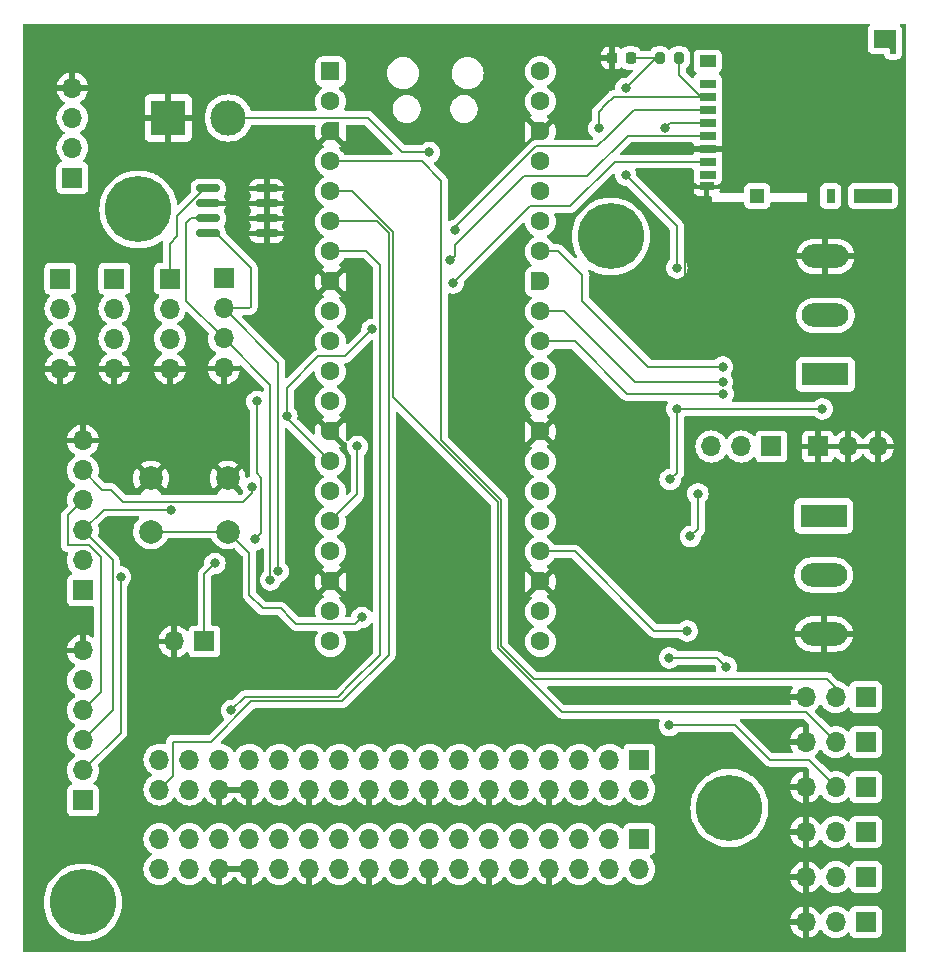
<source format=gbr>
%TF.GenerationSoftware,KiCad,Pcbnew,7.0.2*%
%TF.CreationDate,2023-05-18T15:41:40-05:00*%
%TF.ProjectId,FRC_5690_Common_PCB,4652435f-3536-4393-905f-436f6d6d6f6e,rev?*%
%TF.SameCoordinates,Original*%
%TF.FileFunction,Copper,L2,Bot*%
%TF.FilePolarity,Positive*%
%FSLAX46Y46*%
G04 Gerber Fmt 4.6, Leading zero omitted, Abs format (unit mm)*
G04 Created by KiCad (PCBNEW 7.0.2) date 2023-05-18 15:41:40*
%MOMM*%
%LPD*%
G01*
G04 APERTURE LIST*
G04 Aperture macros list*
%AMRoundRect*
0 Rectangle with rounded corners*
0 $1 Rounding radius*
0 $2 $3 $4 $5 $6 $7 $8 $9 X,Y pos of 4 corners*
0 Add a 4 corners polygon primitive as box body*
4,1,4,$2,$3,$4,$5,$6,$7,$8,$9,$2,$3,0*
0 Add four circle primitives for the rounded corners*
1,1,$1+$1,$2,$3*
1,1,$1+$1,$4,$5*
1,1,$1+$1,$6,$7*
1,1,$1+$1,$8,$9*
0 Add four rect primitives between the rounded corners*
20,1,$1+$1,$2,$3,$4,$5,0*
20,1,$1+$1,$4,$5,$6,$7,0*
20,1,$1+$1,$6,$7,$8,$9,0*
20,1,$1+$1,$8,$9,$2,$3,0*%
%AMRotRect*
0 Rectangle, with rotation*
0 The origin of the aperture is its center*
0 $1 length*
0 $2 width*
0 $3 Rotation angle, in degrees counterclockwise*
0 Add horizontal line*
21,1,$1,$2,0,0,$3*%
%AMFreePoly0*
4,1,28,0.605014,0.794986,0.644504,0.794986,0.724698,0.756366,0.780194,0.686777,0.800000,0.600000,0.800000,-0.600000,0.780194,-0.686777,0.724698,-0.756366,0.644504,-0.794986,0.605014,-0.794986,0.600000,-0.800000,0.000000,-0.800000,-0.178017,-0.779942,-0.347107,-0.720775,-0.498792,-0.625465,-0.625465,-0.498792,-0.720775,-0.347107,-0.779942,-0.178017,-0.800000,0.000000,-0.779942,0.178017,
-0.720775,0.347107,-0.625465,0.498792,-0.498792,0.625465,-0.347107,0.720775,-0.178017,0.779942,0.000000,0.800000,0.600000,0.800000,0.605014,0.794986,0.605014,0.794986,$1*%
%AMFreePoly1*
4,1,28,0.178017,0.779942,0.347107,0.720775,0.498792,0.625465,0.625465,0.498792,0.720775,0.347107,0.779942,0.178017,0.800000,0.000000,0.779942,-0.178017,0.720775,-0.347107,0.625465,-0.498792,0.498792,-0.625465,0.347107,-0.720775,0.178017,-0.779942,0.000000,-0.800000,-0.600000,-0.800000,-0.605014,-0.794986,-0.644504,-0.794986,-0.724698,-0.756366,-0.780194,-0.686777,-0.800000,-0.600000,
-0.800000,0.600000,-0.780194,0.686777,-0.724698,0.756366,-0.644504,0.794986,-0.605014,0.794986,-0.600000,0.800000,0.000000,0.800000,0.178017,0.779942,0.178017,0.779942,$1*%
G04 Aperture macros list end*
%TA.AperFunction,ComponentPad*%
%ADD10R,1.700000X1.700000*%
%TD*%
%TA.AperFunction,ComponentPad*%
%ADD11O,1.700000X1.700000*%
%TD*%
%TA.AperFunction,ComponentPad*%
%ADD12R,3.960000X1.980000*%
%TD*%
%TA.AperFunction,ComponentPad*%
%ADD13O,3.960000X1.980000*%
%TD*%
%TA.AperFunction,ComponentPad*%
%ADD14C,5.600000*%
%TD*%
%TA.AperFunction,ComponentPad*%
%ADD15R,3.000000X3.000000*%
%TD*%
%TA.AperFunction,ComponentPad*%
%ADD16C,3.000000*%
%TD*%
%TA.AperFunction,ComponentPad*%
%ADD17RoundRect,0.200000X-0.600000X-0.600000X0.600000X-0.600000X0.600000X0.600000X-0.600000X0.600000X0*%
%TD*%
%TA.AperFunction,ComponentPad*%
%ADD18C,1.600000*%
%TD*%
%TA.AperFunction,ComponentPad*%
%ADD19FreePoly0,0.000000*%
%TD*%
%TA.AperFunction,ComponentPad*%
%ADD20FreePoly1,0.000000*%
%TD*%
%TA.AperFunction,ComponentPad*%
%ADD21C,2.000000*%
%TD*%
%TA.AperFunction,SMDPad,CuDef*%
%ADD22RoundRect,0.200000X-0.200000X-0.275000X0.200000X-0.275000X0.200000X0.275000X-0.200000X0.275000X0*%
%TD*%
%TA.AperFunction,SMDPad,CuDef*%
%ADD23R,1.400000X0.700000*%
%TD*%
%TA.AperFunction,SMDPad,CuDef*%
%ADD24R,1.200000X0.700000*%
%TD*%
%TA.AperFunction,SMDPad,CuDef*%
%ADD25R,0.800000X1.200000*%
%TD*%
%TA.AperFunction,SMDPad,CuDef*%
%ADD26R,1.900000X1.500000*%
%TD*%
%TA.AperFunction,SMDPad,CuDef*%
%ADD27RotRect,0.200000X0.200000X225.000000*%
%TD*%
%TA.AperFunction,SMDPad,CuDef*%
%ADD28R,0.500000X0.500000*%
%TD*%
%TA.AperFunction,SMDPad,CuDef*%
%ADD29R,1.400000X1.000000*%
%TD*%
%TA.AperFunction,SMDPad,CuDef*%
%ADD30R,3.200000X1.200000*%
%TD*%
%TA.AperFunction,SMDPad,CuDef*%
%ADD31R,1.200000X1.200000*%
%TD*%
%TA.AperFunction,SMDPad,CuDef*%
%ADD32RoundRect,0.225000X0.225000X0.250000X-0.225000X0.250000X-0.225000X-0.250000X0.225000X-0.250000X0*%
%TD*%
%TA.AperFunction,SMDPad,CuDef*%
%ADD33RoundRect,0.150000X0.825000X0.150000X-0.825000X0.150000X-0.825000X-0.150000X0.825000X-0.150000X0*%
%TD*%
%TA.AperFunction,ViaPad*%
%ADD34C,0.800000*%
%TD*%
%TA.AperFunction,Conductor*%
%ADD35C,0.203200*%
%TD*%
%TA.AperFunction,Conductor*%
%ADD36C,0.127000*%
%TD*%
G04 APERTURE END LIST*
D10*
%TO.P,J16,1,Pin_1*%
%TO.N,GND*%
X166497000Y-95631000D03*
D11*
%TO.P,J16,2,Pin_2*%
X169037000Y-95631000D03*
%TO.P,J16,3,Pin_3*%
X171577000Y-95631000D03*
%TD*%
D10*
%TO.P,J4,1,Pin_1*%
%TO.N,+3.3V*%
X111633000Y-81417000D03*
D11*
%TO.P,J4,2,Pin_2*%
%TO.N,/I2C1_SDA*%
X111633000Y-83957000D03*
%TO.P,J4,3,Pin_3*%
%TO.N,/I2C1_SCL*%
X111633000Y-86497000D03*
%TO.P,J4,4,Pin_4*%
%TO.N,GND*%
X111633000Y-89037000D03*
%TD*%
D10*
%TO.P,J9,1,Pin_1*%
%TO.N,+3.3V*%
X104267000Y-107823000D03*
D11*
%TO.P,J9,2,Pin_2*%
%TO.N,/SPI1_MOSI*%
X104267000Y-105283000D03*
%TO.P,J9,3,Pin_3*%
%TO.N,/SPI1_MISO*%
X104267000Y-102743000D03*
%TO.P,J9,4,Pin_4*%
%TO.N,/SPI1_CLK*%
X104267000Y-100203000D03*
%TO.P,J9,5,Pin_5*%
%TO.N,/SPI1_CS1*%
X104267000Y-97663000D03*
%TO.P,J9,6,Pin_6*%
%TO.N,GND*%
X104267000Y-95123000D03*
%TD*%
D12*
%TO.P,J11,1,Pin_1*%
%TO.N,+5V*%
X166995000Y-101512000D03*
D13*
%TO.P,J11,2,Pin_2*%
%TO.N,Net-(D1-DOUT)*%
X166995000Y-106512000D03*
%TO.P,J11,3,Pin_3*%
%TO.N,GND*%
X166995000Y-111512000D03*
%TD*%
D14*
%TO.P,H2,1*%
%TO.N,N/C*%
X108966000Y-75565000D03*
%TD*%
D10*
%TO.P,J21,1,Pin_1*%
%TO.N,+3.3V*%
X170561000Y-132080000D03*
D11*
%TO.P,J21,2,Pin_2*%
%TO.N,/GPIO18*%
X168021000Y-132080000D03*
%TO.P,J21,3,Pin_3*%
%TO.N,GND*%
X165481000Y-132080000D03*
%TD*%
D10*
%TO.P,J18,1,Pin_1*%
%TO.N,+3.3V*%
X170546000Y-120650000D03*
D11*
%TO.P,J18,2,Pin_2*%
%TO.N,/GPIO3*%
X168006000Y-120650000D03*
%TO.P,J18,3,Pin_3*%
%TO.N,GND*%
X165466000Y-120650000D03*
%TD*%
D14*
%TO.P,H3,1*%
%TO.N,N/C*%
X159004000Y-126238000D03*
%TD*%
D10*
%TO.P,J19,1,Pin_1*%
%TO.N,+3.3V*%
X170546000Y-124460000D03*
D11*
%TO.P,J19,2,Pin_2*%
%TO.N,/GPIO16*%
X168006000Y-124460000D03*
%TO.P,J19,3,Pin_3*%
%TO.N,GND*%
X165466000Y-124460000D03*
%TD*%
D10*
%TO.P,J15,1,Pin_1*%
%TO.N,/CONFIG_SETUP*%
X114554000Y-112141000D03*
D11*
%TO.P,J15,2,Pin_2*%
%TO.N,GND*%
X112014000Y-112141000D03*
%TD*%
D10*
%TO.P,J20,1,Pin_1*%
%TO.N,+3.3V*%
X170546000Y-128270000D03*
D11*
%TO.P,J20,2,Pin_2*%
%TO.N,/GPIO17*%
X168006000Y-128270000D03*
%TO.P,J20,3,Pin_3*%
%TO.N,GND*%
X165466000Y-128270000D03*
%TD*%
D15*
%TO.P,J1,1,Pin_1*%
%TO.N,GND*%
X111506000Y-67818000D03*
D16*
%TO.P,J1,2,Pin_2*%
%TO.N,+5V*%
X116586000Y-67818000D03*
%TD*%
D17*
%TO.P,U1,1,GPIO0*%
%TO.N,/UART0_TX*%
X125222000Y-63881000D03*
D18*
%TO.P,U1,2,GPIO1*%
%TO.N,/UART0_RX*%
X125222000Y-66421000D03*
D19*
%TO.P,U1,3,GND*%
%TO.N,GND*%
X125222000Y-68961000D03*
D18*
%TO.P,U1,4,GPIO2*%
%TO.N,/GPIO2*%
X125222000Y-71501000D03*
%TO.P,U1,5,GPIO3*%
%TO.N,/GPIO3*%
X125222000Y-74041000D03*
%TO.P,U1,6,GPIO4*%
%TO.N,/MXP_I2C_SDA*%
X125222000Y-76581000D03*
%TO.P,U1,7,GPIO5*%
%TO.N,/MXP_I2C_SCL*%
X125222000Y-79121000D03*
D19*
%TO.P,U1,8,GND*%
%TO.N,GND*%
X125222000Y-81661000D03*
D18*
%TO.P,U1,9,GPIO6*%
%TO.N,unconnected-(U1-GPIO6-Pad9)*%
X125222000Y-84201000D03*
%TO.P,U1,10,GPIO7*%
%TO.N,unconnected-(U1-GPIO7-Pad10)*%
X125222000Y-86741000D03*
%TO.P,U1,11,GPIO8*%
%TO.N,/CONFIG_SETUP*%
X125222000Y-89281000D03*
%TO.P,U1,12,GPIO9*%
%TO.N,/SPI1_CS1*%
X125222000Y-91821000D03*
D19*
%TO.P,U1,13,GND*%
%TO.N,GND*%
X125222000Y-94361000D03*
D18*
%TO.P,U1,14,GPIO10*%
%TO.N,/SPI1_CLK*%
X125222000Y-96901000D03*
%TO.P,U1,15,GPIO11*%
%TO.N,/SPI1_MOSI*%
X125222000Y-99441000D03*
%TO.P,U1,16,GPIO12*%
%TO.N,/SPI1_MISO*%
X125222000Y-101981000D03*
%TO.P,U1,17,GPIO13*%
%TO.N,/SPI1_CS0*%
X125222000Y-104521000D03*
D19*
%TO.P,U1,18,GND*%
%TO.N,GND*%
X125222000Y-107061000D03*
D18*
%TO.P,U1,19,GPIO14*%
%TO.N,/I2C1_SDA*%
X125222000Y-109601000D03*
%TO.P,U1,20,GPIO15*%
%TO.N,/I2C1_SCL*%
X125222000Y-112141000D03*
%TO.P,U1,21,GPIO16*%
%TO.N,/GPIO16*%
X143002000Y-112141000D03*
%TO.P,U1,22,GPIO17*%
%TO.N,/GPIO17*%
X143002000Y-109601000D03*
D20*
%TO.P,U1,23,GND*%
%TO.N,GND*%
X143002000Y-107061000D03*
D18*
%TO.P,U1,24,GPIO18*%
%TO.N,/GPIO18*%
X143002000Y-104521000D03*
%TO.P,U1,25,GPIO19*%
%TO.N,/GPIO19*%
X143002000Y-101981000D03*
%TO.P,U1,26,GPIO20*%
%TO.N,/RGB_LED0*%
X143002000Y-99441000D03*
%TO.P,U1,27,GPIO21*%
%TO.N,/RGB_LED1*%
X143002000Y-96901000D03*
D20*
%TO.P,U1,28,GND*%
%TO.N,GND*%
X143002000Y-94361000D03*
D18*
%TO.P,U1,29,GPIO22*%
%TO.N,/SD_CARD_CS*%
X143002000Y-91821000D03*
%TO.P,U1,30,RUN*%
%TO.N,Net-(U1-RUN)*%
X143002000Y-89281000D03*
%TO.P,U1,31,GPIO26_ADC0*%
%TO.N,/ADC0*%
X143002000Y-86741000D03*
%TO.P,U1,32,GPIO27_ADC1*%
%TO.N,/ADC1*%
X143002000Y-84201000D03*
D20*
%TO.P,U1,33,AGND*%
%TO.N,unconnected-(U1-AGND-Pad33)*%
X143002000Y-81661000D03*
D18*
%TO.P,U1,34,GPIO28_ADC2*%
%TO.N,/ADC2*%
X143002000Y-79121000D03*
%TO.P,U1,35,ADC_VREF*%
%TO.N,unconnected-(U1-ADC_VREF-Pad35)*%
X143002000Y-76581000D03*
%TO.P,U1,36,3V3*%
%TO.N,unconnected-(U1-3V3-Pad36)*%
X143002000Y-74041000D03*
%TO.P,U1,37,3V3_EN*%
%TO.N,unconnected-(U1-3V3_EN-Pad37)*%
X143002000Y-71501000D03*
D20*
%TO.P,U1,38,GND*%
%TO.N,GND*%
X143002000Y-68961000D03*
D18*
%TO.P,U1,39,VSYS*%
%TO.N,+3.3V*%
X143002000Y-66421000D03*
%TO.P,U1,40,VBUS*%
%TO.N,unconnected-(U1-VBUS-Pad40)*%
X143002000Y-63881000D03*
%TD*%
D10*
%TO.P,J13,1,Pin_1*%
%TO.N,/ADC2*%
X162560000Y-95631000D03*
D11*
%TO.P,J13,2,Pin_2*%
%TO.N,/ADC1*%
X160020000Y-95631000D03*
%TO.P,J13,3,Pin_3*%
%TO.N,/ADC0*%
X157480000Y-95631000D03*
%TD*%
D14*
%TO.P,H1,1*%
%TO.N,N/C*%
X148971000Y-77851000D03*
%TD*%
D10*
%TO.P,J2,1,Pin_1*%
%TO.N,+3.3V*%
X102362000Y-81417000D03*
D11*
%TO.P,J2,2,Pin_2*%
%TO.N,/I2C1_SDA*%
X102362000Y-83957000D03*
%TO.P,J2,3,Pin_3*%
%TO.N,/I2C1_SCL*%
X102362000Y-86497000D03*
%TO.P,J2,4,Pin_4*%
%TO.N,GND*%
X102362000Y-89037000D03*
%TD*%
D10*
%TO.P,J10,1,Pin_1*%
%TO.N,+3.3V*%
X103378000Y-72888000D03*
D11*
%TO.P,J10,2,Pin_2*%
%TO.N,/UART0_RX*%
X103378000Y-70348000D03*
%TO.P,J10,3,Pin_3*%
%TO.N,/UART0_TX*%
X103378000Y-67808000D03*
%TO.P,J10,4,Pin_4*%
%TO.N,GND*%
X103378000Y-65268000D03*
%TD*%
D21*
%TO.P,SW2,1,1*%
%TO.N,GND*%
X110034000Y-98334000D03*
X116534000Y-98334000D03*
%TO.P,SW2,2,2*%
%TO.N,Net-(U1-RUN)*%
X110034000Y-102834000D03*
X116534000Y-102834000D03*
%TD*%
D10*
%TO.P,J6,1,Pin_1*%
%TO.N,/MXP_+5V*%
X151388999Y-128866863D03*
D11*
%TO.P,J6,2,Pin_2*%
%TO.N,/MXP_AO0*%
X151388999Y-131406863D03*
%TO.P,J6,3,Pin_3*%
%TO.N,/MXP_AI0*%
X148848999Y-128866863D03*
%TO.P,J6,4,Pin_4*%
%TO.N,/MXP_AO1*%
X148848999Y-131406863D03*
%TO.P,J6,5,Pin_5*%
%TO.N,/MXP_AI1*%
X146308999Y-128866863D03*
%TO.P,J6,6,Pin_6*%
%TO.N,AGND*%
X146308999Y-131406863D03*
%TO.P,J6,7,Pin_7*%
%TO.N,/MXP_AI2*%
X143768999Y-128866863D03*
%TO.P,J6,8,Pin_8*%
%TO.N,GND*%
X143768999Y-131406863D03*
%TO.P,J6,9,Pin_9*%
%TO.N,/MXP_AI3*%
X141228999Y-128866863D03*
%TO.P,J6,10,Pin_10*%
%TO.N,/MXP_NAVX_UART_RX*%
X141228999Y-131406863D03*
%TO.P,J6,11,Pin_11*%
%TO.N,/MXP_DIO0*%
X138688999Y-128866863D03*
%TO.P,J6,12,Pin_12*%
%TO.N,GND*%
X138688999Y-131406863D03*
%TO.P,J6,13,Pin_13*%
%TO.N,/MXP_DIO1*%
X136148999Y-128866863D03*
%TO.P,J6,14,Pin_14*%
%TO.N,/MXP_NAVX_UART_TX*%
X136148999Y-131406863D03*
%TO.P,J6,15,Pin_15*%
%TO.N,/MXP_DIO2*%
X133608999Y-128866863D03*
%TO.P,J6,16,Pin_16*%
%TO.N,GND*%
X133608999Y-131406863D03*
%TO.P,J6,17,Pin_17*%
%TO.N,/MXP_DIO3*%
X131068999Y-128866863D03*
%TO.P,J6,18,Pin_18*%
%TO.N,/MXP_DIO11*%
X131068999Y-131406863D03*
%TO.P,J6,19,Pin_19*%
%TO.N,/MXP_NAVX_CS*%
X128528999Y-128866863D03*
%TO.P,J6,20,Pin_20*%
%TO.N,GND*%
X128528999Y-131406863D03*
%TO.P,J6,21,Pin_21*%
%TO.N,/MXP_SPI_CLK*%
X125988999Y-128866863D03*
%TO.P,J6,22,Pin_22*%
%TO.N,/MXP_DIO12*%
X125988999Y-131406863D03*
%TO.P,J6,23,Pin_23*%
%TO.N,/MXP_CIPO*%
X123448999Y-128866863D03*
%TO.P,J6,24,Pin_24*%
%TO.N,GND*%
X123448999Y-131406863D03*
%TO.P,J6,25,Pin_25*%
%TO.N,/MXP_SPI_COPI*%
X120908999Y-128866863D03*
%TO.P,J6,26,Pin_26*%
%TO.N,/MXP_DIO13*%
X120908999Y-131406863D03*
%TO.P,J6,27,Pin_27*%
%TO.N,/MXP_PWM0*%
X118368999Y-128866863D03*
%TO.P,J6,28,Pin_28*%
%TO.N,GND*%
X118368999Y-131406863D03*
%TO.P,J6,29,Pin_29*%
%TO.N,/MXP_PWM1*%
X115828999Y-128866863D03*
%TO.P,J6,30,Pin_30*%
%TO.N,GND*%
X115828999Y-131406863D03*
%TO.P,J6,31,Pin_31*%
%TO.N,/MXP_PWM2*%
X113288999Y-128866863D03*
%TO.P,J6,32,Pin_32*%
%TO.N,/MXP_I2C_SCL*%
X113288999Y-131406863D03*
%TO.P,J6,33,Pin_33*%
%TO.N,/MXP_+3.3V*%
X110748999Y-128866863D03*
%TO.P,J6,34,Pin_34*%
%TO.N,/MXP_I2C_SDA*%
X110748999Y-131406863D03*
%TD*%
D14*
%TO.P,H4,1*%
%TO.N,N/C*%
X104267000Y-134239000D03*
%TD*%
D12*
%TO.P,J12,1,Pin_1*%
%TO.N,+5V*%
X167132000Y-89535000D03*
D13*
%TO.P,J12,2,Pin_2*%
%TO.N,Net-(D2-DOUT)*%
X167132000Y-84535000D03*
%TO.P,J12,3,Pin_3*%
%TO.N,GND*%
X167132000Y-79535000D03*
%TD*%
D10*
%TO.P,J7,1,Pin_1*%
%TO.N,+3.3V*%
X116205000Y-81407000D03*
D11*
%TO.P,J7,2,Pin_2*%
%TO.N,/I2C1_SDA*%
X116205000Y-83947000D03*
%TO.P,J7,3,Pin_3*%
%TO.N,/I2C1_SCL*%
X116205000Y-86487000D03*
%TO.P,J7,4,Pin_4*%
%TO.N,GND*%
X116205000Y-89027000D03*
%TD*%
D10*
%TO.P,J17,1,Pin_1*%
%TO.N,+3.3V*%
X170546000Y-116840000D03*
D11*
%TO.P,J17,2,Pin_2*%
%TO.N,/GPIO2*%
X168006000Y-116840000D03*
%TO.P,J17,3,Pin_3*%
%TO.N,GND*%
X165466000Y-116840000D03*
%TD*%
D10*
%TO.P,J22,1,Pin_1*%
%TO.N,+3.3V*%
X170546000Y-135890000D03*
D11*
%TO.P,J22,2,Pin_2*%
%TO.N,/GPIO19*%
X168006000Y-135890000D03*
%TO.P,J22,3,Pin_3*%
%TO.N,GND*%
X165466000Y-135890000D03*
%TD*%
D10*
%TO.P,J8,1,Pin_1*%
%TO.N,+3.3V*%
X104267000Y-125603000D03*
D11*
%TO.P,J8,2,Pin_2*%
%TO.N,/SPI1_MOSI*%
X104267000Y-123063000D03*
%TO.P,J8,3,Pin_3*%
%TO.N,/SPI1_MISO*%
X104267000Y-120523000D03*
%TO.P,J8,4,Pin_4*%
%TO.N,/SPI1_CLK*%
X104267000Y-117983000D03*
%TO.P,J8,5,Pin_5*%
%TO.N,/SPI1_CS0*%
X104267000Y-115443000D03*
%TO.P,J8,6,Pin_6*%
%TO.N,GND*%
X104267000Y-112903000D03*
%TD*%
D10*
%TO.P,J3,1,Pin_1*%
%TO.N,+3.3V*%
X106934000Y-81417000D03*
D11*
%TO.P,J3,2,Pin_2*%
%TO.N,/I2C1_SDA*%
X106934000Y-83957000D03*
%TO.P,J3,3,Pin_3*%
%TO.N,/I2C1_SCL*%
X106934000Y-86497000D03*
%TO.P,J3,4,Pin_4*%
%TO.N,GND*%
X106934000Y-89037000D03*
%TD*%
D22*
%TO.P,R5,1*%
%TO.N,+3.3V*%
X153099000Y-62738000D03*
%TO.P,R5,2*%
%TO.N,/SD_CARD_CS*%
X154749000Y-62738000D03*
%TD*%
D23*
%TO.P,J14,1,DAT2*%
%TO.N,unconnected-(J14-DAT2-Pad1)*%
X157169000Y-64919000D03*
%TO.P,J14,2,DAT3/CD*%
%TO.N,/SD_CARD_CS*%
X157169000Y-66019000D03*
%TO.P,J14,3,CMD*%
%TO.N,/SPI1_MOSI*%
X157169000Y-67119000D03*
%TO.P,J14,4,VDD*%
%TO.N,+3.3V*%
X157169000Y-68219000D03*
%TO.P,J14,5,CLK*%
%TO.N,/SPI1_CLK*%
X157169000Y-69319000D03*
%TO.P,J14,6,VSS*%
%TO.N,GND*%
X157169000Y-70419000D03*
%TO.P,J14,7,DAT0*%
%TO.N,/SPI1_MISO*%
X157169000Y-71519000D03*
%TO.P,J14,8,DAT1*%
%TO.N,unconnected-(J14-DAT1-Pad8)*%
X157169000Y-72619000D03*
D24*
%TO.P,J14,9,SHIELD*%
%TO.N,GND*%
X157069000Y-73569000D03*
D25*
%TO.P,J14,10*%
%TO.N,N/C*%
X167569000Y-74419000D03*
D26*
%TO.P,J14,11*%
X172169000Y-61119000D03*
D27*
X172619000Y-61869000D03*
D28*
X172869000Y-62119000D03*
D29*
X157169000Y-63019000D03*
D30*
X171169000Y-74419000D03*
D31*
X161369000Y-74419000D03*
%TD*%
D32*
%TO.P,C3,1*%
%TO.N,+3.3V*%
X150635000Y-62738000D03*
%TO.P,C3,2*%
%TO.N,GND*%
X149085000Y-62738000D03*
%TD*%
D10*
%TO.P,J5,1,Pin_1*%
%TO.N,/MXP_+5V*%
X151384000Y-122140862D03*
D11*
%TO.P,J5,2,Pin_2*%
%TO.N,/MXP_AO0*%
X151384000Y-124680862D03*
%TO.P,J5,3,Pin_3*%
%TO.N,/MXP_AI0*%
X148844000Y-122140862D03*
%TO.P,J5,4,Pin_4*%
%TO.N,/MXP_AO1*%
X148844000Y-124680862D03*
%TO.P,J5,5,Pin_5*%
%TO.N,/MXP_AI1*%
X146304000Y-122140862D03*
%TO.P,J5,6,Pin_6*%
%TO.N,AGND*%
X146304000Y-124680862D03*
%TO.P,J5,7,Pin_7*%
%TO.N,/MXP_AI2*%
X143764000Y-122140862D03*
%TO.P,J5,8,Pin_8*%
%TO.N,GND*%
X143764000Y-124680862D03*
%TO.P,J5,9,Pin_9*%
%TO.N,/MXP_AI3*%
X141224000Y-122140862D03*
%TO.P,J5,10,Pin_10*%
%TO.N,/MXP_NAVX_UART_RX*%
X141224000Y-124680862D03*
%TO.P,J5,11,Pin_11*%
%TO.N,/MXP_DIO0*%
X138684000Y-122140862D03*
%TO.P,J5,12,Pin_12*%
%TO.N,GND*%
X138684000Y-124680862D03*
%TO.P,J5,13,Pin_13*%
%TO.N,/MXP_DIO1*%
X136144000Y-122140862D03*
%TO.P,J5,14,Pin_14*%
%TO.N,/MXP_NAVX_UART_TX*%
X136144000Y-124680862D03*
%TO.P,J5,15,Pin_15*%
%TO.N,/MXP_DIO2*%
X133604000Y-122140862D03*
%TO.P,J5,16,Pin_16*%
%TO.N,GND*%
X133604000Y-124680862D03*
%TO.P,J5,17,Pin_17*%
%TO.N,/MXP_DIO3*%
X131064000Y-122140862D03*
%TO.P,J5,18,Pin_18*%
%TO.N,/MXP_DIO11*%
X131064000Y-124680862D03*
%TO.P,J5,19,Pin_19*%
%TO.N,/MXP_NAVX_CS*%
X128524000Y-122140862D03*
%TO.P,J5,20,Pin_20*%
%TO.N,GND*%
X128524000Y-124680862D03*
%TO.P,J5,21,Pin_21*%
%TO.N,/MXP_SPI_CLK*%
X125984000Y-122140862D03*
%TO.P,J5,22,Pin_22*%
%TO.N,/MXP_DIO12*%
X125984000Y-124680862D03*
%TO.P,J5,23,Pin_23*%
%TO.N,/MXP_CIPO*%
X123444000Y-122140862D03*
%TO.P,J5,24,Pin_24*%
%TO.N,GND*%
X123444000Y-124680862D03*
%TO.P,J5,25,Pin_25*%
%TO.N,/MXP_SPI_COPI*%
X120904000Y-122140862D03*
%TO.P,J5,26,Pin_26*%
%TO.N,/MXP_DIO13*%
X120904000Y-124680862D03*
%TO.P,J5,27,Pin_27*%
%TO.N,/MXP_PWM0*%
X118364000Y-122140862D03*
%TO.P,J5,28,Pin_28*%
%TO.N,GND*%
X118364000Y-124680862D03*
%TO.P,J5,29,Pin_29*%
%TO.N,/MXP_PWM1*%
X115824000Y-122140862D03*
%TO.P,J5,30,Pin_30*%
%TO.N,GND*%
X115824000Y-124680862D03*
%TO.P,J5,31,Pin_31*%
%TO.N,/MXP_PWM2*%
X113284000Y-122140862D03*
%TO.P,J5,32,Pin_32*%
%TO.N,/MXP_I2C_SCL*%
X113284000Y-124680862D03*
%TO.P,J5,33,Pin_33*%
%TO.N,/MXP_+3.3V*%
X110744000Y-122140862D03*
%TO.P,J5,34,Pin_34*%
%TO.N,/MXP_I2C_SDA*%
X110744000Y-124680862D03*
%TD*%
D33*
%TO.P,U3,1,A0*%
%TO.N,GND*%
X119823000Y-73787000D03*
%TO.P,U3,2,A1*%
X119823000Y-75057000D03*
%TO.P,U3,3,A2*%
X119823000Y-76327000D03*
%TO.P,U3,4,GND*%
X119823000Y-77597000D03*
%TO.P,U3,5,SDA*%
%TO.N,/I2C1_SDA*%
X114873000Y-77597000D03*
%TO.P,U3,6,SCL*%
%TO.N,/I2C1_SCL*%
X114873000Y-76327000D03*
%TO.P,U3,7,WP*%
%TO.N,GND*%
X114873000Y-75057000D03*
%TO.P,U3,8,VCC*%
%TO.N,+3.3V*%
X114873000Y-73787000D03*
%TD*%
D34*
%TO.N,+5V*%
X155702000Y-103251000D03*
X156337000Y-99632000D03*
X133604000Y-70739000D03*
%TO.N,GND*%
X152908000Y-73152000D03*
X153797000Y-83058000D03*
%TO.N,+3.3V*%
X153577000Y-68656000D03*
X150227000Y-65317900D03*
X166878000Y-92456000D03*
X150215000Y-72644000D03*
X153987000Y-98425000D03*
X154559000Y-92456000D03*
X154559000Y-80518000D03*
%TO.N,/I2C1_SDA*%
X120805000Y-106196312D03*
%TO.N,/I2C1_SCL*%
X120136880Y-106939696D03*
%TO.N,/MXP_I2C_SCL*%
X116840000Y-117983000D03*
%TO.N,Net-(U1-RUN)*%
X127889000Y-110109000D03*
%TO.N,/SPI1_MOSI*%
X107470000Y-106680000D03*
X135763000Y-77343000D03*
%TO.N,/SPI1_MISO*%
X127508000Y-95631000D03*
X135636000Y-81788000D03*
X111761536Y-100966536D03*
%TO.N,/SPI1_CLK*%
X121539000Y-93091000D03*
X128750000Y-85725000D03*
X135382000Y-79883000D03*
%TO.N,/SPI1_CS1*%
X118618000Y-99060000D03*
%TO.N,/ADC2*%
X158435100Y-88900000D03*
%TO.N,/ADC1*%
X158435100Y-90188355D03*
%TO.N,/ADC0*%
X158496000Y-91186000D03*
%TO.N,/GPIO16*%
X153924000Y-119253000D03*
%TO.N,/GPIO17*%
X153924000Y-113538000D03*
X158750000Y-114300000D03*
%TO.N,/GPIO18*%
X155448000Y-111252000D03*
%TO.N,/SD_CARD_CS*%
X147955000Y-68707000D03*
%TO.N,/CONFIG_SETUP*%
X115443000Y-105537000D03*
X118872000Y-103505000D03*
X118999000Y-91821000D03*
%TD*%
D35*
%TO.N,+5V*%
X128373000Y-67794000D02*
X116610000Y-67794000D01*
X156337000Y-102616000D02*
X156337000Y-99632000D01*
X133604000Y-70739000D02*
X131318000Y-70739000D01*
X131318000Y-70739000D02*
X128373000Y-67794000D01*
X155702000Y-103251000D02*
X156337000Y-102616000D01*
D36*
%TO.N,GND*%
X153797000Y-83058000D02*
X155222500Y-81632500D01*
X155222500Y-75466500D02*
X152908000Y-73152000D01*
X155222500Y-81632500D02*
X155222500Y-75466500D01*
%TO.N,+3.3V*%
X114583223Y-73787000D02*
X112268000Y-76102223D01*
X114873000Y-73787000D02*
X114583223Y-73787000D01*
D35*
X154559000Y-97853000D02*
X153987000Y-98425000D01*
D36*
X150635000Y-62738000D02*
X153099000Y-62738000D01*
X154014000Y-68219000D02*
X157169000Y-68219000D01*
D35*
X154559000Y-80518000D02*
X154559000Y-76988000D01*
D36*
X112268000Y-76102223D02*
X112268000Y-77851000D01*
D35*
X154559000Y-92456000D02*
X154559000Y-97853000D01*
D36*
X112268000Y-77851000D02*
X111633000Y-78486000D01*
X111633000Y-78486000D02*
X111633000Y-81417000D01*
D35*
X156718000Y-68453000D02*
X157226000Y-67945000D01*
D36*
X152806900Y-62738000D02*
X150227000Y-65317900D01*
D35*
X154559000Y-76988000D02*
X150215000Y-72644000D01*
X166878000Y-92456000D02*
X154559000Y-92456000D01*
D36*
X153099000Y-62738000D02*
X152806900Y-62738000D01*
X154014000Y-68219000D02*
X153577000Y-68656000D01*
%TO.N,/I2C1_SDA*%
X118491000Y-80518000D02*
X118491000Y-83820000D01*
X120805000Y-106196312D02*
X120805000Y-88547000D01*
X118491000Y-83820000D02*
X118364000Y-83947000D01*
X114873000Y-77597000D02*
X115570000Y-77597000D01*
X120805000Y-88547000D02*
X116205000Y-83947000D01*
X118364000Y-83947000D02*
X116205000Y-83947000D01*
X115570000Y-77597000D02*
X118491000Y-80518000D01*
%TO.N,/I2C1_SCL*%
X120142000Y-106934576D02*
X120142000Y-90424000D01*
X120136880Y-106939696D02*
X120142000Y-106934576D01*
X114873000Y-76327000D02*
X113411000Y-76327000D01*
X113030000Y-76708000D02*
X113030000Y-83312000D01*
X113030000Y-83312000D02*
X116205000Y-86487000D01*
X120142000Y-90424000D02*
X116205000Y-86487000D01*
X113411000Y-76327000D02*
X113030000Y-76708000D01*
%TO.N,/MXP_I2C_SCL*%
X125222000Y-79121000D02*
X128270000Y-79121000D01*
X129413000Y-113284000D02*
X127000000Y-115697000D01*
X129413000Y-80264000D02*
X129413000Y-113284000D01*
X127000000Y-115697000D02*
X125857000Y-116840000D01*
X125857000Y-116840000D02*
X125730000Y-116840000D01*
X117983000Y-116840000D02*
X116840000Y-117983000D01*
X128270000Y-79121000D02*
X129413000Y-80264000D01*
X125730000Y-116840000D02*
X117983000Y-116840000D01*
%TO.N,/MXP_I2C_SDA*%
X111857500Y-120646361D02*
X115114970Y-120646361D01*
X111857500Y-123567362D02*
X111857500Y-120646361D01*
X118540331Y-117221000D02*
X126238000Y-117221000D01*
X126238000Y-117221000D02*
X130175000Y-113284000D01*
X130175000Y-77597000D02*
X129159000Y-76581000D01*
X115114970Y-120646361D02*
X118540331Y-117221000D01*
X130175000Y-113284000D02*
X130175000Y-77597000D01*
X129159000Y-76581000D02*
X125222000Y-76581000D01*
X110744000Y-124680862D02*
X111857500Y-123567362D01*
%TO.N,Net-(U1-RUN)*%
X122348500Y-110664500D02*
X127333500Y-110664500D01*
X110034000Y-102834000D02*
X116534000Y-102834000D01*
X119507000Y-109347000D02*
X121031000Y-109347000D01*
X127333500Y-110664500D02*
X127889000Y-110109000D01*
X116534000Y-102834000D02*
X118368188Y-104668188D01*
X118368188Y-108208188D02*
X119507000Y-109347000D01*
X121031000Y-109347000D02*
X121920000Y-110236000D01*
X121920000Y-110236000D02*
X122348500Y-110664500D01*
X118368188Y-104668188D02*
X118368188Y-108208188D01*
%TO.N,/SPI1_MOSI*%
X142621000Y-70231000D02*
X135763000Y-77089000D01*
X157169000Y-67119000D02*
X150940000Y-67119000D01*
X148717000Y-69342000D02*
X147828000Y-70231000D01*
X147828000Y-70231000D02*
X142621000Y-70231000D01*
X150940000Y-67119000D02*
X148717000Y-69342000D01*
X107470000Y-119860000D02*
X107470000Y-106680000D01*
X135763000Y-77089000D02*
X135763000Y-77343000D01*
X104267000Y-123063000D02*
X107470000Y-119860000D01*
%TO.N,/SPI1_MISO*%
X106807000Y-117983000D02*
X104267000Y-120523000D01*
X149334000Y-71519000D02*
X145542000Y-75311000D01*
X142113000Y-75311000D02*
X140462000Y-76962000D01*
X140462000Y-76962000D02*
X135636000Y-81788000D01*
X127508000Y-95631000D02*
X127508000Y-99695000D01*
X104267000Y-102743000D02*
X106807000Y-105283000D01*
X106807000Y-105283000D02*
X106807000Y-117983000D01*
X127508000Y-99695000D02*
X125222000Y-101981000D01*
X145542000Y-75311000D02*
X142113000Y-75311000D01*
X106043464Y-100966536D02*
X104267000Y-102743000D01*
X111761536Y-100966536D02*
X106043464Y-100966536D01*
X157169000Y-71519000D02*
X149334000Y-71519000D01*
%TO.N,/SPI1_CLK*%
X150391000Y-69319000D02*
X146939000Y-72771000D01*
X105791000Y-105029000D02*
X104775000Y-104013000D01*
X104267000Y-117983000D02*
X105791000Y-116459000D01*
X125222000Y-96901000D02*
X121539000Y-93218000D01*
X126464000Y-88011000D02*
X128750000Y-85725000D01*
X141605000Y-72771000D02*
X135763000Y-78613000D01*
X157169000Y-69319000D02*
X150391000Y-69319000D01*
X121539000Y-93091000D02*
X121539000Y-90678000D01*
X146939000Y-72771000D02*
X141605000Y-72771000D01*
X121539000Y-93218000D02*
X121539000Y-93091000D01*
X104775000Y-104013000D02*
X102997000Y-104013000D01*
X124206000Y-88011000D02*
X126464000Y-88011000D01*
X135763000Y-79502000D02*
X135382000Y-79883000D01*
X121539000Y-90678000D02*
X124206000Y-88011000D01*
X105791000Y-116459000D02*
X105791000Y-105029000D01*
X102997000Y-104013000D02*
X102997000Y-101473000D01*
X102997000Y-101473000D02*
X104267000Y-100203000D01*
X135763000Y-78613000D02*
X135763000Y-79502000D01*
%TO.N,/SPI1_CS1*%
X116459000Y-100330000D02*
X116432036Y-100303036D01*
X118618000Y-99568000D02*
X118618000Y-99060000D01*
X105918000Y-99314000D02*
X104267000Y-97663000D01*
X116432036Y-100303036D02*
X107669036Y-100303036D01*
X107669036Y-100303036D02*
X106680000Y-99314000D01*
X117856000Y-100330000D02*
X118618000Y-99568000D01*
X117856000Y-100330000D02*
X116459000Y-100330000D01*
X106680000Y-99314000D02*
X105918000Y-99314000D01*
D35*
%TO.N,/ADC2*%
X158435100Y-88900000D02*
X152146000Y-88900000D01*
X146558000Y-81153000D02*
X144526000Y-79121000D01*
X144526000Y-79121000D02*
X143002000Y-79121000D01*
X146558000Y-83312000D02*
X146558000Y-81153000D01*
X152146000Y-88900000D02*
X146558000Y-83312000D01*
%TO.N,/ADC1*%
X151021355Y-90188355D02*
X145034000Y-84201000D01*
X145034000Y-84201000D02*
X143002000Y-84201000D01*
X158435100Y-90188355D02*
X151021355Y-90188355D01*
%TO.N,/ADC0*%
X158496000Y-91186000D02*
X150368000Y-91186000D01*
X145923000Y-86741000D02*
X143002000Y-86741000D01*
X150368000Y-91186000D02*
X145923000Y-86741000D01*
D36*
%TO.N,/GPIO2*%
X168006000Y-116063000D02*
X168006000Y-116840000D01*
X125222000Y-71501000D02*
X132969000Y-71501000D01*
X142494000Y-115316000D02*
X167259000Y-115316000D01*
X167259000Y-115316000D02*
X168006000Y-116063000D01*
X134620000Y-73152000D02*
X134620000Y-95103017D01*
X139700000Y-112522000D02*
X142494000Y-115316000D01*
X132969000Y-71501000D02*
X134620000Y-73152000D01*
X134620000Y-95103017D02*
X139700000Y-100183017D01*
X139700000Y-100183017D02*
X139700000Y-112522000D01*
%TO.N,/GPIO3*%
X139373000Y-112657448D02*
X144825552Y-118110000D01*
X127081448Y-74041000D02*
X130502000Y-77461552D01*
X130502000Y-91459000D02*
X139373000Y-100330000D01*
X130502000Y-77461552D02*
X130502000Y-91459000D01*
X125222000Y-74041000D02*
X127081448Y-74041000D01*
X144825552Y-118110000D02*
X165466000Y-118110000D01*
X165466000Y-118110000D02*
X168006000Y-120650000D01*
X139373000Y-100330000D02*
X139373000Y-112657448D01*
%TO.N,/GPIO16*%
X162433000Y-122174000D02*
X159512000Y-119253000D01*
X165720000Y-122174000D02*
X162433000Y-122174000D01*
X168006000Y-124460000D02*
X165720000Y-122174000D01*
X159512000Y-119253000D02*
X153924000Y-119253000D01*
%TO.N,/GPIO17*%
X157988000Y-113538000D02*
X158750000Y-114300000D01*
X153924000Y-113538000D02*
X157988000Y-113538000D01*
%TO.N,/GPIO18*%
X152654000Y-111252000D02*
X145923000Y-104521000D01*
X155448000Y-111252000D02*
X152654000Y-111252000D01*
X145923000Y-104521000D02*
X143002000Y-104521000D01*
D35*
%TO.N,/SD_CARD_CS*%
X156570000Y-66019000D02*
X154749000Y-64198000D01*
X148590000Y-66675000D02*
X147955000Y-67310000D01*
X157169000Y-66019000D02*
X156570000Y-66019000D01*
X149246000Y-66019000D02*
X148590000Y-66675000D01*
X147955000Y-67310000D02*
X147955000Y-68707000D01*
X154749000Y-64198000D02*
X154749000Y-62738000D01*
X157169000Y-66019000D02*
X149246000Y-66019000D01*
D36*
%TO.N,/CONFIG_SETUP*%
X119380000Y-98298000D02*
X119380000Y-102997000D01*
X118999000Y-91821000D02*
X118999000Y-97917000D01*
X115443000Y-105537000D02*
X114554000Y-106426000D01*
X118999000Y-97917000D02*
X119380000Y-98298000D01*
X119380000Y-102997000D02*
X118872000Y-103505000D01*
X114554000Y-106426000D02*
X114554000Y-112141000D01*
%TD*%
%TA.AperFunction,Conductor*%
%TO.N,GND*%
G36*
X117909506Y-131197019D02*
G01*
X117868999Y-131334974D01*
X117868999Y-131478752D01*
X117909506Y-131616707D01*
X117935313Y-131656863D01*
X116262685Y-131656863D01*
X116288492Y-131616707D01*
X116328999Y-131478752D01*
X116328999Y-131334974D01*
X116288492Y-131197019D01*
X116262685Y-131156863D01*
X117935313Y-131156863D01*
X117909506Y-131197019D01*
G37*
%TD.AperFunction*%
%TA.AperFunction,Conductor*%
G36*
X117904507Y-124471018D02*
G01*
X117864000Y-124608973D01*
X117864000Y-124752751D01*
X117904507Y-124890706D01*
X117930314Y-124930862D01*
X116257686Y-124930862D01*
X116283493Y-124890706D01*
X116324000Y-124752751D01*
X116324000Y-124608973D01*
X116283493Y-124471018D01*
X116257686Y-124430862D01*
X117930314Y-124430862D01*
X117904507Y-124471018D01*
G37*
%TD.AperFunction*%
%TA.AperFunction,Conductor*%
G36*
X165248060Y-118693685D02*
G01*
X165268702Y-118710319D01*
X165707539Y-119149156D01*
X165741024Y-119210479D01*
X165736040Y-119280171D01*
X165716000Y-119307275D01*
X165716000Y-120214498D01*
X165608315Y-120165320D01*
X165501763Y-120150000D01*
X165430237Y-120150000D01*
X165323685Y-120165320D01*
X165216000Y-120214498D01*
X165216000Y-119319364D01*
X165215999Y-119319364D01*
X165002507Y-119376569D01*
X164788421Y-119476400D01*
X164594921Y-119611890D01*
X164427890Y-119778921D01*
X164292400Y-119972421D01*
X164192569Y-120186507D01*
X164135364Y-120399999D01*
X164135364Y-120400000D01*
X165032314Y-120400000D01*
X165006507Y-120440156D01*
X164966000Y-120578111D01*
X164966000Y-120721889D01*
X165006507Y-120859844D01*
X165032314Y-120900000D01*
X164135364Y-120900000D01*
X164192569Y-121113492D01*
X164292399Y-121327576D01*
X164353527Y-121414876D01*
X164375854Y-121481082D01*
X164358844Y-121548850D01*
X164307896Y-121596663D01*
X164251952Y-121610000D01*
X162717979Y-121610000D01*
X162650940Y-121590315D01*
X162630298Y-121573681D01*
X159942696Y-118886079D01*
X159931954Y-118873823D01*
X159931649Y-118873425D01*
X159906496Y-118808240D01*
X159920577Y-118739804D01*
X159969422Y-118689845D01*
X160030072Y-118674000D01*
X165181021Y-118674000D01*
X165248060Y-118693685D01*
G37*
%TD.AperFunction*%
%TA.AperFunction,Conductor*%
G36*
X164318991Y-115899685D02*
G01*
X164364746Y-115952489D01*
X164374690Y-116021647D01*
X164353527Y-116075123D01*
X164292400Y-116162421D01*
X164192569Y-116376507D01*
X164135364Y-116589999D01*
X164135364Y-116590000D01*
X165032314Y-116590000D01*
X165006507Y-116630156D01*
X164966000Y-116768111D01*
X164966000Y-116911889D01*
X165006507Y-117049844D01*
X165032314Y-117090000D01*
X164135364Y-117090000D01*
X164192569Y-117303492D01*
X164223394Y-117369595D01*
X164233886Y-117438672D01*
X164205367Y-117502456D01*
X164146890Y-117540696D01*
X164111012Y-117546000D01*
X145110531Y-117546000D01*
X145043492Y-117526315D01*
X145022850Y-117509681D01*
X143604850Y-116091681D01*
X143571365Y-116030358D01*
X143576349Y-115960666D01*
X143618221Y-115904733D01*
X143683685Y-115880316D01*
X143692531Y-115880000D01*
X164251952Y-115880000D01*
X164318991Y-115899685D01*
G37*
%TD.AperFunction*%
%TA.AperFunction,Conductor*%
G36*
X121574203Y-94051266D02*
G01*
X121580681Y-94057298D01*
X123940966Y-96417583D01*
X123974451Y-96478906D01*
X123973060Y-96537357D01*
X123936364Y-96674309D01*
X123916531Y-96901000D01*
X123936364Y-97127689D01*
X123995261Y-97347497D01*
X124091432Y-97553735D01*
X124221953Y-97740140D01*
X124382859Y-97901046D01*
X124538720Y-98010180D01*
X124569266Y-98031568D01*
X124623194Y-98056715D01*
X124627275Y-98058618D01*
X124679714Y-98104791D01*
X124698865Y-98171985D01*
X124678649Y-98238866D01*
X124627275Y-98283382D01*
X124569263Y-98310433D01*
X124382859Y-98440953D01*
X124221953Y-98601859D01*
X124091432Y-98788264D01*
X123995261Y-98994502D01*
X123936364Y-99214310D01*
X123916531Y-99441000D01*
X123936364Y-99667689D01*
X123995261Y-99887497D01*
X124091432Y-100093735D01*
X124221953Y-100280140D01*
X124382859Y-100441046D01*
X124506041Y-100527298D01*
X124569266Y-100571568D01*
X124617097Y-100593872D01*
X124627275Y-100598618D01*
X124679714Y-100644791D01*
X124698865Y-100711985D01*
X124678649Y-100778866D01*
X124627275Y-100823382D01*
X124569263Y-100850433D01*
X124382859Y-100980953D01*
X124221953Y-101141859D01*
X124091432Y-101328264D01*
X123995261Y-101534502D01*
X123936364Y-101754310D01*
X123916531Y-101980999D01*
X123936364Y-102207689D01*
X123995261Y-102427497D01*
X124091432Y-102633735D01*
X124221953Y-102820140D01*
X124382859Y-102981046D01*
X124499537Y-103062744D01*
X124569266Y-103111568D01*
X124627275Y-103138618D01*
X124679714Y-103184791D01*
X124698865Y-103251985D01*
X124678649Y-103318866D01*
X124627275Y-103363382D01*
X124569263Y-103390433D01*
X124382859Y-103520953D01*
X124221953Y-103681859D01*
X124091432Y-103868264D01*
X123995261Y-104074502D01*
X123936364Y-104294310D01*
X123916531Y-104521000D01*
X123936364Y-104747689D01*
X123995261Y-104967497D01*
X124091432Y-105173735D01*
X124221953Y-105360140D01*
X124382859Y-105521046D01*
X124569264Y-105651567D01*
X124620228Y-105675332D01*
X124672667Y-105721505D01*
X124691819Y-105788698D01*
X124671603Y-105855579D01*
X124621626Y-105899434D01*
X124607067Y-105906444D01*
X124601006Y-105909794D01*
X124492516Y-105977963D01*
X125089465Y-106574913D01*
X125079685Y-106576320D01*
X124948900Y-106636048D01*
X124840239Y-106730202D01*
X124762507Y-106851156D01*
X124738923Y-106931476D01*
X124138962Y-106331515D01*
X124138962Y-106331516D01*
X124070800Y-106439998D01*
X124067439Y-106446079D01*
X124021373Y-106541735D01*
X124018722Y-106548133D01*
X123961473Y-106711744D01*
X123959554Y-106718407D01*
X123935930Y-106821910D01*
X123934767Y-106828753D01*
X123915362Y-107000976D01*
X123914972Y-107007924D01*
X123914972Y-107114075D01*
X123915362Y-107121023D01*
X123934767Y-107293246D01*
X123935930Y-107300089D01*
X123959554Y-107403592D01*
X123961473Y-107410255D01*
X124018722Y-107573866D01*
X124021373Y-107580264D01*
X124067441Y-107675925D01*
X124070794Y-107681993D01*
X124138963Y-107790483D01*
X124738923Y-107190523D01*
X124762507Y-107270844D01*
X124840239Y-107391798D01*
X124948900Y-107485952D01*
X125079685Y-107545680D01*
X125089466Y-107547086D01*
X124492517Y-108144035D01*
X124492517Y-108144036D01*
X124601002Y-108212202D01*
X124607071Y-108215556D01*
X124621621Y-108222563D01*
X124673482Y-108269384D01*
X124691797Y-108336810D01*
X124670752Y-108403435D01*
X124620230Y-108446666D01*
X124569265Y-108470432D01*
X124382859Y-108600953D01*
X124221953Y-108761859D01*
X124091432Y-108948264D01*
X123995261Y-109154502D01*
X123936364Y-109374310D01*
X123916531Y-109601000D01*
X123936364Y-109827691D01*
X123967638Y-109944407D01*
X123965975Y-110014257D01*
X123926812Y-110072119D01*
X123862584Y-110099623D01*
X123847863Y-110100500D01*
X122633479Y-110100500D01*
X122566440Y-110080815D01*
X122545798Y-110064181D01*
X121461696Y-108980079D01*
X121451000Y-108967883D01*
X121433249Y-108944749D01*
X121385530Y-108908134D01*
X121315433Y-108854347D01*
X121315432Y-108854347D01*
X121178234Y-108797517D01*
X121161104Y-108795261D01*
X121031000Y-108778132D01*
X121005519Y-108781487D01*
X121002089Y-108781939D01*
X120985906Y-108783000D01*
X119791978Y-108783000D01*
X119724939Y-108763315D01*
X119704297Y-108746681D01*
X118968507Y-108010890D01*
X118935022Y-107949567D01*
X118932188Y-107923209D01*
X118932188Y-104713289D01*
X118933249Y-104697103D01*
X118936046Y-104675856D01*
X118937056Y-104668188D01*
X118919179Y-104532412D01*
X118929944Y-104463379D01*
X118976323Y-104411123D01*
X119016338Y-104394938D01*
X119092216Y-104378809D01*
X119151803Y-104366144D01*
X119324730Y-104289151D01*
X119381113Y-104248186D01*
X119446920Y-104224705D01*
X119514974Y-104240530D01*
X119563669Y-104290635D01*
X119578000Y-104348503D01*
X119578000Y-106169485D01*
X119558315Y-106236524D01*
X119539261Y-106256700D01*
X119539730Y-106257122D01*
X119404346Y-106407479D01*
X119309700Y-106571411D01*
X119251206Y-106751438D01*
X119231420Y-106939696D01*
X119251206Y-107127953D01*
X119309700Y-107307980D01*
X119404346Y-107471912D01*
X119531009Y-107612585D01*
X119684149Y-107723847D01*
X119857077Y-107800840D01*
X120042232Y-107840196D01*
X120042234Y-107840196D01*
X120231528Y-107840196D01*
X120354963Y-107813958D01*
X120416683Y-107800840D01*
X120589610Y-107723847D01*
X120697281Y-107645620D01*
X120742750Y-107612585D01*
X120761244Y-107592046D01*
X120869413Y-107471912D01*
X120964059Y-107307980D01*
X121021745Y-107130440D01*
X121061182Y-107072766D01*
X121089234Y-107055482D01*
X121257730Y-106980463D01*
X121257730Y-106980462D01*
X121257732Y-106980462D01*
X121410870Y-106869201D01*
X121537533Y-106728528D01*
X121632179Y-106564596D01*
X121639607Y-106541735D01*
X121690674Y-106384568D01*
X121710460Y-106196312D01*
X121690674Y-106008056D01*
X121632179Y-105828028D01*
X121632179Y-105828027D01*
X121537533Y-105664095D01*
X121402150Y-105513738D01*
X121405286Y-105510913D01*
X121377438Y-105474780D01*
X121369000Y-105429821D01*
X121369000Y-94144979D01*
X121388685Y-94077940D01*
X121441489Y-94032185D01*
X121510647Y-94022241D01*
X121574203Y-94051266D01*
G37*
%TD.AperFunction*%
%TA.AperFunction,Conductor*%
G36*
X128052060Y-79704685D02*
G01*
X128072702Y-79721319D01*
X128812681Y-80461297D01*
X128846166Y-80522620D01*
X128849000Y-80548978D01*
X128849000Y-84700500D01*
X128829315Y-84767539D01*
X128776511Y-84813294D01*
X128725000Y-84824500D01*
X128655352Y-84824500D01*
X128470197Y-84863855D01*
X128297269Y-84940848D01*
X128144129Y-85052110D01*
X128017466Y-85192783D01*
X127922820Y-85356715D01*
X127864326Y-85536742D01*
X127844540Y-85725000D01*
X127848614Y-85763767D01*
X127836044Y-85832497D01*
X127812974Y-85864408D01*
X126729164Y-86948217D01*
X126667841Y-86981702D01*
X126598149Y-86976718D01*
X126542216Y-86934846D01*
X126517799Y-86869382D01*
X126517954Y-86849734D01*
X126527468Y-86741000D01*
X126525841Y-86722408D01*
X126507635Y-86514310D01*
X126507635Y-86514308D01*
X126448739Y-86294504D01*
X126352568Y-86088266D01*
X126350998Y-86086023D01*
X126222046Y-85901859D01*
X126061140Y-85740953D01*
X125874733Y-85610431D01*
X125816725Y-85583382D01*
X125764285Y-85537210D01*
X125745133Y-85470017D01*
X125765348Y-85403135D01*
X125816725Y-85358618D01*
X125828730Y-85353020D01*
X125874734Y-85331568D01*
X126061139Y-85201047D01*
X126222047Y-85040139D01*
X126352568Y-84853734D01*
X126448739Y-84647496D01*
X126507635Y-84427692D01*
X126527468Y-84201000D01*
X126507635Y-83974308D01*
X126448739Y-83754504D01*
X126352568Y-83548266D01*
X126350998Y-83546023D01*
X126222046Y-83361859D01*
X126061139Y-83200952D01*
X125994635Y-83154386D01*
X125951010Y-83099809D01*
X125943816Y-83030311D01*
X125975339Y-82967956D01*
X126028405Y-82934571D01*
X126086821Y-82916116D01*
X126111619Y-82904173D01*
X125354534Y-82147086D01*
X125364315Y-82145680D01*
X125495100Y-82085952D01*
X125603761Y-81991798D01*
X125681493Y-81870844D01*
X125705076Y-81790524D01*
X126465318Y-82550766D01*
X126465318Y-82550765D01*
X126499302Y-82462415D01*
X126519059Y-82375858D01*
X126519977Y-82370912D01*
X126531339Y-82291893D01*
X126527555Y-82245620D01*
X126527142Y-82235514D01*
X126527142Y-81741259D01*
X126527922Y-81727374D01*
X126528637Y-81721021D01*
X126529028Y-81714076D01*
X126529028Y-81607925D01*
X126528637Y-81600970D01*
X126527922Y-81594622D01*
X126527142Y-81580740D01*
X126527142Y-81129952D01*
X126528404Y-81112306D01*
X126531338Y-81091891D01*
X126519619Y-80948595D01*
X126499864Y-80862043D01*
X126498542Y-80857177D01*
X126474499Y-80781070D01*
X126467468Y-80769083D01*
X125705076Y-81531475D01*
X125681493Y-81451156D01*
X125603761Y-81330202D01*
X125495100Y-81236048D01*
X125364315Y-81176320D01*
X125354533Y-81174913D01*
X126111620Y-80417825D01*
X126111619Y-80417824D01*
X126089098Y-80406978D01*
X126084469Y-80404977D01*
X126025171Y-80382168D01*
X125969668Y-80339728D01*
X125945921Y-80274017D01*
X125961469Y-80205900D01*
X125998564Y-80164861D01*
X126061139Y-80121047D01*
X126222047Y-79960139D01*
X126352568Y-79773734D01*
X126360560Y-79756594D01*
X126406733Y-79704156D01*
X126472942Y-79685000D01*
X127985021Y-79685000D01*
X128052060Y-79704685D01*
G37*
%TD.AperFunction*%
%TA.AperFunction,Conductor*%
G36*
X128792039Y-86645185D02*
G01*
X128837794Y-86697989D01*
X128849000Y-86749500D01*
X128849000Y-109507993D01*
X128829315Y-109575032D01*
X128776511Y-109620787D01*
X128707353Y-109630731D01*
X128643797Y-109601706D01*
X128630805Y-109585972D01*
X128630254Y-109586469D01*
X128494870Y-109436110D01*
X128341730Y-109324848D01*
X128168802Y-109247855D01*
X127983648Y-109208500D01*
X127983646Y-109208500D01*
X127794354Y-109208500D01*
X127794352Y-109208500D01*
X127609197Y-109247855D01*
X127436269Y-109324848D01*
X127283129Y-109436110D01*
X127156466Y-109576783D01*
X127061820Y-109740715D01*
X127003326Y-109920742D01*
X127003325Y-109920744D01*
X127003326Y-109920744D01*
X126996103Y-109989463D01*
X126969519Y-110054076D01*
X126912222Y-110094061D01*
X126872783Y-110100500D01*
X126596137Y-110100500D01*
X126529098Y-110080815D01*
X126483343Y-110028011D01*
X126473399Y-109958853D01*
X126476362Y-109944407D01*
X126507635Y-109827691D01*
X126515245Y-109740715D01*
X126527468Y-109601000D01*
X126507635Y-109374308D01*
X126448739Y-109154504D01*
X126352568Y-108948266D01*
X126350106Y-108944749D01*
X126222046Y-108761859D01*
X126061139Y-108600952D01*
X125994635Y-108554386D01*
X125951010Y-108499809D01*
X125943816Y-108430311D01*
X125975339Y-108367956D01*
X126028405Y-108334571D01*
X126086821Y-108316116D01*
X126111619Y-108304173D01*
X125354534Y-107547086D01*
X125364315Y-107545680D01*
X125495100Y-107485952D01*
X125603761Y-107391798D01*
X125681493Y-107270844D01*
X125705076Y-107190524D01*
X126465318Y-107950766D01*
X126465318Y-107950765D01*
X126499302Y-107862415D01*
X126519059Y-107775858D01*
X126519977Y-107770912D01*
X126531339Y-107691893D01*
X126527555Y-107645620D01*
X126527142Y-107635514D01*
X126527142Y-107141259D01*
X126527922Y-107127374D01*
X126528637Y-107121021D01*
X126529028Y-107114076D01*
X126529028Y-107007925D01*
X126528637Y-107000970D01*
X126527922Y-106994622D01*
X126527142Y-106980740D01*
X126527142Y-106529952D01*
X126528404Y-106512306D01*
X126531338Y-106491891D01*
X126519619Y-106348593D01*
X126499864Y-106262043D01*
X126498542Y-106257177D01*
X126474499Y-106181070D01*
X126467468Y-106169083D01*
X125705076Y-106931475D01*
X125681493Y-106851156D01*
X125603761Y-106730202D01*
X125495100Y-106636048D01*
X125364315Y-106576320D01*
X125354531Y-106574913D01*
X126111620Y-105817825D01*
X126111619Y-105817824D01*
X126089098Y-105806978D01*
X126084469Y-105804977D01*
X126025171Y-105782168D01*
X125969668Y-105739728D01*
X125945921Y-105674017D01*
X125961469Y-105605900D01*
X125998564Y-105564861D01*
X126061139Y-105521047D01*
X126222047Y-105360139D01*
X126352568Y-105173734D01*
X126448739Y-104967496D01*
X126507635Y-104747692D01*
X126527468Y-104521000D01*
X126507635Y-104294308D01*
X126448739Y-104074504D01*
X126352568Y-103868266D01*
X126275910Y-103758785D01*
X126222046Y-103681859D01*
X126061140Y-103520953D01*
X125874733Y-103390431D01*
X125816725Y-103363382D01*
X125764285Y-103317210D01*
X125745133Y-103250017D01*
X125765348Y-103183135D01*
X125816725Y-103138618D01*
X125874734Y-103111568D01*
X126061139Y-102981047D01*
X126222047Y-102820139D01*
X126352568Y-102633734D01*
X126448739Y-102427496D01*
X126507635Y-102207692D01*
X126527468Y-101981000D01*
X126507635Y-101754308D01*
X126470939Y-101617356D01*
X126472602Y-101547507D01*
X126503031Y-101497584D01*
X127874920Y-100125694D01*
X127887110Y-100115005D01*
X127910250Y-100097250D01*
X128000653Y-99979433D01*
X128057483Y-99842234D01*
X128072000Y-99731968D01*
X128076867Y-99695000D01*
X128073058Y-99666073D01*
X128071999Y-99649920D01*
X128071999Y-96397490D01*
X128091684Y-96330452D01*
X128106487Y-96314780D01*
X128105149Y-96313575D01*
X128240533Y-96163216D01*
X128335179Y-95999284D01*
X128378353Y-95866408D01*
X128393674Y-95819256D01*
X128413460Y-95631000D01*
X128393674Y-95442744D01*
X128335179Y-95262716D01*
X128335179Y-95262715D01*
X128240533Y-95098783D01*
X128113870Y-94958110D01*
X127960730Y-94846848D01*
X127787802Y-94769855D01*
X127602648Y-94730500D01*
X127602646Y-94730500D01*
X127413354Y-94730500D01*
X127413352Y-94730500D01*
X127228197Y-94769855D01*
X127055269Y-94846848D01*
X126902129Y-94958110D01*
X126775466Y-95098784D01*
X126751603Y-95140115D01*
X126701035Y-95188330D01*
X126632428Y-95201551D01*
X126567564Y-95175582D01*
X126527036Y-95118668D01*
X126521479Y-95060465D01*
X126531339Y-94991892D01*
X126527555Y-94945620D01*
X126527142Y-94935514D01*
X126527142Y-94441259D01*
X126527922Y-94427374D01*
X126528637Y-94421021D01*
X126529028Y-94414076D01*
X126529028Y-94307925D01*
X126528637Y-94300970D01*
X126527922Y-94294622D01*
X126527142Y-94280740D01*
X126527142Y-93829952D01*
X126528404Y-93812306D01*
X126531338Y-93791891D01*
X126519619Y-93648593D01*
X126499864Y-93562043D01*
X126498542Y-93557177D01*
X126474499Y-93481070D01*
X126467468Y-93469083D01*
X125705076Y-94231475D01*
X125681493Y-94151156D01*
X125603761Y-94030202D01*
X125495100Y-93936048D01*
X125364315Y-93876320D01*
X125354531Y-93874913D01*
X126111620Y-93117825D01*
X126111619Y-93117824D01*
X126089098Y-93106978D01*
X126084469Y-93104977D01*
X126025171Y-93082168D01*
X125969668Y-93039728D01*
X125945921Y-92974017D01*
X125961469Y-92905900D01*
X125998564Y-92864861D01*
X126061139Y-92821047D01*
X126222047Y-92660139D01*
X126352568Y-92473734D01*
X126448739Y-92267496D01*
X126507635Y-92047692D01*
X126527468Y-91821000D01*
X126507635Y-91594308D01*
X126448739Y-91374504D01*
X126352568Y-91168266D01*
X126338457Y-91148112D01*
X126222046Y-90981859D01*
X126061140Y-90820953D01*
X125874733Y-90690431D01*
X125816725Y-90663382D01*
X125764285Y-90617210D01*
X125745133Y-90550017D01*
X125765348Y-90483135D01*
X125816725Y-90438618D01*
X125874734Y-90411568D01*
X126061139Y-90281047D01*
X126222047Y-90120139D01*
X126352568Y-89933734D01*
X126448739Y-89727496D01*
X126507635Y-89507692D01*
X126527468Y-89281000D01*
X126507635Y-89054308D01*
X126448739Y-88834504D01*
X126409220Y-88749757D01*
X126398729Y-88680681D01*
X126427248Y-88616897D01*
X126485725Y-88578657D01*
X126505416Y-88574414D01*
X126611234Y-88560483D01*
X126748433Y-88503653D01*
X126836668Y-88435949D01*
X126836668Y-88435948D01*
X126846061Y-88428740D01*
X126866250Y-88413250D01*
X126884003Y-88390112D01*
X126894690Y-88377925D01*
X128610796Y-86661818D01*
X128672119Y-86628334D01*
X128698477Y-86625500D01*
X128725000Y-86625500D01*
X128792039Y-86645185D01*
G37*
%TD.AperFunction*%
%TA.AperFunction,Conductor*%
G36*
X117693115Y-99139562D02*
G01*
X117726600Y-99200885D01*
X117728754Y-99214279D01*
X117732325Y-99248253D01*
X117790820Y-99428283D01*
X117805207Y-99453202D01*
X117821679Y-99521102D01*
X117798826Y-99587129D01*
X117785504Y-99602877D01*
X117658700Y-99729682D01*
X117597380Y-99763166D01*
X117571021Y-99766000D01*
X117497516Y-99766000D01*
X117430477Y-99746315D01*
X117384722Y-99693511D01*
X117374778Y-99624353D01*
X117403803Y-99560797D01*
X117403862Y-99560740D01*
X117404056Y-99557609D01*
X116705568Y-98859121D01*
X116822458Y-98808349D01*
X116939739Y-98712934D01*
X117026928Y-98589415D01*
X117057354Y-98503801D01*
X117693115Y-99139562D01*
G37*
%TD.AperFunction*%
%TA.AperFunction,Conductor*%
G36*
X123844798Y-89272331D02*
G01*
X123900731Y-89314203D01*
X123924992Y-89377706D01*
X123936364Y-89507689D01*
X123995261Y-89727497D01*
X124091432Y-89933735D01*
X124221953Y-90120140D01*
X124382859Y-90281046D01*
X124506521Y-90367634D01*
X124569266Y-90411568D01*
X124627275Y-90438618D01*
X124679714Y-90484791D01*
X124698865Y-90551985D01*
X124678649Y-90618866D01*
X124627275Y-90663382D01*
X124569263Y-90690433D01*
X124382859Y-90820953D01*
X124221953Y-90981859D01*
X124091432Y-91168264D01*
X123995261Y-91374502D01*
X123936364Y-91594310D01*
X123916531Y-91821000D01*
X123936364Y-92047689D01*
X123995261Y-92267497D01*
X124091432Y-92473735D01*
X124221953Y-92660140D01*
X124382859Y-92821046D01*
X124569264Y-92951567D01*
X124620228Y-92975332D01*
X124672667Y-93021505D01*
X124691819Y-93088698D01*
X124671603Y-93155579D01*
X124621626Y-93199434D01*
X124607067Y-93206444D01*
X124601006Y-93209794D01*
X124492516Y-93277963D01*
X125089465Y-93874913D01*
X125079685Y-93876320D01*
X124948900Y-93936048D01*
X124840239Y-94030202D01*
X124762507Y-94151156D01*
X124738923Y-94231476D01*
X124138962Y-93631515D01*
X124138962Y-93631516D01*
X124070800Y-93739998D01*
X124067439Y-93746079D01*
X124021373Y-93841735D01*
X124018722Y-93848133D01*
X123961473Y-94011744D01*
X123959554Y-94018407D01*
X123935930Y-94121910D01*
X123934767Y-94128753D01*
X123915362Y-94300976D01*
X123914972Y-94307924D01*
X123914972Y-94414075D01*
X123915362Y-94421026D01*
X123923394Y-94492312D01*
X123911339Y-94561134D01*
X123863990Y-94612513D01*
X123796379Y-94630137D01*
X123729974Y-94608410D01*
X123712493Y-94593876D01*
X122463946Y-93345329D01*
X122430461Y-93284006D01*
X122428306Y-93244694D01*
X122444460Y-93091000D01*
X122424674Y-92902744D01*
X122389009Y-92792978D01*
X122366179Y-92722715D01*
X122271533Y-92558783D01*
X122136150Y-92408426D01*
X122139286Y-92405601D01*
X122111438Y-92369468D01*
X122103000Y-92324509D01*
X122103000Y-90962978D01*
X122122685Y-90895939D01*
X122139314Y-90875302D01*
X123713785Y-89300830D01*
X123775106Y-89267347D01*
X123844798Y-89272331D01*
G37*
%TD.AperFunction*%
%TA.AperFunction,Conductor*%
G36*
X126465317Y-95250765D02*
G01*
X126490935Y-95245329D01*
X126560600Y-95250668D01*
X126616320Y-95292824D01*
X126640403Y-95358412D01*
X126634607Y-95404945D01*
X126629340Y-95421156D01*
X126622326Y-95442744D01*
X126610096Y-95559111D01*
X126602540Y-95630999D01*
X126622326Y-95819257D01*
X126680820Y-95999284D01*
X126775466Y-96163216D01*
X126910850Y-96313573D01*
X126907709Y-96316401D01*
X126935533Y-96352455D01*
X126944000Y-96397489D01*
X126944000Y-99410021D01*
X126924315Y-99477060D01*
X126907681Y-99497702D01*
X126726480Y-99678902D01*
X126665157Y-99712387D01*
X126595465Y-99707403D01*
X126539532Y-99665531D01*
X126515115Y-99600067D01*
X126515271Y-99580413D01*
X126527468Y-99440999D01*
X126511958Y-99263716D01*
X126507635Y-99214308D01*
X126448739Y-98994504D01*
X126352568Y-98788266D01*
X126340378Y-98770856D01*
X126222046Y-98601859D01*
X126061140Y-98440953D01*
X125874733Y-98310431D01*
X125816725Y-98283382D01*
X125764285Y-98237210D01*
X125745133Y-98170017D01*
X125765348Y-98103135D01*
X125816725Y-98058618D01*
X125820806Y-98056715D01*
X125874734Y-98031568D01*
X126061139Y-97901047D01*
X126222047Y-97740139D01*
X126352568Y-97553734D01*
X126448739Y-97347496D01*
X126507635Y-97127692D01*
X126527468Y-96901000D01*
X126507635Y-96674308D01*
X126448739Y-96454504D01*
X126352568Y-96248266D01*
X126291539Y-96161106D01*
X126222046Y-96061859D01*
X126061139Y-95900952D01*
X125994635Y-95854386D01*
X125951010Y-95799809D01*
X125943816Y-95730311D01*
X125975339Y-95667956D01*
X126028405Y-95634571D01*
X126086821Y-95616116D01*
X126111619Y-95604173D01*
X125354533Y-94847086D01*
X125364315Y-94845680D01*
X125495100Y-94785952D01*
X125603761Y-94691798D01*
X125681493Y-94570844D01*
X125705076Y-94490524D01*
X126465317Y-95250765D01*
G37*
%TD.AperFunction*%
%TA.AperFunction,Conductor*%
G36*
X128139279Y-68415785D02*
G01*
X128159921Y-68432419D01*
X130452821Y-70725319D01*
X130486306Y-70786642D01*
X130481322Y-70856334D01*
X130439450Y-70912267D01*
X130373986Y-70936684D01*
X130365140Y-70937000D01*
X126472942Y-70937000D01*
X126405903Y-70917315D01*
X126360560Y-70865405D01*
X126356330Y-70856334D01*
X126352568Y-70848266D01*
X126276060Y-70739000D01*
X126222046Y-70661859D01*
X126061139Y-70500952D01*
X125994635Y-70454386D01*
X125951010Y-70399809D01*
X125943816Y-70330311D01*
X125975339Y-70267956D01*
X126028405Y-70234571D01*
X126086821Y-70216116D01*
X126111619Y-70204173D01*
X125354534Y-69447086D01*
X125364315Y-69445680D01*
X125495100Y-69385952D01*
X125603761Y-69291798D01*
X125681493Y-69170844D01*
X125705076Y-69090524D01*
X126465318Y-69850766D01*
X126465318Y-69850765D01*
X126499302Y-69762415D01*
X126519059Y-69675858D01*
X126519977Y-69670912D01*
X126531339Y-69591893D01*
X126527555Y-69545620D01*
X126527142Y-69535514D01*
X126527142Y-69041259D01*
X126527922Y-69027374D01*
X126528637Y-69021021D01*
X126529028Y-69014076D01*
X126529028Y-68907925D01*
X126528637Y-68900970D01*
X126527922Y-68894622D01*
X126527142Y-68880740D01*
X126527142Y-68520100D01*
X126546827Y-68453061D01*
X126599631Y-68407306D01*
X126651142Y-68396100D01*
X128072240Y-68396100D01*
X128139279Y-68415785D01*
G37*
%TD.AperFunction*%
%TA.AperFunction,Conductor*%
G36*
X168577507Y-95421156D02*
G01*
X168537000Y-95559111D01*
X168537000Y-95702889D01*
X168577507Y-95840844D01*
X168603314Y-95881000D01*
X166930686Y-95881000D01*
X166956493Y-95840844D01*
X166997000Y-95702889D01*
X166997000Y-95559111D01*
X166956493Y-95421156D01*
X166930686Y-95381000D01*
X168603314Y-95381000D01*
X168577507Y-95421156D01*
G37*
%TD.AperFunction*%
%TA.AperFunction,Conductor*%
G36*
X171117507Y-95421156D02*
G01*
X171077000Y-95559111D01*
X171077000Y-95702889D01*
X171117507Y-95840844D01*
X171143314Y-95881000D01*
X169470686Y-95881000D01*
X169496493Y-95840844D01*
X169537000Y-95702889D01*
X169537000Y-95559111D01*
X169496493Y-95421156D01*
X169470686Y-95381000D01*
X171143314Y-95381000D01*
X171117507Y-95421156D01*
G37*
%TD.AperFunction*%
%TA.AperFunction,Conductor*%
G36*
X170825964Y-59837185D02*
G01*
X170871719Y-59889989D01*
X170881663Y-59959147D01*
X170858192Y-60015810D01*
X170775205Y-60126666D01*
X170724910Y-60261515D01*
X170724909Y-60261517D01*
X170718500Y-60321127D01*
X170718500Y-60324448D01*
X170718500Y-60324449D01*
X170718500Y-61913560D01*
X170718500Y-61913578D01*
X170718501Y-61916872D01*
X170718853Y-61920152D01*
X170718854Y-61920159D01*
X170724909Y-61976484D01*
X170746717Y-62034953D01*
X170775204Y-62111331D01*
X170861454Y-62226546D01*
X170976669Y-62312796D01*
X171111517Y-62363091D01*
X171171127Y-62369500D01*
X172002023Y-62369499D01*
X172069062Y-62389183D01*
X172114817Y-62441987D01*
X172122536Y-62470122D01*
X172152775Y-62551196D01*
X172175204Y-62611331D01*
X172261454Y-62726546D01*
X172376669Y-62812796D01*
X172511517Y-62863091D01*
X172571127Y-62869500D01*
X173166872Y-62869499D01*
X173226483Y-62863091D01*
X173361331Y-62812796D01*
X173476546Y-62726546D01*
X173562796Y-62611331D01*
X173613091Y-62476483D01*
X173619500Y-62416873D01*
X173619499Y-61916880D01*
X173619500Y-61916873D01*
X173619499Y-60321128D01*
X173613091Y-60261517D01*
X173562796Y-60126669D01*
X173562794Y-60126666D01*
X173479808Y-60015810D01*
X173455391Y-59950346D01*
X173470243Y-59882073D01*
X173519648Y-59832668D01*
X173579075Y-59817500D01*
X173865500Y-59817500D01*
X173932539Y-59837185D01*
X173978294Y-59889989D01*
X173989500Y-59941500D01*
X173989500Y-138305500D01*
X173969815Y-138372539D01*
X173917011Y-138418294D01*
X173865500Y-138429500D01*
X99311500Y-138429500D01*
X99244461Y-138409815D01*
X99198706Y-138357011D01*
X99187500Y-138305500D01*
X99187500Y-134239000D01*
X100961652Y-134239000D01*
X100961834Y-134242356D01*
X100980845Y-134593007D01*
X100980846Y-134593018D01*
X100981028Y-134596371D01*
X100981572Y-134599692D01*
X100981573Y-134599697D01*
X101038384Y-134946233D01*
X101038387Y-134946248D01*
X101038929Y-134949552D01*
X101039827Y-134952789D01*
X101039828Y-134952790D01*
X101123850Y-135255413D01*
X101134676Y-135294403D01*
X101135924Y-135297535D01*
X101240181Y-135559202D01*
X101267147Y-135626880D01*
X101434789Y-135943085D01*
X101436676Y-135945868D01*
X101436679Y-135945873D01*
X101623083Y-136220798D01*
X101635635Y-136239311D01*
X101867332Y-136512086D01*
X101869763Y-136514389D01*
X101869769Y-136514395D01*
X101925912Y-136567576D01*
X102127163Y-136758211D01*
X102412081Y-136974800D01*
X102718747Y-137159315D01*
X103043565Y-137309591D01*
X103382726Y-137423868D01*
X103732254Y-137500805D01*
X104088052Y-137539500D01*
X104091410Y-137539500D01*
X104442590Y-137539500D01*
X104445948Y-137539500D01*
X104801746Y-137500805D01*
X105151274Y-137423868D01*
X105490435Y-137309591D01*
X105815253Y-137159315D01*
X106121919Y-136974800D01*
X106406837Y-136758211D01*
X106666668Y-136512086D01*
X106898365Y-136239311D01*
X106965699Y-136140000D01*
X164135364Y-136140000D01*
X164192569Y-136353492D01*
X164292399Y-136567576D01*
X164427893Y-136761081D01*
X164594918Y-136928106D01*
X164788423Y-137063600D01*
X165002509Y-137163430D01*
X165216000Y-137220634D01*
X165216000Y-136325501D01*
X165323685Y-136374680D01*
X165430237Y-136390000D01*
X165501763Y-136390000D01*
X165608315Y-136374680D01*
X165716000Y-136325501D01*
X165716000Y-137220633D01*
X165929490Y-137163430D01*
X166143576Y-137063600D01*
X166337081Y-136928106D01*
X166504109Y-136761078D01*
X166634119Y-136575405D01*
X166688696Y-136531780D01*
X166758194Y-136524586D01*
X166820549Y-136556109D01*
X166837265Y-136575400D01*
X166967505Y-136761401D01*
X167134599Y-136928495D01*
X167328170Y-137064035D01*
X167542337Y-137163903D01*
X167770592Y-137225063D01*
X168006000Y-137245659D01*
X168241408Y-137225063D01*
X168469663Y-137163903D01*
X168683830Y-137064035D01*
X168877401Y-136928495D01*
X168999329Y-136806566D01*
X169060648Y-136773084D01*
X169130340Y-136778068D01*
X169186274Y-136819939D01*
X169203189Y-136850916D01*
X169252204Y-136982331D01*
X169338454Y-137097546D01*
X169453669Y-137183796D01*
X169588517Y-137234091D01*
X169648127Y-137240500D01*
X171443872Y-137240499D01*
X171503483Y-137234091D01*
X171638331Y-137183796D01*
X171753546Y-137097546D01*
X171839796Y-136982331D01*
X171890091Y-136847483D01*
X171896500Y-136787873D01*
X171896499Y-134992128D01*
X171890091Y-134932517D01*
X171839796Y-134797669D01*
X171753546Y-134682454D01*
X171638331Y-134596204D01*
X171503483Y-134545909D01*
X171443873Y-134539500D01*
X171440550Y-134539500D01*
X169651439Y-134539500D01*
X169651420Y-134539500D01*
X169648128Y-134539501D01*
X169644848Y-134539853D01*
X169644840Y-134539854D01*
X169588515Y-134545909D01*
X169453669Y-134596204D01*
X169338454Y-134682454D01*
X169252204Y-134797669D01*
X169203189Y-134929083D01*
X169161317Y-134985016D01*
X169095852Y-135009433D01*
X169027580Y-134994581D01*
X168999326Y-134973430D01*
X168877404Y-134851508D01*
X168877401Y-134851505D01*
X168683830Y-134715965D01*
X168469663Y-134616097D01*
X168396044Y-134596371D01*
X168241407Y-134554936D01*
X168006000Y-134534340D01*
X167770592Y-134554936D01*
X167542336Y-134616097D01*
X167328170Y-134715965D01*
X167134598Y-134851505D01*
X166967508Y-135018595D01*
X166837269Y-135204596D01*
X166782692Y-135248220D01*
X166713193Y-135255413D01*
X166650839Y-135223891D01*
X166634119Y-135204595D01*
X166504109Y-135018921D01*
X166337081Y-134851893D01*
X166143576Y-134716399D01*
X165929492Y-134616569D01*
X165716000Y-134559364D01*
X165716000Y-135454498D01*
X165608315Y-135405320D01*
X165501763Y-135390000D01*
X165430237Y-135390000D01*
X165323685Y-135405320D01*
X165216000Y-135454498D01*
X165216000Y-134559364D01*
X165215999Y-134559364D01*
X165002507Y-134616569D01*
X164788421Y-134716400D01*
X164594921Y-134851890D01*
X164427890Y-135018921D01*
X164292400Y-135212421D01*
X164192569Y-135426507D01*
X164135364Y-135639999D01*
X164135364Y-135640000D01*
X165032314Y-135640000D01*
X165006507Y-135680156D01*
X164966000Y-135818111D01*
X164966000Y-135961889D01*
X165006507Y-136099844D01*
X165032314Y-136140000D01*
X164135364Y-136140000D01*
X106965699Y-136140000D01*
X107099211Y-135943085D01*
X107266853Y-135626880D01*
X107399324Y-135294403D01*
X107495071Y-134949552D01*
X107552972Y-134596371D01*
X107572348Y-134239000D01*
X107552972Y-133881629D01*
X107495071Y-133528448D01*
X107399324Y-133183597D01*
X107266853Y-132851120D01*
X107099211Y-132534915D01*
X106898365Y-132238689D01*
X106730828Y-132041449D01*
X106668841Y-131968472D01*
X106668838Y-131968469D01*
X106666668Y-131965914D01*
X106664235Y-131963609D01*
X106664230Y-131963604D01*
X106409267Y-131722091D01*
X106406837Y-131719789D01*
X106121919Y-131503200D01*
X106119045Y-131501471D01*
X106119041Y-131501468D01*
X105961804Y-131406862D01*
X109393339Y-131406862D01*
X109413935Y-131642270D01*
X109458708Y-131809365D01*
X109475096Y-131870526D01*
X109574964Y-132084693D01*
X109710504Y-132278264D01*
X109877598Y-132445358D01*
X110071169Y-132580898D01*
X110285336Y-132680766D01*
X110497058Y-132737496D01*
X110513591Y-132741926D01*
X110748998Y-132762522D01*
X110748998Y-132762521D01*
X110748999Y-132762522D01*
X110984407Y-132741926D01*
X111212662Y-132680766D01*
X111426829Y-132580898D01*
X111620400Y-132445358D01*
X111787494Y-132278264D01*
X111917426Y-132092701D01*
X111972000Y-132049079D01*
X112041498Y-132041885D01*
X112103853Y-132073408D01*
X112120571Y-132092701D01*
X112250504Y-132278264D01*
X112417598Y-132445358D01*
X112611169Y-132580898D01*
X112825336Y-132680766D01*
X113053591Y-132741926D01*
X113288999Y-132762522D01*
X113524407Y-132741926D01*
X113752662Y-132680766D01*
X113966829Y-132580898D01*
X114160400Y-132445358D01*
X114327494Y-132278264D01*
X114457731Y-132092266D01*
X114512306Y-132048643D01*
X114581804Y-132041449D01*
X114644159Y-132072972D01*
X114660879Y-132092267D01*
X114790892Y-132277944D01*
X114957917Y-132444969D01*
X115151422Y-132580463D01*
X115365508Y-132680293D01*
X115578999Y-132737497D01*
X115578998Y-131842364D01*
X115686684Y-131891543D01*
X115793236Y-131906863D01*
X115864762Y-131906863D01*
X115971314Y-131891543D01*
X116078998Y-131842364D01*
X116078998Y-132737496D01*
X116292490Y-132680293D01*
X116506575Y-132580463D01*
X116700080Y-132444969D01*
X116867105Y-132277944D01*
X116997424Y-132091831D01*
X117052001Y-132048207D01*
X117121500Y-132041014D01*
X117183854Y-132072536D01*
X117200574Y-132091831D01*
X117330892Y-132277944D01*
X117497917Y-132444969D01*
X117691422Y-132580463D01*
X117905506Y-132680293D01*
X118118997Y-132737497D01*
X118118998Y-132737497D01*
X118118998Y-131842364D01*
X118226684Y-131891543D01*
X118333236Y-131906863D01*
X118404762Y-131906863D01*
X118511314Y-131891543D01*
X118618999Y-131842364D01*
X118618999Y-132737496D01*
X118832489Y-132680293D01*
X119046575Y-132580463D01*
X119240080Y-132444969D01*
X119407108Y-132277941D01*
X119537118Y-132092268D01*
X119591695Y-132048643D01*
X119661193Y-132041449D01*
X119723548Y-132072972D01*
X119740264Y-132092263D01*
X119870504Y-132278264D01*
X120037598Y-132445358D01*
X120231169Y-132580898D01*
X120445336Y-132680766D01*
X120673591Y-132741926D01*
X120908999Y-132762522D01*
X121144407Y-132741926D01*
X121372662Y-132680766D01*
X121586829Y-132580898D01*
X121780400Y-132445358D01*
X121947494Y-132278264D01*
X122077731Y-132092266D01*
X122132306Y-132048643D01*
X122201804Y-132041449D01*
X122264159Y-132072972D01*
X122280879Y-132092267D01*
X122410892Y-132277944D01*
X122577917Y-132444969D01*
X122771422Y-132580463D01*
X122985506Y-132680293D01*
X123198997Y-132737497D01*
X123198998Y-132737497D01*
X123198998Y-131842364D01*
X123306684Y-131891543D01*
X123413236Y-131906863D01*
X123484762Y-131906863D01*
X123591314Y-131891543D01*
X123698999Y-131842364D01*
X123698999Y-132737496D01*
X123912489Y-132680293D01*
X124126575Y-132580463D01*
X124320080Y-132444969D01*
X124487108Y-132277941D01*
X124617118Y-132092268D01*
X124671695Y-132048643D01*
X124741193Y-132041449D01*
X124803548Y-132072972D01*
X124820264Y-132092263D01*
X124950504Y-132278264D01*
X125117598Y-132445358D01*
X125311169Y-132580898D01*
X125525336Y-132680766D01*
X125753591Y-132741926D01*
X125988999Y-132762522D01*
X126224407Y-132741926D01*
X126452662Y-132680766D01*
X126666829Y-132580898D01*
X126860400Y-132445358D01*
X127027494Y-132278264D01*
X127157731Y-132092266D01*
X127212306Y-132048643D01*
X127281804Y-132041449D01*
X127344159Y-132072972D01*
X127360879Y-132092267D01*
X127490892Y-132277944D01*
X127657917Y-132444969D01*
X127851422Y-132580463D01*
X128065506Y-132680293D01*
X128278997Y-132737497D01*
X128278998Y-132737497D01*
X128278998Y-131842364D01*
X128386684Y-131891543D01*
X128493236Y-131906863D01*
X128564762Y-131906863D01*
X128671314Y-131891543D01*
X128778998Y-131842364D01*
X128778999Y-132737497D01*
X128992489Y-132680293D01*
X129206575Y-132580463D01*
X129400080Y-132444969D01*
X129567108Y-132277941D01*
X129697118Y-132092268D01*
X129751695Y-132048643D01*
X129821193Y-132041449D01*
X129883548Y-132072972D01*
X129900264Y-132092263D01*
X130030504Y-132278264D01*
X130197598Y-132445358D01*
X130391169Y-132580898D01*
X130605336Y-132680766D01*
X130833591Y-132741926D01*
X131068999Y-132762522D01*
X131304407Y-132741926D01*
X131532662Y-132680766D01*
X131746829Y-132580898D01*
X131940400Y-132445358D01*
X132107494Y-132278264D01*
X132237731Y-132092266D01*
X132292306Y-132048643D01*
X132361804Y-132041449D01*
X132424159Y-132072972D01*
X132440879Y-132092267D01*
X132570892Y-132277944D01*
X132737917Y-132444969D01*
X132931422Y-132580463D01*
X133145506Y-132680293D01*
X133358997Y-132737497D01*
X133358998Y-132737497D01*
X133358998Y-131842364D01*
X133466684Y-131891543D01*
X133573236Y-131906863D01*
X133644762Y-131906863D01*
X133751314Y-131891543D01*
X133858999Y-131842364D01*
X133858999Y-132737497D01*
X134072489Y-132680293D01*
X134286575Y-132580463D01*
X134480080Y-132444969D01*
X134647108Y-132277941D01*
X134777118Y-132092268D01*
X134831695Y-132048643D01*
X134901193Y-132041449D01*
X134963548Y-132072972D01*
X134980264Y-132092263D01*
X135110504Y-132278264D01*
X135277598Y-132445358D01*
X135471169Y-132580898D01*
X135685336Y-132680766D01*
X135897058Y-132737496D01*
X135913591Y-132741926D01*
X136148998Y-132762522D01*
X136148998Y-132762521D01*
X136148999Y-132762522D01*
X136384407Y-132741926D01*
X136612662Y-132680766D01*
X136826829Y-132580898D01*
X137020400Y-132445358D01*
X137187494Y-132278264D01*
X137317731Y-132092266D01*
X137372306Y-132048643D01*
X137441804Y-132041449D01*
X137504159Y-132072972D01*
X137520879Y-132092267D01*
X137650892Y-132277944D01*
X137817917Y-132444969D01*
X138011422Y-132580463D01*
X138225508Y-132680293D01*
X138438999Y-132737497D01*
X138438999Y-131842364D01*
X138546684Y-131891543D01*
X138653236Y-131906863D01*
X138724762Y-131906863D01*
X138831314Y-131891543D01*
X138938999Y-131842364D01*
X138938999Y-132737496D01*
X139152489Y-132680293D01*
X139366575Y-132580463D01*
X139560080Y-132444969D01*
X139727108Y-132277941D01*
X139857118Y-132092268D01*
X139911695Y-132048643D01*
X139981193Y-132041449D01*
X140043548Y-132072972D01*
X140060264Y-132092263D01*
X140190504Y-132278264D01*
X140357598Y-132445358D01*
X140551169Y-132580898D01*
X140765336Y-132680766D01*
X140977058Y-132737496D01*
X140993591Y-132741926D01*
X141228998Y-132762522D01*
X141228998Y-132762521D01*
X141228999Y-132762522D01*
X141464407Y-132741926D01*
X141692662Y-132680766D01*
X141906829Y-132580898D01*
X142100400Y-132445358D01*
X142267494Y-132278264D01*
X142397731Y-132092266D01*
X142452306Y-132048643D01*
X142521804Y-132041449D01*
X142584159Y-132072972D01*
X142600879Y-132092267D01*
X142730892Y-132277944D01*
X142897917Y-132444969D01*
X143091422Y-132580463D01*
X143305508Y-132680293D01*
X143518999Y-132737497D01*
X143518999Y-131842364D01*
X143626684Y-131891543D01*
X143733236Y-131906863D01*
X143804762Y-131906863D01*
X143911314Y-131891543D01*
X144018999Y-131842364D01*
X144018999Y-132737497D01*
X144232489Y-132680293D01*
X144446575Y-132580463D01*
X144640080Y-132444969D01*
X144807108Y-132277941D01*
X144937118Y-132092268D01*
X144991695Y-132048643D01*
X145061193Y-132041449D01*
X145123548Y-132072972D01*
X145140264Y-132092263D01*
X145270504Y-132278264D01*
X145437598Y-132445358D01*
X145631169Y-132580898D01*
X145845336Y-132680766D01*
X146073591Y-132741926D01*
X146308999Y-132762522D01*
X146544407Y-132741926D01*
X146772662Y-132680766D01*
X146986829Y-132580898D01*
X147180400Y-132445358D01*
X147347494Y-132278264D01*
X147477425Y-132092702D01*
X147532001Y-132049079D01*
X147601499Y-132041885D01*
X147663854Y-132073408D01*
X147680570Y-132092700D01*
X147810504Y-132278264D01*
X147977598Y-132445358D01*
X148171169Y-132580898D01*
X148385336Y-132680766D01*
X148597058Y-132737496D01*
X148613591Y-132741926D01*
X148848998Y-132762522D01*
X148848998Y-132762521D01*
X148848999Y-132762522D01*
X149084407Y-132741926D01*
X149312662Y-132680766D01*
X149526829Y-132580898D01*
X149720400Y-132445358D01*
X149887494Y-132278264D01*
X150017425Y-132092702D01*
X150072001Y-132049079D01*
X150141499Y-132041885D01*
X150203854Y-132073408D01*
X150220570Y-132092700D01*
X150350504Y-132278264D01*
X150517598Y-132445358D01*
X150711169Y-132580898D01*
X150925336Y-132680766D01*
X151153591Y-132741926D01*
X151388999Y-132762522D01*
X151624407Y-132741926D01*
X151852662Y-132680766D01*
X152066829Y-132580898D01*
X152260400Y-132445358D01*
X152375758Y-132330000D01*
X164150364Y-132330000D01*
X164207569Y-132543492D01*
X164307399Y-132757576D01*
X164442893Y-132951081D01*
X164609918Y-133118106D01*
X164803423Y-133253600D01*
X165017509Y-133353430D01*
X165231000Y-133410634D01*
X165231000Y-132515501D01*
X165338685Y-132564680D01*
X165445237Y-132580000D01*
X165516763Y-132580000D01*
X165623315Y-132564680D01*
X165731000Y-132515501D01*
X165731000Y-133410633D01*
X165944490Y-133353430D01*
X166158576Y-133253600D01*
X166352081Y-133118106D01*
X166519109Y-132951078D01*
X166649119Y-132765405D01*
X166703696Y-132721780D01*
X166773194Y-132714586D01*
X166835549Y-132746109D01*
X166852265Y-132765400D01*
X166982505Y-132951401D01*
X167149599Y-133118495D01*
X167343170Y-133254035D01*
X167557337Y-133353903D01*
X167785592Y-133415063D01*
X168021000Y-133435659D01*
X168256408Y-133415063D01*
X168484663Y-133353903D01*
X168698830Y-133254035D01*
X168892401Y-133118495D01*
X169014329Y-132996566D01*
X169075648Y-132963084D01*
X169145340Y-132968068D01*
X169201274Y-133009939D01*
X169218189Y-133040916D01*
X169267204Y-133172331D01*
X169353454Y-133287546D01*
X169468669Y-133373796D01*
X169603517Y-133424091D01*
X169663127Y-133430500D01*
X171458872Y-133430499D01*
X171518483Y-133424091D01*
X171653331Y-133373796D01*
X171768546Y-133287546D01*
X171854796Y-133172331D01*
X171905091Y-133037483D01*
X171911500Y-132977873D01*
X171911499Y-131182128D01*
X171905091Y-131122517D01*
X171854796Y-130987669D01*
X171768546Y-130872454D01*
X171653331Y-130786204D01*
X171518483Y-130735909D01*
X171458873Y-130729500D01*
X171455550Y-130729500D01*
X169666439Y-130729500D01*
X169666420Y-130729500D01*
X169663128Y-130729501D01*
X169659848Y-130729853D01*
X169659840Y-130729854D01*
X169603515Y-130735909D01*
X169468669Y-130786204D01*
X169353454Y-130872454D01*
X169267204Y-130987669D01*
X169218189Y-131119083D01*
X169176317Y-131175016D01*
X169110852Y-131199433D01*
X169042580Y-131184581D01*
X169014326Y-131163430D01*
X168892404Y-131041508D01*
X168892404Y-131041507D01*
X168892401Y-131041505D01*
X168698830Y-130905965D01*
X168484663Y-130806097D01*
X168423501Y-130789709D01*
X168256407Y-130744936D01*
X168021000Y-130724340D01*
X167785592Y-130744936D01*
X167557336Y-130806097D01*
X167343170Y-130905965D01*
X167149598Y-131041505D01*
X166982508Y-131208595D01*
X166982505Y-131208598D01*
X166982505Y-131208599D01*
X166906412Y-131317271D01*
X166852269Y-131394596D01*
X166797692Y-131438220D01*
X166728193Y-131445413D01*
X166665839Y-131413891D01*
X166649119Y-131394595D01*
X166519109Y-131208921D01*
X166352081Y-131041893D01*
X166158576Y-130906399D01*
X165944492Y-130806569D01*
X165731000Y-130749364D01*
X165731000Y-131644498D01*
X165623315Y-131595320D01*
X165516763Y-131580000D01*
X165445237Y-131580000D01*
X165338685Y-131595320D01*
X165231000Y-131644498D01*
X165231000Y-130749364D01*
X165230999Y-130749364D01*
X165017507Y-130806569D01*
X164803421Y-130906400D01*
X164609921Y-131041890D01*
X164442890Y-131208921D01*
X164307400Y-131402421D01*
X164207569Y-131616507D01*
X164150364Y-131829999D01*
X164150364Y-131830000D01*
X165047314Y-131830000D01*
X165021507Y-131870156D01*
X164981000Y-132008111D01*
X164981000Y-132151889D01*
X165021507Y-132289844D01*
X165047314Y-132330000D01*
X164150364Y-132330000D01*
X152375758Y-132330000D01*
X152427494Y-132278264D01*
X152563034Y-132084693D01*
X152662902Y-131870526D01*
X152724062Y-131642271D01*
X152744658Y-131406863D01*
X152724062Y-131171455D01*
X152662902Y-130943200D01*
X152563034Y-130729034D01*
X152427494Y-130535462D01*
X152305568Y-130413536D01*
X152272083Y-130352213D01*
X152277067Y-130282521D01*
X152318939Y-130226588D01*
X152349914Y-130209673D01*
X152481330Y-130160659D01*
X152596545Y-130074409D01*
X152682795Y-129959194D01*
X152733090Y-129824346D01*
X152739499Y-129764736D01*
X152739498Y-127968991D01*
X152733090Y-127909380D01*
X152682795Y-127774532D01*
X152596545Y-127659317D01*
X152481330Y-127573067D01*
X152346482Y-127522772D01*
X152286872Y-127516363D01*
X152283549Y-127516363D01*
X150494438Y-127516363D01*
X150494419Y-127516363D01*
X150491127Y-127516364D01*
X150487847Y-127516716D01*
X150487839Y-127516717D01*
X150431514Y-127522772D01*
X150296668Y-127573067D01*
X150181453Y-127659317D01*
X150095203Y-127774532D01*
X150046188Y-127905946D01*
X150004316Y-127961879D01*
X149938851Y-127986296D01*
X149870579Y-127971444D01*
X149842325Y-127950293D01*
X149720403Y-127828371D01*
X149720400Y-127828368D01*
X149526829Y-127692828D01*
X149312662Y-127592960D01*
X149251501Y-127576572D01*
X149084406Y-127531799D01*
X148848999Y-127511203D01*
X148613591Y-127531799D01*
X148385335Y-127592960D01*
X148171169Y-127692828D01*
X147977597Y-127828368D01*
X147810504Y-127995461D01*
X147680574Y-128181022D01*
X147625997Y-128224647D01*
X147556499Y-128231841D01*
X147494144Y-128200318D01*
X147477424Y-128181022D01*
X147374893Y-128034592D01*
X147347494Y-127995462D01*
X147180400Y-127828368D01*
X146986829Y-127692828D01*
X146772662Y-127592960D01*
X146711500Y-127576572D01*
X146544406Y-127531799D01*
X146308998Y-127511203D01*
X146073591Y-127531799D01*
X145845335Y-127592960D01*
X145631169Y-127692828D01*
X145437597Y-127828368D01*
X145270504Y-127995461D01*
X145140574Y-128181022D01*
X145085997Y-128224647D01*
X145016499Y-128231841D01*
X144954144Y-128200318D01*
X144937424Y-128181022D01*
X144834893Y-128034592D01*
X144807494Y-127995462D01*
X144640400Y-127828368D01*
X144446829Y-127692828D01*
X144232662Y-127592960D01*
X144171500Y-127576572D01*
X144004406Y-127531799D01*
X143768999Y-127511203D01*
X143533591Y-127531799D01*
X143305335Y-127592960D01*
X143091169Y-127692828D01*
X142897597Y-127828368D01*
X142730504Y-127995461D01*
X142600574Y-128181022D01*
X142545997Y-128224647D01*
X142476499Y-128231841D01*
X142414144Y-128200318D01*
X142397424Y-128181022D01*
X142294893Y-128034592D01*
X142267494Y-127995462D01*
X142100400Y-127828368D01*
X141906829Y-127692828D01*
X141692662Y-127592960D01*
X141631501Y-127576572D01*
X141464406Y-127531799D01*
X141228998Y-127511203D01*
X140993591Y-127531799D01*
X140765335Y-127592960D01*
X140551169Y-127692828D01*
X140357597Y-127828368D01*
X140190504Y-127995461D01*
X140060574Y-128181022D01*
X140005997Y-128224647D01*
X139936499Y-128231841D01*
X139874144Y-128200318D01*
X139857424Y-128181022D01*
X139754893Y-128034592D01*
X139727494Y-127995462D01*
X139560400Y-127828368D01*
X139366829Y-127692828D01*
X139152662Y-127592960D01*
X139091500Y-127576572D01*
X138924406Y-127531799D01*
X138688998Y-127511203D01*
X138453591Y-127531799D01*
X138225335Y-127592960D01*
X138011169Y-127692828D01*
X137817597Y-127828368D01*
X137650504Y-127995461D01*
X137520574Y-128181022D01*
X137465997Y-128224647D01*
X137396499Y-128231841D01*
X137334144Y-128200318D01*
X137317424Y-128181022D01*
X137214893Y-128034592D01*
X137187494Y-127995462D01*
X137020400Y-127828368D01*
X136826829Y-127692828D01*
X136612662Y-127592960D01*
X136551500Y-127576572D01*
X136384406Y-127531799D01*
X136148999Y-127511203D01*
X135913591Y-127531799D01*
X135685335Y-127592960D01*
X135471169Y-127692828D01*
X135277597Y-127828368D01*
X135110504Y-127995461D01*
X134980574Y-128181022D01*
X134925997Y-128224647D01*
X134856499Y-128231841D01*
X134794144Y-128200318D01*
X134777424Y-128181022D01*
X134674893Y-128034592D01*
X134647494Y-127995462D01*
X134480400Y-127828368D01*
X134286829Y-127692828D01*
X134072662Y-127592960D01*
X134011500Y-127576572D01*
X133844406Y-127531799D01*
X133608999Y-127511203D01*
X133373591Y-127531799D01*
X133145335Y-127592960D01*
X132931169Y-127692828D01*
X132737597Y-127828368D01*
X132570504Y-127995461D01*
X132440574Y-128181022D01*
X132385997Y-128224647D01*
X132316499Y-128231841D01*
X132254144Y-128200318D01*
X132237424Y-128181022D01*
X132134893Y-128034592D01*
X132107494Y-127995462D01*
X131940400Y-127828368D01*
X131746829Y-127692828D01*
X131532662Y-127592960D01*
X131471501Y-127576572D01*
X131304406Y-127531799D01*
X131068998Y-127511203D01*
X130833591Y-127531799D01*
X130605335Y-127592960D01*
X130391169Y-127692828D01*
X130197597Y-127828368D01*
X130030504Y-127995461D01*
X129900574Y-128181022D01*
X129845997Y-128224647D01*
X129776499Y-128231841D01*
X129714144Y-128200318D01*
X129697424Y-128181022D01*
X129594893Y-128034592D01*
X129567494Y-127995462D01*
X129400400Y-127828368D01*
X129206829Y-127692828D01*
X128992662Y-127592960D01*
X128931500Y-127576572D01*
X128764406Y-127531799D01*
X128528998Y-127511203D01*
X128293591Y-127531799D01*
X128065335Y-127592960D01*
X127851169Y-127692828D01*
X127657597Y-127828368D01*
X127490504Y-127995461D01*
X127360574Y-128181022D01*
X127305997Y-128224647D01*
X127236499Y-128231841D01*
X127174144Y-128200318D01*
X127157424Y-128181022D01*
X127054893Y-128034592D01*
X127027494Y-127995462D01*
X126860400Y-127828368D01*
X126666829Y-127692828D01*
X126452662Y-127592960D01*
X126391500Y-127576572D01*
X126224406Y-127531799D01*
X125988999Y-127511203D01*
X125753591Y-127531799D01*
X125525335Y-127592960D01*
X125311169Y-127692828D01*
X125117597Y-127828368D01*
X124950504Y-127995461D01*
X124820574Y-128181022D01*
X124765997Y-128224647D01*
X124696499Y-128231841D01*
X124634144Y-128200318D01*
X124617424Y-128181022D01*
X124514893Y-128034592D01*
X124487494Y-127995462D01*
X124320400Y-127828368D01*
X124126829Y-127692828D01*
X123912662Y-127592960D01*
X123851500Y-127576572D01*
X123684406Y-127531799D01*
X123448999Y-127511203D01*
X123213591Y-127531799D01*
X122985335Y-127592960D01*
X122771169Y-127692828D01*
X122577597Y-127828368D01*
X122410504Y-127995461D01*
X122280574Y-128181022D01*
X122225997Y-128224647D01*
X122156499Y-128231841D01*
X122094144Y-128200318D01*
X122077424Y-128181022D01*
X121974893Y-128034592D01*
X121947494Y-127995462D01*
X121780400Y-127828368D01*
X121586829Y-127692828D01*
X121372662Y-127592960D01*
X121311501Y-127576572D01*
X121144406Y-127531799D01*
X120908998Y-127511203D01*
X120673591Y-127531799D01*
X120445335Y-127592960D01*
X120231169Y-127692828D01*
X120037597Y-127828368D01*
X119870504Y-127995461D01*
X119740574Y-128181022D01*
X119685997Y-128224647D01*
X119616499Y-128231841D01*
X119554144Y-128200318D01*
X119537424Y-128181022D01*
X119434893Y-128034592D01*
X119407494Y-127995462D01*
X119240400Y-127828368D01*
X119046829Y-127692828D01*
X118832662Y-127592960D01*
X118771501Y-127576572D01*
X118604406Y-127531799D01*
X118368998Y-127511203D01*
X118133591Y-127531799D01*
X117905335Y-127592960D01*
X117691169Y-127692828D01*
X117497597Y-127828368D01*
X117330504Y-127995461D01*
X117200574Y-128181022D01*
X117145997Y-128224647D01*
X117076499Y-128231841D01*
X117014144Y-128200318D01*
X116997424Y-128181022D01*
X116894893Y-128034592D01*
X116867494Y-127995462D01*
X116700400Y-127828368D01*
X116506829Y-127692828D01*
X116292662Y-127592960D01*
X116231500Y-127576572D01*
X116064406Y-127531799D01*
X115828999Y-127511203D01*
X115593591Y-127531799D01*
X115365335Y-127592960D01*
X115151169Y-127692828D01*
X114957597Y-127828368D01*
X114790504Y-127995461D01*
X114660574Y-128181022D01*
X114605997Y-128224647D01*
X114536499Y-128231841D01*
X114474144Y-128200318D01*
X114457424Y-128181022D01*
X114354893Y-128034592D01*
X114327494Y-127995462D01*
X114160400Y-127828368D01*
X113966829Y-127692828D01*
X113752662Y-127592960D01*
X113691500Y-127576572D01*
X113524406Y-127531799D01*
X113288999Y-127511203D01*
X113053591Y-127531799D01*
X112825335Y-127592960D01*
X112611169Y-127692828D01*
X112417597Y-127828368D01*
X112250504Y-127995461D01*
X112120574Y-128181022D01*
X112065997Y-128224647D01*
X111996499Y-128231841D01*
X111934144Y-128200318D01*
X111917424Y-128181022D01*
X111814893Y-128034592D01*
X111787494Y-127995462D01*
X111620400Y-127828368D01*
X111426829Y-127692828D01*
X111212662Y-127592960D01*
X111151501Y-127576572D01*
X110984406Y-127531799D01*
X110748999Y-127511203D01*
X110513591Y-127531799D01*
X110285335Y-127592960D01*
X110071169Y-127692828D01*
X109877597Y-127828368D01*
X109710504Y-127995461D01*
X109574964Y-128189033D01*
X109475096Y-128403199D01*
X109413935Y-128631455D01*
X109393339Y-128866863D01*
X109413935Y-129102270D01*
X109447486Y-129227483D01*
X109475096Y-129330526D01*
X109574964Y-129544693D01*
X109710504Y-129738264D01*
X109877598Y-129905358D01*
X110063159Y-130035289D01*
X110106782Y-130089865D01*
X110113975Y-130159364D01*
X110082453Y-130221718D01*
X110063158Y-130238438D01*
X109877594Y-130368371D01*
X109710504Y-130535461D01*
X109574964Y-130729033D01*
X109475096Y-130943199D01*
X109413935Y-131171455D01*
X109393339Y-131406862D01*
X105961804Y-131406862D01*
X105818135Y-131320419D01*
X105818134Y-131320418D01*
X105815253Y-131318685D01*
X105622162Y-131229352D01*
X105493490Y-131169822D01*
X105493483Y-131169819D01*
X105490435Y-131168409D01*
X105344041Y-131119083D01*
X105154457Y-131055204D01*
X105154448Y-131055201D01*
X105151274Y-131054132D01*
X105148006Y-131053412D01*
X105147993Y-131053409D01*
X104805033Y-130977918D01*
X104805023Y-130977916D01*
X104801746Y-130977195D01*
X104445948Y-130938500D01*
X104088052Y-130938500D01*
X104084715Y-130938862D01*
X104084713Y-130938863D01*
X103735600Y-130976831D01*
X103735598Y-130976831D01*
X103732254Y-130977195D01*
X103728979Y-130977915D01*
X103728966Y-130977918D01*
X103386006Y-131053409D01*
X103385988Y-131053413D01*
X103382726Y-131054132D01*
X103379555Y-131055200D01*
X103379542Y-131055204D01*
X103046752Y-131167335D01*
X103046749Y-131167336D01*
X103043565Y-131168409D01*
X103040522Y-131169816D01*
X103040509Y-131169822D01*
X102721802Y-131317271D01*
X102721792Y-131317275D01*
X102718747Y-131318685D01*
X102715873Y-131320414D01*
X102715864Y-131320419D01*
X102414958Y-131501468D01*
X102414945Y-131501476D01*
X102412081Y-131503200D01*
X102409423Y-131505220D01*
X102409412Y-131505228D01*
X102129822Y-131717767D01*
X102129814Y-131717773D01*
X102127163Y-131719789D01*
X102124739Y-131722084D01*
X102124732Y-131722091D01*
X101869769Y-131963604D01*
X101869754Y-131963619D01*
X101867332Y-131965914D01*
X101865169Y-131968459D01*
X101865158Y-131968472D01*
X101637808Y-132236130D01*
X101637802Y-132236137D01*
X101635635Y-132238689D01*
X101633755Y-132241461D01*
X101633748Y-132241471D01*
X101436679Y-132532126D01*
X101436671Y-132532138D01*
X101434789Y-132534915D01*
X101433214Y-132537885D01*
X101433212Y-132537889D01*
X101268722Y-132848148D01*
X101268717Y-132848157D01*
X101267147Y-132851120D01*
X101265906Y-132854232D01*
X101265902Y-132854243D01*
X101135924Y-133180464D01*
X101134676Y-133183597D01*
X101133775Y-133186841D01*
X101133773Y-133186848D01*
X101039828Y-133525209D01*
X101038929Y-133528448D01*
X101038388Y-133531747D01*
X101038384Y-133531766D01*
X100981573Y-133878302D01*
X100981028Y-133881629D01*
X100980846Y-133884979D01*
X100980845Y-133884992D01*
X100961834Y-134235643D01*
X100961652Y-134239000D01*
X99187500Y-134239000D01*
X99187500Y-104012999D01*
X102428132Y-104012999D01*
X102433000Y-104049967D01*
X102447517Y-104160234D01*
X102504347Y-104297433D01*
X102594749Y-104415250D01*
X102657473Y-104463379D01*
X102712566Y-104505653D01*
X102849766Y-104562483D01*
X102929984Y-104573044D01*
X102993880Y-104601311D01*
X103032351Y-104659635D01*
X103033182Y-104729500D01*
X103026181Y-104748387D01*
X102993096Y-104819338D01*
X102931936Y-105047592D01*
X102911340Y-105282999D01*
X102931936Y-105518407D01*
X102973632Y-105674017D01*
X102993097Y-105746663D01*
X103092965Y-105960830D01*
X103228505Y-106154401D01*
X103228508Y-106154404D01*
X103350430Y-106276326D01*
X103383915Y-106337649D01*
X103378931Y-106407341D01*
X103337059Y-106463274D01*
X103306083Y-106480189D01*
X103174669Y-106529204D01*
X103059454Y-106615454D01*
X102973204Y-106730668D01*
X102922909Y-106865516D01*
X102922615Y-106868256D01*
X102916500Y-106925127D01*
X102916500Y-106928448D01*
X102916500Y-106928449D01*
X102916500Y-108717560D01*
X102916500Y-108717578D01*
X102916501Y-108720872D01*
X102916853Y-108724152D01*
X102916854Y-108724159D01*
X102922909Y-108780484D01*
X102929262Y-108797517D01*
X102973204Y-108915331D01*
X103059454Y-109030546D01*
X103174669Y-109116796D01*
X103309517Y-109167091D01*
X103369127Y-109173500D01*
X105103000Y-109173499D01*
X105170039Y-109193184D01*
X105215794Y-109245987D01*
X105227000Y-109297499D01*
X105227000Y-111688952D01*
X105207315Y-111755991D01*
X105154511Y-111801746D01*
X105085353Y-111811690D01*
X105031876Y-111790527D01*
X104944576Y-111729399D01*
X104730492Y-111629569D01*
X104517000Y-111572364D01*
X104517000Y-112467498D01*
X104409315Y-112418320D01*
X104302763Y-112403000D01*
X104231237Y-112403000D01*
X104124685Y-112418320D01*
X104017000Y-112467498D01*
X104017000Y-111572364D01*
X104016999Y-111572364D01*
X103803507Y-111629569D01*
X103589421Y-111729400D01*
X103395921Y-111864890D01*
X103228890Y-112031921D01*
X103093400Y-112225421D01*
X102993569Y-112439507D01*
X102936364Y-112652999D01*
X102936364Y-112653000D01*
X103833314Y-112653000D01*
X103807507Y-112693156D01*
X103767000Y-112831111D01*
X103767000Y-112974889D01*
X103807507Y-113112844D01*
X103833314Y-113153000D01*
X102936364Y-113153000D01*
X102993569Y-113366492D01*
X103093399Y-113580576D01*
X103228893Y-113774081D01*
X103395918Y-113941106D01*
X103581595Y-114071119D01*
X103625219Y-114125696D01*
X103632412Y-114195195D01*
X103600890Y-114257549D01*
X103581595Y-114274269D01*
X103513213Y-114322151D01*
X103403256Y-114399144D01*
X103395595Y-114404508D01*
X103228505Y-114571598D01*
X103092965Y-114765170D01*
X102993097Y-114979336D01*
X102931936Y-115207592D01*
X102911340Y-115443000D01*
X102931936Y-115678407D01*
X102950495Y-115747669D01*
X102993097Y-115906663D01*
X103092965Y-116120830D01*
X103228505Y-116314401D01*
X103395599Y-116481495D01*
X103581160Y-116611426D01*
X103624783Y-116666002D01*
X103631976Y-116735501D01*
X103600454Y-116797855D01*
X103581158Y-116814575D01*
X103482080Y-116883951D01*
X103395595Y-116944508D01*
X103228505Y-117111598D01*
X103092965Y-117305170D01*
X102993097Y-117519336D01*
X102931936Y-117747592D01*
X102911340Y-117983000D01*
X102931936Y-118218407D01*
X102976709Y-118385501D01*
X102993097Y-118446663D01*
X103092965Y-118660830D01*
X103228505Y-118854401D01*
X103395599Y-119021495D01*
X103581160Y-119151426D01*
X103624783Y-119206002D01*
X103631976Y-119275501D01*
X103600454Y-119337855D01*
X103581158Y-119354575D01*
X103407796Y-119475965D01*
X103395595Y-119484508D01*
X103228505Y-119651598D01*
X103092965Y-119845170D01*
X102993097Y-120059336D01*
X102931936Y-120287592D01*
X102911340Y-120523000D01*
X102931936Y-120758407D01*
X102959116Y-120859844D01*
X102993097Y-120986663D01*
X103092965Y-121200830D01*
X103228505Y-121394401D01*
X103395599Y-121561495D01*
X103581160Y-121691426D01*
X103624783Y-121746002D01*
X103631976Y-121815501D01*
X103600454Y-121877855D01*
X103581158Y-121894575D01*
X103439037Y-121994090D01*
X103395595Y-122024508D01*
X103228505Y-122191598D01*
X103092965Y-122385170D01*
X102993097Y-122599336D01*
X102931936Y-122827592D01*
X102911340Y-123062999D01*
X102931936Y-123298407D01*
X102974743Y-123458165D01*
X102993097Y-123526663D01*
X103092965Y-123740830D01*
X103228505Y-123934401D01*
X103228508Y-123934404D01*
X103350430Y-124056326D01*
X103383915Y-124117649D01*
X103378931Y-124187341D01*
X103337059Y-124243274D01*
X103306083Y-124260189D01*
X103174669Y-124309204D01*
X103059454Y-124395454D01*
X102973204Y-124510668D01*
X102922910Y-124645515D01*
X102922909Y-124645517D01*
X102916500Y-124705127D01*
X102916500Y-124708448D01*
X102916500Y-124708449D01*
X102916500Y-126497560D01*
X102916500Y-126497578D01*
X102916501Y-126500872D01*
X102916853Y-126504152D01*
X102916854Y-126504159D01*
X102922909Y-126560484D01*
X102935921Y-126595371D01*
X102973204Y-126695331D01*
X103059454Y-126810546D01*
X103174669Y-126896796D01*
X103309517Y-126947091D01*
X103369127Y-126953500D01*
X105164872Y-126953499D01*
X105224483Y-126947091D01*
X105359331Y-126896796D01*
X105474546Y-126810546D01*
X105560796Y-126695331D01*
X105611091Y-126560483D01*
X105617500Y-126500873D01*
X105617500Y-126238000D01*
X155698652Y-126238000D01*
X155698834Y-126241356D01*
X155717845Y-126592007D01*
X155717846Y-126592018D01*
X155718028Y-126595371D01*
X155718572Y-126598692D01*
X155718573Y-126598697D01*
X155775384Y-126945233D01*
X155775387Y-126945248D01*
X155775929Y-126948552D01*
X155776827Y-126951789D01*
X155776828Y-126951790D01*
X155783606Y-126976204D01*
X155871676Y-127293403D01*
X155879291Y-127312515D01*
X155990815Y-127592421D01*
X156004147Y-127625880D01*
X156171789Y-127942085D01*
X156173676Y-127944868D01*
X156173679Y-127944873D01*
X156368248Y-128231841D01*
X156372635Y-128238311D01*
X156604332Y-128511086D01*
X156606763Y-128513389D01*
X156606769Y-128513395D01*
X156613742Y-128520000D01*
X156864163Y-128757211D01*
X157149081Y-128973800D01*
X157455747Y-129158315D01*
X157780565Y-129308591D01*
X158119726Y-129422868D01*
X158469254Y-129499805D01*
X158825052Y-129538500D01*
X158828410Y-129538500D01*
X159179590Y-129538500D01*
X159182948Y-129538500D01*
X159538746Y-129499805D01*
X159888274Y-129422868D01*
X160227435Y-129308591D01*
X160552253Y-129158315D01*
X160858919Y-128973800D01*
X161143837Y-128757211D01*
X161394258Y-128520000D01*
X164135364Y-128520000D01*
X164192569Y-128733492D01*
X164292399Y-128947576D01*
X164427893Y-129141081D01*
X164594918Y-129308106D01*
X164788423Y-129443600D01*
X165002509Y-129543430D01*
X165216000Y-129600634D01*
X165216000Y-128705501D01*
X165323685Y-128754680D01*
X165430237Y-128770000D01*
X165501763Y-128770000D01*
X165608315Y-128754680D01*
X165716000Y-128705501D01*
X165716000Y-129600633D01*
X165929490Y-129543430D01*
X166143576Y-129443600D01*
X166337081Y-129308106D01*
X166504109Y-129141078D01*
X166634119Y-128955405D01*
X166688696Y-128911780D01*
X166758194Y-128904586D01*
X166820549Y-128936109D01*
X166837265Y-128955400D01*
X166967505Y-129141401D01*
X167134599Y-129308495D01*
X167328170Y-129444035D01*
X167542337Y-129543903D01*
X167754059Y-129600633D01*
X167770592Y-129605063D01*
X168005999Y-129625659D01*
X168005999Y-129625658D01*
X168006000Y-129625659D01*
X168241408Y-129605063D01*
X168469663Y-129543903D01*
X168683830Y-129444035D01*
X168877401Y-129308495D01*
X168999329Y-129186566D01*
X169060648Y-129153084D01*
X169130340Y-129158068D01*
X169186274Y-129199939D01*
X169203189Y-129230916D01*
X169252204Y-129362331D01*
X169338454Y-129477546D01*
X169453669Y-129563796D01*
X169588517Y-129614091D01*
X169648127Y-129620500D01*
X171443872Y-129620499D01*
X171503483Y-129614091D01*
X171638331Y-129563796D01*
X171753546Y-129477546D01*
X171839796Y-129362331D01*
X171890091Y-129227483D01*
X171896500Y-129167873D01*
X171896499Y-127372128D01*
X171890091Y-127312517D01*
X171839796Y-127177669D01*
X171753546Y-127062454D01*
X171638331Y-126976204D01*
X171503483Y-126925909D01*
X171443873Y-126919500D01*
X171440550Y-126919500D01*
X169651439Y-126919500D01*
X169651420Y-126919500D01*
X169648128Y-126919501D01*
X169644848Y-126919853D01*
X169644840Y-126919854D01*
X169588515Y-126925909D01*
X169453669Y-126976204D01*
X169338454Y-127062454D01*
X169252204Y-127177669D01*
X169203189Y-127309083D01*
X169161317Y-127365016D01*
X169095852Y-127389433D01*
X169027580Y-127374581D01*
X168999326Y-127353430D01*
X168877404Y-127231508D01*
X168877401Y-127231505D01*
X168683830Y-127095965D01*
X168469663Y-126996097D01*
X168408501Y-126979709D01*
X168241407Y-126934936D01*
X168005999Y-126914340D01*
X167770592Y-126934936D01*
X167542336Y-126996097D01*
X167328170Y-127095965D01*
X167134598Y-127231505D01*
X166967508Y-127398595D01*
X166967505Y-127398598D01*
X166967505Y-127398599D01*
X166874238Y-127531799D01*
X166837269Y-127584596D01*
X166782692Y-127628220D01*
X166713193Y-127635413D01*
X166650839Y-127603891D01*
X166634119Y-127584595D01*
X166504109Y-127398921D01*
X166337081Y-127231893D01*
X166143576Y-127096399D01*
X165929492Y-126996569D01*
X165716000Y-126939364D01*
X165716000Y-127834498D01*
X165608315Y-127785320D01*
X165501763Y-127770000D01*
X165430237Y-127770000D01*
X165323685Y-127785320D01*
X165216000Y-127834498D01*
X165216000Y-126939364D01*
X165215999Y-126939364D01*
X165002507Y-126996569D01*
X164788421Y-127096400D01*
X164594921Y-127231890D01*
X164427890Y-127398921D01*
X164292400Y-127592421D01*
X164192569Y-127806507D01*
X164135364Y-128019999D01*
X164135364Y-128020000D01*
X165032314Y-128020000D01*
X165006507Y-128060156D01*
X164966000Y-128198111D01*
X164966000Y-128341889D01*
X165006507Y-128479844D01*
X165032314Y-128520000D01*
X164135364Y-128520000D01*
X161394258Y-128520000D01*
X161403668Y-128511086D01*
X161635365Y-128238311D01*
X161836211Y-127942085D01*
X162003853Y-127625880D01*
X162136324Y-127293403D01*
X162232071Y-126948552D01*
X162289972Y-126595371D01*
X162309348Y-126238000D01*
X162289972Y-125880629D01*
X162232071Y-125527448D01*
X162136324Y-125182597D01*
X162003853Y-124850120D01*
X161836211Y-124533915D01*
X161635365Y-124237689D01*
X161466667Y-124039082D01*
X161405841Y-123967472D01*
X161405838Y-123967469D01*
X161403668Y-123964914D01*
X161401235Y-123962609D01*
X161401230Y-123962604D01*
X161146267Y-123721091D01*
X161143837Y-123718789D01*
X160944638Y-123567362D01*
X160861587Y-123504228D01*
X160861585Y-123504226D01*
X160858919Y-123502200D01*
X160856045Y-123500471D01*
X160856041Y-123500468D01*
X160555135Y-123319419D01*
X160555134Y-123319418D01*
X160552253Y-123317685D01*
X160546227Y-123314897D01*
X160230490Y-123168822D01*
X160230483Y-123168819D01*
X160227435Y-123167409D01*
X160074589Y-123115909D01*
X159891457Y-123054204D01*
X159891448Y-123054201D01*
X159888274Y-123053132D01*
X159885006Y-123052412D01*
X159884993Y-123052409D01*
X159542033Y-122976918D01*
X159542023Y-122976916D01*
X159538746Y-122976195D01*
X159182948Y-122937500D01*
X158825052Y-122937500D01*
X158821715Y-122937862D01*
X158821713Y-122937863D01*
X158472600Y-122975831D01*
X158472598Y-122975831D01*
X158469254Y-122976195D01*
X158465979Y-122976915D01*
X158465966Y-122976918D01*
X158123006Y-123052409D01*
X158122988Y-123052413D01*
X158119726Y-123053132D01*
X158116555Y-123054200D01*
X158116542Y-123054204D01*
X157783752Y-123166335D01*
X157783749Y-123166336D01*
X157780565Y-123167409D01*
X157777522Y-123168816D01*
X157777509Y-123168822D01*
X157458802Y-123316271D01*
X157458792Y-123316275D01*
X157455747Y-123317685D01*
X157452873Y-123319414D01*
X157452864Y-123319419D01*
X157151958Y-123500468D01*
X157151945Y-123500476D01*
X157149081Y-123502200D01*
X157146423Y-123504220D01*
X157146412Y-123504228D01*
X156866822Y-123716767D01*
X156866814Y-123716773D01*
X156864163Y-123718789D01*
X156861739Y-123721084D01*
X156861732Y-123721091D01*
X156606769Y-123962604D01*
X156606754Y-123962619D01*
X156604332Y-123964914D01*
X156602169Y-123967459D01*
X156602158Y-123967472D01*
X156374808Y-124235130D01*
X156374802Y-124235137D01*
X156372635Y-124237689D01*
X156370755Y-124240461D01*
X156370748Y-124240471D01*
X156173679Y-124531126D01*
X156173671Y-124531138D01*
X156171789Y-124533915D01*
X156170214Y-124536885D01*
X156170212Y-124536889D01*
X156005722Y-124847148D01*
X156005717Y-124847157D01*
X156004147Y-124850120D01*
X156002906Y-124853232D01*
X156002902Y-124853243D01*
X155878471Y-125165542D01*
X155871676Y-125182597D01*
X155870775Y-125185841D01*
X155870773Y-125185848D01*
X155776828Y-125524209D01*
X155775929Y-125527448D01*
X155775388Y-125530747D01*
X155775384Y-125530766D01*
X155718573Y-125877302D01*
X155718028Y-125880629D01*
X155717846Y-125883979D01*
X155717845Y-125883992D01*
X155698834Y-126234643D01*
X155698652Y-126238000D01*
X105617500Y-126238000D01*
X105617499Y-124705128D01*
X105611091Y-124645517D01*
X105560796Y-124510669D01*
X105474546Y-124395454D01*
X105359331Y-124309204D01*
X105297898Y-124286291D01*
X105227916Y-124260189D01*
X105171983Y-124218317D01*
X105147566Y-124152853D01*
X105162418Y-124084580D01*
X105183563Y-124056332D01*
X105305495Y-123934401D01*
X105441035Y-123740830D01*
X105540903Y-123526663D01*
X105602063Y-123298408D01*
X105622659Y-123063000D01*
X105621889Y-123054204D01*
X105602063Y-122827592D01*
X105556764Y-122658531D01*
X105558427Y-122588681D01*
X105588856Y-122538759D01*
X107836924Y-120290691D01*
X107849114Y-120280002D01*
X107872250Y-120262250D01*
X107962653Y-120144433D01*
X108019483Y-120007234D01*
X108034000Y-119896968D01*
X108033999Y-119896968D01*
X108038867Y-119860000D01*
X108035060Y-119831086D01*
X108033999Y-119814901D01*
X108033999Y-113627110D01*
X108033999Y-112391000D01*
X110683364Y-112391000D01*
X110740569Y-112604492D01*
X110840399Y-112818576D01*
X110975893Y-113012081D01*
X111142918Y-113179106D01*
X111336423Y-113314600D01*
X111550507Y-113414430D01*
X111763998Y-113471634D01*
X111763999Y-113471634D01*
X111763999Y-112576501D01*
X111871685Y-112625680D01*
X111978237Y-112641000D01*
X112049763Y-112641000D01*
X112156315Y-112625680D01*
X112264000Y-112576501D01*
X112264000Y-113471633D01*
X112477490Y-113414430D01*
X112691576Y-113314600D01*
X112885077Y-113179109D01*
X113007133Y-113057053D01*
X113068456Y-113023568D01*
X113138148Y-113028552D01*
X113194082Y-113070423D01*
X113210996Y-113101399D01*
X113260204Y-113233331D01*
X113346454Y-113348546D01*
X113461669Y-113434796D01*
X113596517Y-113485091D01*
X113656127Y-113491500D01*
X115451872Y-113491499D01*
X115511483Y-113485091D01*
X115646331Y-113434796D01*
X115761546Y-113348546D01*
X115847796Y-113233331D01*
X115898091Y-113098483D01*
X115904500Y-113038873D01*
X115904499Y-111243128D01*
X115898091Y-111183517D01*
X115847796Y-111048669D01*
X115761546Y-110933454D01*
X115646331Y-110847204D01*
X115511483Y-110796909D01*
X115451873Y-110790500D01*
X115448551Y-110790500D01*
X115242000Y-110790500D01*
X115174961Y-110770815D01*
X115129206Y-110718011D01*
X115118000Y-110666500D01*
X115118000Y-106710977D01*
X115137685Y-106643938D01*
X115154310Y-106623305D01*
X115303799Y-106473816D01*
X115365120Y-106440334D01*
X115391478Y-106437500D01*
X115537648Y-106437500D01*
X115679534Y-106407341D01*
X115722803Y-106398144D01*
X115895730Y-106321151D01*
X116017203Y-106232896D01*
X116048870Y-106209889D01*
X116175533Y-106069216D01*
X116270179Y-105905284D01*
X116298261Y-105818856D01*
X116328674Y-105725256D01*
X116348460Y-105537000D01*
X116328674Y-105348744D01*
X116271810Y-105173735D01*
X116270179Y-105168715D01*
X116175533Y-105004783D01*
X116048870Y-104864110D01*
X115895730Y-104752848D01*
X115722802Y-104675855D01*
X115537648Y-104636500D01*
X115537646Y-104636500D01*
X115348354Y-104636500D01*
X115348352Y-104636500D01*
X115163197Y-104675855D01*
X114990269Y-104752848D01*
X114837129Y-104864110D01*
X114710466Y-105004783D01*
X114615820Y-105168715D01*
X114557326Y-105348742D01*
X114537540Y-105537000D01*
X114541614Y-105575766D01*
X114529044Y-105644496D01*
X114505974Y-105676407D01*
X114187080Y-105995301D01*
X114174888Y-106005994D01*
X114151749Y-106023750D01*
X114116598Y-106069558D01*
X114116588Y-106069573D01*
X114061347Y-106141566D01*
X114004517Y-106278766D01*
X113985132Y-106425998D01*
X113988939Y-106454914D01*
X113989999Y-106471096D01*
X113989999Y-110666500D01*
X113970314Y-110733539D01*
X113917510Y-110779294D01*
X113866000Y-110790500D01*
X113659439Y-110790500D01*
X113659420Y-110790500D01*
X113656128Y-110790501D01*
X113652848Y-110790853D01*
X113652840Y-110790854D01*
X113596515Y-110796909D01*
X113461669Y-110847204D01*
X113346454Y-110933454D01*
X113260204Y-111048669D01*
X113210997Y-111180599D01*
X113169125Y-111236532D01*
X113103661Y-111260949D01*
X113035388Y-111246097D01*
X113007134Y-111224946D01*
X112885081Y-111102893D01*
X112691576Y-110967399D01*
X112477492Y-110867569D01*
X112264000Y-110810364D01*
X112264000Y-111705498D01*
X112156315Y-111656320D01*
X112049763Y-111641000D01*
X111978237Y-111641000D01*
X111871685Y-111656320D01*
X111763999Y-111705498D01*
X111763999Y-110810364D01*
X111763998Y-110810364D01*
X111550507Y-110867569D01*
X111336421Y-110967400D01*
X111142921Y-111102890D01*
X110975890Y-111269921D01*
X110840400Y-111463421D01*
X110740569Y-111677507D01*
X110683364Y-111890999D01*
X110683364Y-111891000D01*
X111580314Y-111891000D01*
X111554507Y-111931156D01*
X111514000Y-112069111D01*
X111514000Y-112212889D01*
X111554507Y-112350844D01*
X111580314Y-112391000D01*
X110683364Y-112391000D01*
X108033999Y-112391000D01*
X108033999Y-107446485D01*
X108053684Y-107379450D01*
X108068492Y-107363782D01*
X108067150Y-107362573D01*
X108075869Y-107352889D01*
X108075871Y-107352888D01*
X108202533Y-107212216D01*
X108297179Y-107048284D01*
X108355674Y-106868256D01*
X108375460Y-106680000D01*
X108355674Y-106491744D01*
X108320850Y-106384568D01*
X108297179Y-106311715D01*
X108202533Y-106147783D01*
X108075870Y-106007110D01*
X107922730Y-105895848D01*
X107749802Y-105818855D01*
X107564648Y-105779500D01*
X107564646Y-105779500D01*
X107495000Y-105779500D01*
X107427961Y-105759815D01*
X107382206Y-105707011D01*
X107371000Y-105655500D01*
X107371000Y-105328093D01*
X107372061Y-105311907D01*
X107372199Y-105310855D01*
X107375867Y-105283000D01*
X107366765Y-105213866D01*
X107356483Y-105135766D01*
X107299653Y-104998567D01*
X107209250Y-104880750D01*
X107187567Y-104864112D01*
X107186104Y-104862989D01*
X107173912Y-104852296D01*
X105588858Y-103267241D01*
X105555373Y-103205918D01*
X105556763Y-103147468D01*
X105602063Y-102978408D01*
X105622659Y-102743000D01*
X105602063Y-102507592D01*
X105556763Y-102338528D01*
X105558426Y-102268682D01*
X105588855Y-102218759D01*
X106240760Y-101566855D01*
X106302084Y-101533370D01*
X106328442Y-101530536D01*
X108911743Y-101530536D01*
X108978782Y-101550221D01*
X109024537Y-101603025D01*
X109034481Y-101672183D01*
X109005456Y-101735739D01*
X109002984Y-101738505D01*
X108845836Y-101909215D01*
X108841009Y-101916604D01*
X108709825Y-102117395D01*
X108632562Y-102293539D01*
X108609937Y-102345119D01*
X108558925Y-102546560D01*
X108548891Y-102586183D01*
X108528356Y-102834000D01*
X108548891Y-103081816D01*
X108548891Y-103081819D01*
X108548892Y-103081821D01*
X108609937Y-103322881D01*
X108651522Y-103417685D01*
X108709825Y-103550604D01*
X108709827Y-103550607D01*
X108845836Y-103758785D01*
X109014256Y-103941738D01*
X109033865Y-103957000D01*
X109210485Y-104094470D01*
X109210487Y-104094471D01*
X109210491Y-104094474D01*
X109429190Y-104212828D01*
X109664386Y-104293571D01*
X109909665Y-104334500D01*
X110158335Y-104334500D01*
X110403614Y-104293571D01*
X110638810Y-104212828D01*
X110857509Y-104094474D01*
X111053744Y-103941738D01*
X111222164Y-103758785D01*
X111358173Y-103550607D01*
X111392571Y-103472187D01*
X111437527Y-103418704D01*
X111504263Y-103398014D01*
X111506126Y-103398000D01*
X115061874Y-103398000D01*
X115128913Y-103417685D01*
X115174668Y-103470489D01*
X115175406Y-103472135D01*
X115209827Y-103550607D01*
X115345836Y-103758785D01*
X115514256Y-103941738D01*
X115533865Y-103957000D01*
X115710485Y-104094470D01*
X115710487Y-104094471D01*
X115710491Y-104094474D01*
X115929190Y-104212828D01*
X116164386Y-104293571D01*
X116409665Y-104334500D01*
X116658335Y-104334500D01*
X116903614Y-104293571D01*
X117048032Y-104243991D01*
X117117829Y-104240842D01*
X117175975Y-104273592D01*
X117767869Y-104865486D01*
X117801354Y-104926809D01*
X117804188Y-104953167D01*
X117804188Y-108163092D01*
X117803127Y-108179277D01*
X117799320Y-108208187D01*
X117804188Y-108245155D01*
X117818705Y-108355422D01*
X117875535Y-108492621D01*
X117965935Y-108610435D01*
X117965936Y-108610436D01*
X117965938Y-108610438D01*
X117989082Y-108628197D01*
X118001268Y-108638885D01*
X119076299Y-109713915D01*
X119086994Y-109726110D01*
X119104749Y-109749250D01*
X119185292Y-109811051D01*
X119206979Y-109827692D01*
X119222567Y-109839653D01*
X119359766Y-109896483D01*
X119489870Y-109913611D01*
X119506999Y-109915867D01*
X119506999Y-109915866D01*
X119507000Y-109915867D01*
X119535910Y-109912060D01*
X119552094Y-109911000D01*
X120746021Y-109911000D01*
X120813060Y-109930685D01*
X120833702Y-109947319D01*
X121917802Y-111031419D01*
X121928497Y-111043614D01*
X121946249Y-111066749D01*
X121975830Y-111089447D01*
X121975839Y-111089455D01*
X122064067Y-111157154D01*
X122161081Y-111197338D01*
X122201266Y-111213983D01*
X122218373Y-111216235D01*
X122348500Y-111233368D01*
X122377416Y-111229560D01*
X122393602Y-111228500D01*
X124035120Y-111228500D01*
X124102159Y-111248185D01*
X124147914Y-111300989D01*
X124157858Y-111370147D01*
X124136695Y-111423623D01*
X124091432Y-111488264D01*
X123995261Y-111694502D01*
X123936364Y-111914310D01*
X123916531Y-112141000D01*
X123936364Y-112367689D01*
X123995261Y-112587497D01*
X124091432Y-112793735D01*
X124221953Y-112980140D01*
X124382859Y-113141046D01*
X124569264Y-113271567D01*
X124569265Y-113271567D01*
X124569266Y-113271568D01*
X124775504Y-113367739D01*
X124995308Y-113426635D01*
X125222000Y-113446468D01*
X125448692Y-113426635D01*
X125668496Y-113367739D01*
X125874734Y-113271568D01*
X126061139Y-113141047D01*
X126222047Y-112980139D01*
X126352568Y-112793734D01*
X126448739Y-112587496D01*
X126507635Y-112367692D01*
X126527468Y-112141000D01*
X126507635Y-111914308D01*
X126448739Y-111694504D01*
X126352568Y-111488266D01*
X126318951Y-111440256D01*
X126307305Y-111423623D01*
X126284978Y-111357417D01*
X126301988Y-111289649D01*
X126352937Y-111241837D01*
X126408880Y-111228500D01*
X127288406Y-111228500D01*
X127304589Y-111229560D01*
X127333500Y-111233367D01*
X127480734Y-111213983D01*
X127617933Y-111157153D01*
X127706168Y-111089449D01*
X127706168Y-111089448D01*
X127706170Y-111089447D01*
X127712226Y-111084799D01*
X127735750Y-111066750D01*
X127742452Y-111058015D01*
X127798878Y-111016812D01*
X127840829Y-111009500D01*
X127983648Y-111009500D01*
X128107084Y-110983262D01*
X128168803Y-110970144D01*
X128341730Y-110893151D01*
X128465627Y-110803135D01*
X128494870Y-110781889D01*
X128630254Y-110631531D01*
X128632639Y-110633679D01*
X128668174Y-110599794D01*
X128736780Y-110586567D01*
X128801646Y-110612531D01*
X128842178Y-110669443D01*
X128849000Y-110710006D01*
X128849000Y-112999021D01*
X128829315Y-113066060D01*
X128812681Y-113086702D01*
X125659702Y-116239681D01*
X125598379Y-116273166D01*
X125572021Y-116276000D01*
X118028094Y-116276000D01*
X118011910Y-116274939D01*
X117983000Y-116271133D01*
X117982999Y-116271133D01*
X117967558Y-116273166D01*
X117946032Y-116276000D01*
X117890898Y-116283258D01*
X117835765Y-116290517D01*
X117698566Y-116347347D01*
X117580748Y-116437751D01*
X117562991Y-116460891D01*
X117552300Y-116473081D01*
X116979201Y-117046181D01*
X116917878Y-117079666D01*
X116891520Y-117082500D01*
X116745352Y-117082500D01*
X116560197Y-117121855D01*
X116387269Y-117198848D01*
X116234129Y-117310110D01*
X116107466Y-117450783D01*
X116012820Y-117614715D01*
X115954326Y-117794742D01*
X115934540Y-117983000D01*
X115954326Y-118171257D01*
X116012820Y-118351284D01*
X116107464Y-118515213D01*
X116107467Y-118515216D01*
X116190309Y-118607221D01*
X116220538Y-118670211D01*
X116211913Y-118739546D01*
X116185839Y-118777873D01*
X114917672Y-120046042D01*
X114856349Y-120079527D01*
X114829991Y-120082361D01*
X111902594Y-120082361D01*
X111886410Y-120081300D01*
X111857500Y-120077494D01*
X111857499Y-120077494D01*
X111842058Y-120079527D01*
X111820532Y-120082361D01*
X111765399Y-120089619D01*
X111710265Y-120096878D01*
X111573066Y-120153708D01*
X111455249Y-120244110D01*
X111364846Y-120361927D01*
X111308017Y-120499125D01*
X111288632Y-120646360D01*
X111292439Y-120675269D01*
X111293500Y-120691455D01*
X111293500Y-120728359D01*
X111273815Y-120795398D01*
X111221011Y-120841153D01*
X111151853Y-120851097D01*
X111137407Y-120848134D01*
X110979407Y-120805798D01*
X110744000Y-120785202D01*
X110508592Y-120805798D01*
X110280336Y-120866959D01*
X110066170Y-120966827D01*
X109872598Y-121102367D01*
X109705505Y-121269460D01*
X109569965Y-121463032D01*
X109470097Y-121677198D01*
X109408936Y-121905454D01*
X109388340Y-122140861D01*
X109408936Y-122376269D01*
X109452475Y-122538757D01*
X109470097Y-122604525D01*
X109569965Y-122818692D01*
X109705505Y-123012263D01*
X109872599Y-123179357D01*
X110058160Y-123309288D01*
X110101783Y-123363864D01*
X110108976Y-123433363D01*
X110077454Y-123495717D01*
X110058160Y-123512436D01*
X109962479Y-123579433D01*
X109872595Y-123642370D01*
X109705505Y-123809460D01*
X109569965Y-124003032D01*
X109470097Y-124217198D01*
X109408936Y-124445454D01*
X109388340Y-124680861D01*
X109408936Y-124916269D01*
X109416549Y-124944680D01*
X109470097Y-125144525D01*
X109569965Y-125358692D01*
X109705505Y-125552263D01*
X109872599Y-125719357D01*
X110066170Y-125854897D01*
X110280337Y-125954765D01*
X110508592Y-126015925D01*
X110744000Y-126036521D01*
X110979408Y-126015925D01*
X111207663Y-125954765D01*
X111421830Y-125854897D01*
X111615401Y-125719357D01*
X111782495Y-125552263D01*
X111912427Y-125366700D01*
X111967001Y-125323078D01*
X112036499Y-125315884D01*
X112098854Y-125347407D01*
X112115572Y-125366700D01*
X112245505Y-125552263D01*
X112412599Y-125719357D01*
X112606170Y-125854897D01*
X112820337Y-125954765D01*
X113032059Y-126011495D01*
X113048592Y-126015925D01*
X113283999Y-126036521D01*
X113283999Y-126036520D01*
X113284000Y-126036521D01*
X113519408Y-126015925D01*
X113747663Y-125954765D01*
X113961830Y-125854897D01*
X114155401Y-125719357D01*
X114322495Y-125552263D01*
X114452732Y-125366265D01*
X114507307Y-125322642D01*
X114576805Y-125315448D01*
X114639160Y-125346971D01*
X114655880Y-125366266D01*
X114785893Y-125551943D01*
X114952918Y-125718968D01*
X115146423Y-125854462D01*
X115360509Y-125954292D01*
X115574000Y-126011496D01*
X115573999Y-125116363D01*
X115681685Y-125165542D01*
X115788237Y-125180862D01*
X115859763Y-125180862D01*
X115966315Y-125165542D01*
X116074000Y-125116363D01*
X116074000Y-126011495D01*
X116287490Y-125954292D01*
X116501576Y-125854462D01*
X116695081Y-125718968D01*
X116862106Y-125551943D01*
X116992425Y-125365830D01*
X117047002Y-125322206D01*
X117116501Y-125315013D01*
X117178855Y-125346535D01*
X117195575Y-125365830D01*
X117325893Y-125551943D01*
X117492918Y-125718968D01*
X117686423Y-125854462D01*
X117900509Y-125954292D01*
X118114000Y-126011496D01*
X118114000Y-125116363D01*
X118221685Y-125165542D01*
X118328237Y-125180862D01*
X118399763Y-125180862D01*
X118506315Y-125165542D01*
X118614000Y-125116363D01*
X118614000Y-126011495D01*
X118827490Y-125954292D01*
X119041576Y-125854462D01*
X119235081Y-125718968D01*
X119402109Y-125551940D01*
X119532119Y-125366267D01*
X119586696Y-125322642D01*
X119656194Y-125315448D01*
X119718549Y-125346971D01*
X119735265Y-125366262D01*
X119865505Y-125552263D01*
X120032599Y-125719357D01*
X120226170Y-125854897D01*
X120440337Y-125954765D01*
X120668592Y-126015925D01*
X120904000Y-126036521D01*
X121139408Y-126015925D01*
X121367663Y-125954765D01*
X121581830Y-125854897D01*
X121775401Y-125719357D01*
X121942495Y-125552263D01*
X122072732Y-125366265D01*
X122127307Y-125322642D01*
X122196805Y-125315448D01*
X122259160Y-125346971D01*
X122275880Y-125366266D01*
X122405893Y-125551943D01*
X122572918Y-125718968D01*
X122766423Y-125854462D01*
X122980509Y-125954292D01*
X123194000Y-126011496D01*
X123194000Y-125116363D01*
X123301685Y-125165542D01*
X123408237Y-125180862D01*
X123479763Y-125180862D01*
X123586315Y-125165542D01*
X123693999Y-125116363D01*
X123693999Y-126011495D01*
X123907490Y-125954292D01*
X124121576Y-125854462D01*
X124315081Y-125718968D01*
X124482109Y-125551940D01*
X124612119Y-125366267D01*
X124666696Y-125322642D01*
X124736194Y-125315448D01*
X124798549Y-125346971D01*
X124815265Y-125366262D01*
X124945505Y-125552263D01*
X125112599Y-125719357D01*
X125306170Y-125854897D01*
X125520337Y-125954765D01*
X125748592Y-126015925D01*
X125984000Y-126036521D01*
X126219408Y-126015925D01*
X126447663Y-125954765D01*
X126661830Y-125854897D01*
X126855401Y-125719357D01*
X127022495Y-125552263D01*
X127152732Y-125366265D01*
X127207307Y-125322642D01*
X127276805Y-125315448D01*
X127339160Y-125346971D01*
X127355880Y-125366266D01*
X127485893Y-125551943D01*
X127652918Y-125718968D01*
X127846423Y-125854462D01*
X128060509Y-125954292D01*
X128274000Y-126011496D01*
X128273999Y-125116363D01*
X128381685Y-125165542D01*
X128488237Y-125180862D01*
X128559763Y-125180862D01*
X128666315Y-125165542D01*
X128773999Y-125116363D01*
X128774000Y-126011495D01*
X128987490Y-125954292D01*
X129201576Y-125854462D01*
X129395081Y-125718968D01*
X129562109Y-125551940D01*
X129692119Y-125366267D01*
X129746696Y-125322642D01*
X129816194Y-125315448D01*
X129878549Y-125346971D01*
X129895265Y-125366262D01*
X130025505Y-125552263D01*
X130192599Y-125719357D01*
X130386170Y-125854897D01*
X130600337Y-125954765D01*
X130812059Y-126011495D01*
X130828592Y-126015925D01*
X131063999Y-126036521D01*
X131063999Y-126036520D01*
X131064000Y-126036521D01*
X131299408Y-126015925D01*
X131527663Y-125954765D01*
X131741830Y-125854897D01*
X131935401Y-125719357D01*
X132102495Y-125552263D01*
X132232732Y-125366265D01*
X132287307Y-125322642D01*
X132356805Y-125315448D01*
X132419160Y-125346971D01*
X132435880Y-125366266D01*
X132565893Y-125551943D01*
X132732918Y-125718968D01*
X132926423Y-125854462D01*
X133140509Y-125954292D01*
X133354000Y-126011496D01*
X133354000Y-125116363D01*
X133461685Y-125165542D01*
X133568237Y-125180862D01*
X133639763Y-125180862D01*
X133746315Y-125165542D01*
X133854000Y-125116363D01*
X133854000Y-126011495D01*
X134067490Y-125954292D01*
X134281576Y-125854462D01*
X134475081Y-125718968D01*
X134642109Y-125551940D01*
X134772119Y-125366267D01*
X134826696Y-125322642D01*
X134896194Y-125315448D01*
X134958549Y-125346971D01*
X134975265Y-125366262D01*
X135105505Y-125552263D01*
X135272599Y-125719357D01*
X135466170Y-125854897D01*
X135680337Y-125954765D01*
X135892059Y-126011495D01*
X135908592Y-126015925D01*
X136143999Y-126036521D01*
X136143999Y-126036520D01*
X136144000Y-126036521D01*
X136379408Y-126015925D01*
X136607663Y-125954765D01*
X136821830Y-125854897D01*
X137015401Y-125719357D01*
X137182495Y-125552263D01*
X137312732Y-125366265D01*
X137367307Y-125322642D01*
X137436805Y-125315448D01*
X137499160Y-125346971D01*
X137515880Y-125366266D01*
X137645893Y-125551943D01*
X137812918Y-125718968D01*
X138006423Y-125854462D01*
X138220509Y-125954292D01*
X138434000Y-126011496D01*
X138434000Y-125116363D01*
X138541685Y-125165542D01*
X138648237Y-125180862D01*
X138719763Y-125180862D01*
X138826315Y-125165542D01*
X138934000Y-125116363D01*
X138934000Y-126011496D01*
X139147490Y-125954292D01*
X139361576Y-125854462D01*
X139555081Y-125718968D01*
X139722109Y-125551940D01*
X139852119Y-125366267D01*
X139906696Y-125322642D01*
X139976194Y-125315448D01*
X140038549Y-125346971D01*
X140055265Y-125366262D01*
X140185505Y-125552263D01*
X140352599Y-125719357D01*
X140546170Y-125854897D01*
X140760337Y-125954765D01*
X140988592Y-126015925D01*
X141224000Y-126036521D01*
X141459408Y-126015925D01*
X141687663Y-125954765D01*
X141901830Y-125854897D01*
X142095401Y-125719357D01*
X142262495Y-125552263D01*
X142392732Y-125366265D01*
X142447307Y-125322642D01*
X142516805Y-125315448D01*
X142579160Y-125346971D01*
X142595880Y-125366266D01*
X142725893Y-125551943D01*
X142892918Y-125718968D01*
X143086423Y-125854462D01*
X143300509Y-125954292D01*
X143514000Y-126011496D01*
X143514000Y-125116363D01*
X143621685Y-125165542D01*
X143728237Y-125180862D01*
X143799763Y-125180862D01*
X143906315Y-125165542D01*
X144014000Y-125116363D01*
X144014000Y-126011496D01*
X144227490Y-125954292D01*
X144441576Y-125854462D01*
X144635081Y-125718968D01*
X144802109Y-125551940D01*
X144932119Y-125366267D01*
X144986696Y-125322642D01*
X145056194Y-125315448D01*
X145118549Y-125346971D01*
X145135265Y-125366262D01*
X145265505Y-125552263D01*
X145432599Y-125719357D01*
X145626170Y-125854897D01*
X145840337Y-125954765D01*
X146068592Y-126015925D01*
X146304000Y-126036521D01*
X146539408Y-126015925D01*
X146767663Y-125954765D01*
X146981830Y-125854897D01*
X147175401Y-125719357D01*
X147342495Y-125552263D01*
X147472426Y-125366701D01*
X147527002Y-125323078D01*
X147596500Y-125315884D01*
X147658855Y-125347407D01*
X147675571Y-125366699D01*
X147805505Y-125552263D01*
X147972599Y-125719357D01*
X148166170Y-125854897D01*
X148380337Y-125954765D01*
X148592059Y-126011495D01*
X148608592Y-126015925D01*
X148843999Y-126036521D01*
X148843999Y-126036520D01*
X148844000Y-126036521D01*
X149079408Y-126015925D01*
X149307663Y-125954765D01*
X149521830Y-125854897D01*
X149715401Y-125719357D01*
X149882495Y-125552263D01*
X150012426Y-125366701D01*
X150067002Y-125323078D01*
X150136500Y-125315884D01*
X150198855Y-125347407D01*
X150215571Y-125366699D01*
X150345505Y-125552263D01*
X150512599Y-125719357D01*
X150706170Y-125854897D01*
X150920337Y-125954765D01*
X151148592Y-126015925D01*
X151384000Y-126036521D01*
X151619408Y-126015925D01*
X151847663Y-125954765D01*
X152061830Y-125854897D01*
X152255401Y-125719357D01*
X152422495Y-125552263D01*
X152558035Y-125358692D01*
X152657903Y-125144525D01*
X152719063Y-124916270D01*
X152739659Y-124680862D01*
X152736566Y-124645515D01*
X152719063Y-124445454D01*
X152703698Y-124388111D01*
X152657903Y-124217199D01*
X152558035Y-124003033D01*
X152422495Y-123809461D01*
X152300569Y-123687534D01*
X152267084Y-123626212D01*
X152272068Y-123556520D01*
X152313940Y-123500587D01*
X152344915Y-123483672D01*
X152476331Y-123434658D01*
X152591546Y-123348408D01*
X152677796Y-123233193D01*
X152728091Y-123098345D01*
X152734500Y-123038735D01*
X152734499Y-121242990D01*
X152728091Y-121183379D01*
X152677796Y-121048531D01*
X152591546Y-120933316D01*
X152476331Y-120847066D01*
X152341483Y-120796771D01*
X152281873Y-120790362D01*
X152278550Y-120790362D01*
X150489439Y-120790362D01*
X150489420Y-120790362D01*
X150486128Y-120790363D01*
X150482848Y-120790715D01*
X150482840Y-120790716D01*
X150426515Y-120796771D01*
X150291669Y-120847066D01*
X150176454Y-120933316D01*
X150090204Y-121048531D01*
X150041189Y-121179945D01*
X149999317Y-121235878D01*
X149933852Y-121260295D01*
X149865580Y-121245443D01*
X149837326Y-121224292D01*
X149715404Y-121102370D01*
X149715404Y-121102369D01*
X149715401Y-121102367D01*
X149521830Y-120966827D01*
X149307663Y-120866959D01*
X149237406Y-120848134D01*
X149079407Y-120805798D01*
X148843999Y-120785202D01*
X148608592Y-120805798D01*
X148380336Y-120866959D01*
X148166170Y-120966827D01*
X147972598Y-121102367D01*
X147805505Y-121269460D01*
X147675575Y-121455021D01*
X147620998Y-121498646D01*
X147551500Y-121505840D01*
X147489145Y-121474317D01*
X147472425Y-121455021D01*
X147429981Y-121394404D01*
X147342495Y-121269461D01*
X147175401Y-121102367D01*
X146981830Y-120966827D01*
X146767663Y-120866959D01*
X146697406Y-120848134D01*
X146539407Y-120805798D01*
X146304000Y-120785202D01*
X146068592Y-120805798D01*
X145840336Y-120866959D01*
X145626170Y-120966827D01*
X145432598Y-121102367D01*
X145265505Y-121269460D01*
X145135575Y-121455021D01*
X145080998Y-121498646D01*
X145011500Y-121505840D01*
X144949145Y-121474317D01*
X144932425Y-121455021D01*
X144889981Y-121394404D01*
X144802495Y-121269461D01*
X144635401Y-121102367D01*
X144441830Y-120966827D01*
X144227663Y-120866959D01*
X144157406Y-120848134D01*
X143999407Y-120805798D01*
X143764000Y-120785202D01*
X143528592Y-120805798D01*
X143300336Y-120866959D01*
X143086170Y-120966827D01*
X142892598Y-121102367D01*
X142725505Y-121269460D01*
X142595575Y-121455021D01*
X142540998Y-121498646D01*
X142471500Y-121505840D01*
X142409145Y-121474317D01*
X142392425Y-121455021D01*
X142349981Y-121394404D01*
X142262495Y-121269461D01*
X142095401Y-121102367D01*
X141901830Y-120966827D01*
X141687663Y-120866959D01*
X141617406Y-120848134D01*
X141459407Y-120805798D01*
X141224000Y-120785202D01*
X140988592Y-120805798D01*
X140760336Y-120866959D01*
X140546170Y-120966827D01*
X140352598Y-121102367D01*
X140185505Y-121269460D01*
X140055575Y-121455021D01*
X140000998Y-121498646D01*
X139931500Y-121505840D01*
X139869145Y-121474317D01*
X139852425Y-121455021D01*
X139809981Y-121394404D01*
X139722495Y-121269461D01*
X139555401Y-121102367D01*
X139361830Y-120966827D01*
X139147663Y-120866959D01*
X139077406Y-120848134D01*
X138919407Y-120805798D01*
X138683999Y-120785202D01*
X138448592Y-120805798D01*
X138220336Y-120866959D01*
X138006170Y-120966827D01*
X137812598Y-121102367D01*
X137645505Y-121269460D01*
X137515575Y-121455021D01*
X137460998Y-121498646D01*
X137391500Y-121505840D01*
X137329145Y-121474317D01*
X137312425Y-121455021D01*
X137269981Y-121394404D01*
X137182495Y-121269461D01*
X137015401Y-121102367D01*
X136821830Y-120966827D01*
X136607663Y-120866959D01*
X136537406Y-120848134D01*
X136379407Y-120805798D01*
X136143999Y-120785202D01*
X135908592Y-120805798D01*
X135680336Y-120866959D01*
X135466170Y-120966827D01*
X135272598Y-121102367D01*
X135105505Y-121269460D01*
X134975575Y-121455021D01*
X134920998Y-121498646D01*
X134851500Y-121505840D01*
X134789145Y-121474317D01*
X134772425Y-121455021D01*
X134729981Y-121394404D01*
X134642495Y-121269461D01*
X134475401Y-121102367D01*
X134281830Y-120966827D01*
X134067663Y-120866959D01*
X133997406Y-120848134D01*
X133839407Y-120805798D01*
X133604000Y-120785202D01*
X133368592Y-120805798D01*
X133140336Y-120866959D01*
X132926170Y-120966827D01*
X132732598Y-121102367D01*
X132565505Y-121269460D01*
X132435575Y-121455021D01*
X132380998Y-121498646D01*
X132311500Y-121505840D01*
X132249145Y-121474317D01*
X132232425Y-121455021D01*
X132189981Y-121394404D01*
X132102495Y-121269461D01*
X131935401Y-121102367D01*
X131741830Y-120966827D01*
X131527663Y-120866959D01*
X131457406Y-120848134D01*
X131299407Y-120805798D01*
X131064000Y-120785202D01*
X130828592Y-120805798D01*
X130600336Y-120866959D01*
X130386170Y-120966827D01*
X130192598Y-121102367D01*
X130025508Y-121269457D01*
X130025507Y-121269459D01*
X130025505Y-121269461D01*
X129992842Y-121316109D01*
X129895574Y-121455022D01*
X129840997Y-121498647D01*
X129771498Y-121505839D01*
X129709144Y-121474317D01*
X129692429Y-121455026D01*
X129562495Y-121269461D01*
X129395401Y-121102367D01*
X129201830Y-120966827D01*
X128987663Y-120866959D01*
X128917406Y-120848134D01*
X128759407Y-120805798D01*
X128524000Y-120785202D01*
X128288592Y-120805798D01*
X128060336Y-120866959D01*
X127846170Y-120966827D01*
X127652598Y-121102367D01*
X127485505Y-121269460D01*
X127355575Y-121455021D01*
X127300998Y-121498646D01*
X127231500Y-121505840D01*
X127169145Y-121474317D01*
X127152425Y-121455021D01*
X127109981Y-121394404D01*
X127022495Y-121269461D01*
X126855401Y-121102367D01*
X126661830Y-120966827D01*
X126447663Y-120866959D01*
X126377406Y-120848134D01*
X126219407Y-120805798D01*
X125983999Y-120785202D01*
X125748592Y-120805798D01*
X125520336Y-120866959D01*
X125306170Y-120966827D01*
X125112598Y-121102367D01*
X124945505Y-121269460D01*
X124815575Y-121455021D01*
X124760998Y-121498646D01*
X124691500Y-121505840D01*
X124629145Y-121474317D01*
X124612425Y-121455021D01*
X124569981Y-121394404D01*
X124482495Y-121269461D01*
X124315401Y-121102367D01*
X124121830Y-120966827D01*
X123907663Y-120866959D01*
X123837406Y-120848134D01*
X123679407Y-120805798D01*
X123444000Y-120785202D01*
X123208592Y-120805798D01*
X122980336Y-120866959D01*
X122766170Y-120966827D01*
X122572598Y-121102367D01*
X122405505Y-121269460D01*
X122275575Y-121455021D01*
X122220998Y-121498646D01*
X122151500Y-121505840D01*
X122089145Y-121474317D01*
X122072425Y-121455021D01*
X122029981Y-121394404D01*
X121942495Y-121269461D01*
X121775401Y-121102367D01*
X121581830Y-120966827D01*
X121367663Y-120866959D01*
X121297406Y-120848134D01*
X121139407Y-120805798D01*
X120904000Y-120785202D01*
X120668592Y-120805798D01*
X120440336Y-120866959D01*
X120226170Y-120966827D01*
X120032598Y-121102367D01*
X119865505Y-121269460D01*
X119735575Y-121455021D01*
X119680998Y-121498646D01*
X119611500Y-121505840D01*
X119549145Y-121474317D01*
X119532425Y-121455021D01*
X119489981Y-121394404D01*
X119402495Y-121269461D01*
X119235401Y-121102367D01*
X119041830Y-120966827D01*
X118827663Y-120866959D01*
X118757406Y-120848134D01*
X118599407Y-120805798D01*
X118363999Y-120785202D01*
X118128592Y-120805798D01*
X117900336Y-120866959D01*
X117686170Y-120966827D01*
X117492598Y-121102367D01*
X117325505Y-121269460D01*
X117195575Y-121455021D01*
X117140998Y-121498646D01*
X117071500Y-121505840D01*
X117009145Y-121474317D01*
X116992425Y-121455021D01*
X116949981Y-121394404D01*
X116862495Y-121269461D01*
X116695401Y-121102367D01*
X116501830Y-120966827D01*
X116287663Y-120866959D01*
X116217406Y-120848134D01*
X116059407Y-120805798D01*
X116042692Y-120804336D01*
X115977624Y-120778883D01*
X115936645Y-120722293D01*
X115932767Y-120652531D01*
X115965817Y-120593129D01*
X118737628Y-117821319D01*
X118798952Y-117787834D01*
X118825310Y-117785000D01*
X126192906Y-117785000D01*
X126209089Y-117786060D01*
X126238000Y-117789867D01*
X126385234Y-117770483D01*
X126522433Y-117713653D01*
X126610668Y-117645949D01*
X126610668Y-117645948D01*
X126619083Y-117639492D01*
X126628441Y-117632310D01*
X126640250Y-117623250D01*
X126658003Y-117600112D01*
X126668690Y-117587925D01*
X130541924Y-113714691D01*
X130554114Y-113704002D01*
X130577250Y-113686250D01*
X130667653Y-113568433D01*
X130724483Y-113431234D01*
X130724482Y-113431233D01*
X130727574Y-113423770D01*
X130727154Y-113410937D01*
X130743868Y-113284000D01*
X130740058Y-113255066D01*
X130738999Y-113238912D01*
X130738999Y-92792977D01*
X130758684Y-92725939D01*
X130811488Y-92680184D01*
X130880646Y-92670240D01*
X130944202Y-92699265D01*
X130950680Y-92705297D01*
X138772681Y-100527298D01*
X138806166Y-100588621D01*
X138809000Y-100614979D01*
X138809000Y-112612352D01*
X138807939Y-112628537D01*
X138804132Y-112657447D01*
X138820964Y-112785296D01*
X138823517Y-112804682D01*
X138880347Y-112941881D01*
X138889888Y-112954315D01*
X138916131Y-112988517D01*
X138952220Y-113035550D01*
X138970750Y-113059698D01*
X138984727Y-113070423D01*
X138993883Y-113077448D01*
X139006079Y-113088144D01*
X144394854Y-118476919D01*
X144405549Y-118489114D01*
X144423302Y-118512250D01*
X144452883Y-118534948D01*
X144452884Y-118534949D01*
X144541119Y-118602653D01*
X144678318Y-118659483D01*
X144808422Y-118676611D01*
X144825551Y-118678867D01*
X144825551Y-118678866D01*
X144825552Y-118678867D01*
X144854462Y-118675060D01*
X144870646Y-118674000D01*
X153003703Y-118674000D01*
X153070742Y-118693685D01*
X153116497Y-118746489D01*
X153126441Y-118815647D01*
X153111091Y-118859999D01*
X153096820Y-118884716D01*
X153038326Y-119064742D01*
X153018540Y-119253000D01*
X153038326Y-119441257D01*
X153096820Y-119621284D01*
X153191466Y-119785216D01*
X153318129Y-119925889D01*
X153471269Y-120037151D01*
X153644197Y-120114144D01*
X153829352Y-120153500D01*
X153829354Y-120153500D01*
X154018648Y-120153500D01*
X154142084Y-120127262D01*
X154203803Y-120114144D01*
X154376730Y-120037151D01*
X154529871Y-119925888D01*
X154590972Y-119858027D01*
X154650458Y-119821379D01*
X154683122Y-119817000D01*
X159227021Y-119817000D01*
X159294060Y-119836685D01*
X159314702Y-119853319D01*
X162002302Y-122540919D01*
X162012997Y-122553114D01*
X162030750Y-122576250D01*
X162060331Y-122598948D01*
X162060332Y-122598949D01*
X162148567Y-122666653D01*
X162285766Y-122723483D01*
X162433000Y-122742868D01*
X162461916Y-122739060D01*
X162478102Y-122738000D01*
X165435021Y-122738000D01*
X165502060Y-122757685D01*
X165522702Y-122774319D01*
X165707539Y-122959156D01*
X165741024Y-123020479D01*
X165736040Y-123090171D01*
X165716000Y-123117275D01*
X165716000Y-124024498D01*
X165608315Y-123975320D01*
X165501763Y-123960000D01*
X165430237Y-123960000D01*
X165323685Y-123975320D01*
X165216000Y-124024498D01*
X165216000Y-123129364D01*
X165215999Y-123129364D01*
X165002507Y-123186569D01*
X164788421Y-123286400D01*
X164594921Y-123421890D01*
X164427890Y-123588921D01*
X164292400Y-123782421D01*
X164192569Y-123996507D01*
X164135364Y-124209999D01*
X164135364Y-124210000D01*
X165032314Y-124210000D01*
X165006507Y-124250156D01*
X164966000Y-124388111D01*
X164966000Y-124531889D01*
X165006507Y-124669844D01*
X165032314Y-124710000D01*
X164135364Y-124710000D01*
X164192569Y-124923492D01*
X164292399Y-125137576D01*
X164427893Y-125331081D01*
X164594918Y-125498106D01*
X164788423Y-125633600D01*
X165002509Y-125733430D01*
X165216000Y-125790634D01*
X165216000Y-124895501D01*
X165323685Y-124944680D01*
X165430237Y-124960000D01*
X165501763Y-124960000D01*
X165608315Y-124944680D01*
X165716000Y-124895501D01*
X165716000Y-125790633D01*
X165929490Y-125733430D01*
X166143576Y-125633600D01*
X166337081Y-125498106D01*
X166504109Y-125331078D01*
X166634119Y-125145405D01*
X166688696Y-125101780D01*
X166758194Y-125094586D01*
X166820549Y-125126109D01*
X166837265Y-125145400D01*
X166967505Y-125331401D01*
X167134599Y-125498495D01*
X167328170Y-125634035D01*
X167542337Y-125733903D01*
X167770592Y-125795063D01*
X168006000Y-125815659D01*
X168241408Y-125795063D01*
X168469663Y-125733903D01*
X168683830Y-125634035D01*
X168877401Y-125498495D01*
X168999329Y-125376566D01*
X169060648Y-125343084D01*
X169130340Y-125348068D01*
X169186274Y-125389939D01*
X169203189Y-125420916D01*
X169252204Y-125552331D01*
X169338454Y-125667546D01*
X169453669Y-125753796D01*
X169588517Y-125804091D01*
X169648127Y-125810500D01*
X171443872Y-125810499D01*
X171503483Y-125804091D01*
X171638331Y-125753796D01*
X171753546Y-125667546D01*
X171839796Y-125552331D01*
X171890091Y-125417483D01*
X171896500Y-125357873D01*
X171896499Y-123562128D01*
X171890091Y-123502517D01*
X171839796Y-123367669D01*
X171753546Y-123252454D01*
X171638331Y-123166204D01*
X171503483Y-123115909D01*
X171443873Y-123109500D01*
X171440550Y-123109500D01*
X169651439Y-123109500D01*
X169651420Y-123109500D01*
X169648128Y-123109501D01*
X169644848Y-123109853D01*
X169644840Y-123109854D01*
X169588515Y-123115909D01*
X169453669Y-123166204D01*
X169338454Y-123252454D01*
X169252204Y-123367669D01*
X169203189Y-123499083D01*
X169161317Y-123555016D01*
X169095852Y-123579433D01*
X169027580Y-123564581D01*
X168999326Y-123543430D01*
X168877404Y-123421508D01*
X168877401Y-123421505D01*
X168683830Y-123285965D01*
X168469663Y-123186097D01*
X168399918Y-123167409D01*
X168241407Y-123124936D01*
X168006000Y-123104340D01*
X167770593Y-123124936D01*
X167653813Y-123156227D01*
X167601531Y-123170235D01*
X167531683Y-123168573D01*
X167481758Y-123138142D01*
X166882373Y-122538757D01*
X166261973Y-121918356D01*
X166228490Y-121857036D01*
X166233474Y-121787344D01*
X166275346Y-121731411D01*
X166278534Y-121729102D01*
X166337080Y-121688108D01*
X166504108Y-121521079D01*
X166634119Y-121335405D01*
X166688696Y-121291780D01*
X166758194Y-121284586D01*
X166820549Y-121316109D01*
X166837265Y-121335400D01*
X166967505Y-121521401D01*
X167134599Y-121688495D01*
X167328170Y-121824035D01*
X167542337Y-121923903D01*
X167770591Y-121985063D01*
X167770592Y-121985063D01*
X168005999Y-122005659D01*
X168005999Y-122005658D01*
X168006000Y-122005659D01*
X168241408Y-121985063D01*
X168469663Y-121923903D01*
X168683830Y-121824035D01*
X168877401Y-121688495D01*
X168999329Y-121566566D01*
X169060648Y-121533084D01*
X169130340Y-121538068D01*
X169186274Y-121579939D01*
X169203189Y-121610916D01*
X169227911Y-121677198D01*
X169252204Y-121742331D01*
X169338454Y-121857546D01*
X169453669Y-121943796D01*
X169588517Y-121994091D01*
X169648127Y-122000500D01*
X171443872Y-122000499D01*
X171503483Y-121994091D01*
X171638331Y-121943796D01*
X171753546Y-121857546D01*
X171839796Y-121742331D01*
X171890091Y-121607483D01*
X171896500Y-121547873D01*
X171896499Y-119752128D01*
X171890091Y-119692517D01*
X171839796Y-119557669D01*
X171753546Y-119442454D01*
X171638331Y-119356204D01*
X171503483Y-119305909D01*
X171443873Y-119299500D01*
X171440550Y-119299500D01*
X169651439Y-119299500D01*
X169651420Y-119299500D01*
X169648128Y-119299501D01*
X169644848Y-119299853D01*
X169644840Y-119299854D01*
X169588515Y-119305909D01*
X169453669Y-119356204D01*
X169338454Y-119442454D01*
X169252204Y-119557669D01*
X169203189Y-119689083D01*
X169161317Y-119745016D01*
X169095852Y-119769433D01*
X169027580Y-119754581D01*
X168999326Y-119733430D01*
X168877404Y-119611508D01*
X168877403Y-119611508D01*
X168877401Y-119611505D01*
X168683830Y-119475965D01*
X168469663Y-119376097D01*
X168404262Y-119358573D01*
X168241407Y-119314936D01*
X168006000Y-119294340D01*
X167770593Y-119314936D01*
X167653813Y-119346227D01*
X167601531Y-119360235D01*
X167531683Y-119358573D01*
X167481758Y-119328142D01*
X166756268Y-118602652D01*
X166261974Y-118108357D01*
X166228490Y-118047036D01*
X166233474Y-117977344D01*
X166275346Y-117921411D01*
X166278533Y-117919103D01*
X166337079Y-117878108D01*
X166504109Y-117711078D01*
X166634119Y-117525405D01*
X166688696Y-117481780D01*
X166758194Y-117474586D01*
X166820549Y-117506109D01*
X166837265Y-117525400D01*
X166967505Y-117711401D01*
X167134599Y-117878495D01*
X167328170Y-118014035D01*
X167542337Y-118113903D01*
X167756384Y-118171256D01*
X167770592Y-118175063D01*
X168005999Y-118195659D01*
X168005999Y-118195658D01*
X168006000Y-118195659D01*
X168241408Y-118175063D01*
X168469663Y-118113903D01*
X168683830Y-118014035D01*
X168877401Y-117878495D01*
X168999329Y-117756566D01*
X169060648Y-117723084D01*
X169130340Y-117728068D01*
X169186274Y-117769939D01*
X169203189Y-117800916D01*
X169252204Y-117932331D01*
X169338454Y-118047546D01*
X169453669Y-118133796D01*
X169588517Y-118184091D01*
X169648127Y-118190500D01*
X171443872Y-118190499D01*
X171503483Y-118184091D01*
X171638331Y-118133796D01*
X171753546Y-118047546D01*
X171839796Y-117932331D01*
X171890091Y-117797483D01*
X171896500Y-117737873D01*
X171896499Y-115942128D01*
X171890091Y-115882517D01*
X171839796Y-115747669D01*
X171753546Y-115632454D01*
X171638331Y-115546204D01*
X171503483Y-115495909D01*
X171443873Y-115489500D01*
X171440550Y-115489500D01*
X169651439Y-115489500D01*
X169651420Y-115489500D01*
X169648128Y-115489501D01*
X169644848Y-115489853D01*
X169644840Y-115489854D01*
X169588515Y-115495909D01*
X169453669Y-115546204D01*
X169338454Y-115632454D01*
X169252204Y-115747669D01*
X169203189Y-115879083D01*
X169161317Y-115935016D01*
X169095852Y-115959433D01*
X169027580Y-115944581D01*
X168999326Y-115923430D01*
X168877404Y-115801508D01*
X168877401Y-115801505D01*
X168683830Y-115665965D01*
X168585084Y-115619919D01*
X168469664Y-115566097D01*
X168279163Y-115515053D01*
X168223576Y-115482959D01*
X167689696Y-114949079D01*
X167679000Y-114936883D01*
X167661249Y-114913749D01*
X167543433Y-114823347D01*
X167406234Y-114766517D01*
X167396003Y-114765170D01*
X167295968Y-114752000D01*
X167259000Y-114747133D01*
X167230089Y-114750939D01*
X167213906Y-114752000D01*
X159720650Y-114752000D01*
X159653611Y-114732315D01*
X159607856Y-114679511D01*
X159597912Y-114610353D01*
X159602719Y-114589683D01*
X159635673Y-114488259D01*
X159635672Y-114488259D01*
X159635674Y-114488256D01*
X159655460Y-114300000D01*
X159635674Y-114111744D01*
X159577179Y-113931716D01*
X159577179Y-113931715D01*
X159482533Y-113767783D01*
X159355870Y-113627110D01*
X159202730Y-113515848D01*
X159029802Y-113438855D01*
X158844648Y-113399500D01*
X158844646Y-113399500D01*
X158698479Y-113399500D01*
X158631440Y-113379815D01*
X158610798Y-113363181D01*
X158418696Y-113171079D01*
X158408000Y-113158883D01*
X158394887Y-113141794D01*
X158390250Y-113135750D01*
X158272433Y-113045347D01*
X158135234Y-112988517D01*
X158024968Y-112974000D01*
X157988000Y-112969133D01*
X157959089Y-112972939D01*
X157942906Y-112974000D01*
X154683122Y-112974000D01*
X154616083Y-112954315D01*
X154590972Y-112932972D01*
X154529869Y-112865110D01*
X154376730Y-112753848D01*
X154203802Y-112676855D01*
X154018648Y-112637500D01*
X154018646Y-112637500D01*
X153829354Y-112637500D01*
X153829352Y-112637500D01*
X153644197Y-112676855D01*
X153471269Y-112753848D01*
X153318129Y-112865110D01*
X153191466Y-113005783D01*
X153096820Y-113169715D01*
X153038326Y-113349742D01*
X153018540Y-113538000D01*
X153038326Y-113726257D01*
X153096820Y-113906284D01*
X153191466Y-114070216D01*
X153318129Y-114210889D01*
X153471269Y-114322151D01*
X153644197Y-114399144D01*
X153829352Y-114438500D01*
X153829354Y-114438500D01*
X154018648Y-114438500D01*
X154178581Y-114404505D01*
X154203803Y-114399144D01*
X154376730Y-114322151D01*
X154529871Y-114210888D01*
X154590972Y-114143027D01*
X154650458Y-114106379D01*
X154683122Y-114102000D01*
X157703021Y-114102000D01*
X157770060Y-114121685D01*
X157790702Y-114138319D01*
X157812974Y-114160591D01*
X157846459Y-114221914D01*
X157848614Y-114261232D01*
X157844540Y-114299998D01*
X157864326Y-114488259D01*
X157897281Y-114589683D01*
X157899276Y-114659524D01*
X157863195Y-114719356D01*
X157800494Y-114750184D01*
X157779350Y-114752000D01*
X142778979Y-114752000D01*
X142711940Y-114732315D01*
X142691298Y-114715681D01*
X140300319Y-112324702D01*
X140266834Y-112263379D01*
X140264000Y-112237021D01*
X140264000Y-100228111D01*
X140265061Y-100211925D01*
X140268867Y-100183016D01*
X140257575Y-100097250D01*
X140249483Y-100035783D01*
X140192653Y-99898584D01*
X140124949Y-99810349D01*
X140124948Y-99810348D01*
X140102250Y-99780767D01*
X140079114Y-99763014D01*
X140066919Y-99752319D01*
X135220319Y-94905719D01*
X135186834Y-94844396D01*
X135184000Y-94818038D01*
X135184000Y-82763420D01*
X135203685Y-82696381D01*
X135256489Y-82650626D01*
X135325647Y-82640682D01*
X135351575Y-82648162D01*
X135541352Y-82688500D01*
X135541354Y-82688500D01*
X135730648Y-82688500D01*
X135854084Y-82662262D01*
X135915803Y-82649144D01*
X136088730Y-82572151D01*
X136239614Y-82462528D01*
X136241870Y-82460889D01*
X136270562Y-82429024D01*
X136368533Y-82320216D01*
X136463179Y-82156284D01*
X136521674Y-81976256D01*
X136541460Y-81788000D01*
X136537385Y-81749231D01*
X136549954Y-81680503D01*
X136573022Y-81648593D01*
X140886949Y-77334668D01*
X141504002Y-76717613D01*
X141565323Y-76684130D01*
X141635014Y-76689114D01*
X141690948Y-76730985D01*
X141715209Y-76794487D01*
X141716364Y-76807689D01*
X141775261Y-77027497D01*
X141871432Y-77233735D01*
X142001953Y-77420140D01*
X142162859Y-77581046D01*
X142210210Y-77614201D01*
X142349266Y-77711568D01*
X142407275Y-77738618D01*
X142459714Y-77784791D01*
X142478865Y-77851985D01*
X142458649Y-77918866D01*
X142407275Y-77963382D01*
X142349263Y-77990433D01*
X142162859Y-78120953D01*
X142001953Y-78281859D01*
X141871432Y-78468264D01*
X141775261Y-78674502D01*
X141716364Y-78894310D01*
X141696531Y-79121000D01*
X141716364Y-79347689D01*
X141775261Y-79567497D01*
X141871432Y-79773735D01*
X142001953Y-79960140D01*
X142162859Y-80121046D01*
X142228847Y-80167251D01*
X142272472Y-80221827D01*
X142279666Y-80291326D01*
X142248144Y-80353681D01*
X142195080Y-80387065D01*
X142136958Y-80405427D01*
X142056972Y-80443947D01*
X142056955Y-80443955D01*
X142054700Y-80445042D01*
X142052544Y-80446306D01*
X142052511Y-80446324D01*
X141983596Y-80486741D01*
X141878760Y-80585350D01*
X141823428Y-80654735D01*
X141823403Y-80654767D01*
X141821840Y-80656729D01*
X141820432Y-80658823D01*
X141820428Y-80658830D01*
X141775873Y-80725143D01*
X141747448Y-80799042D01*
X141728097Y-80849353D01*
X141724204Y-80859473D01*
X141708824Y-80926856D01*
X141703888Y-80948480D01*
X141703528Y-80950979D01*
X141703528Y-80950983D01*
X141692156Y-81030075D01*
X141695940Y-81076330D01*
X141696353Y-81086438D01*
X141696353Y-81580719D01*
X141695573Y-81594602D01*
X141694861Y-81600916D01*
X141694861Y-81600919D01*
X141694471Y-81604384D01*
X141694471Y-81717616D01*
X141694861Y-81721076D01*
X141695573Y-81727394D01*
X141696353Y-81741280D01*
X141696353Y-82192017D01*
X141695091Y-82209663D01*
X141692156Y-82230077D01*
X141703887Y-82373517D01*
X141717228Y-82431968D01*
X141724204Y-82462528D01*
X141724963Y-82464931D01*
X141724970Y-82464956D01*
X141749033Y-82541121D01*
X141821837Y-82665267D01*
X141821839Y-82665270D01*
X141821840Y-82665271D01*
X141878762Y-82736650D01*
X141880487Y-82738484D01*
X141880494Y-82738492D01*
X141930524Y-82791681D01*
X141935238Y-82796693D01*
X141973883Y-82822658D01*
X142054698Y-82876957D01*
X142054699Y-82876957D01*
X142054700Y-82876958D01*
X142136956Y-82916571D01*
X142139304Y-82917474D01*
X142139306Y-82917475D01*
X142198329Y-82940178D01*
X142253833Y-82982618D01*
X142277581Y-83048328D01*
X142262034Y-83116446D01*
X142224936Y-83157487D01*
X142162860Y-83200952D01*
X142001953Y-83361859D01*
X141871432Y-83548264D01*
X141775261Y-83754502D01*
X141716364Y-83974310D01*
X141696531Y-84200999D01*
X141716364Y-84427689D01*
X141775261Y-84647497D01*
X141871432Y-84853735D01*
X142001953Y-85040140D01*
X142162859Y-85201046D01*
X142349263Y-85331566D01*
X142349266Y-85331568D01*
X142395270Y-85353020D01*
X142407275Y-85358618D01*
X142459714Y-85404791D01*
X142478865Y-85471985D01*
X142458649Y-85538866D01*
X142407275Y-85583382D01*
X142349263Y-85610433D01*
X142162859Y-85740953D01*
X142001953Y-85901859D01*
X141871432Y-86088264D01*
X141775261Y-86294502D01*
X141716364Y-86514310D01*
X141696531Y-86741000D01*
X141716364Y-86967689D01*
X141775261Y-87187497D01*
X141871432Y-87393735D01*
X142001952Y-87580139D01*
X142162859Y-87741046D01*
X142307979Y-87842659D01*
X142349266Y-87871568D01*
X142407275Y-87898618D01*
X142459714Y-87944791D01*
X142478865Y-88011985D01*
X142458649Y-88078866D01*
X142407275Y-88123381D01*
X142386576Y-88133033D01*
X142349263Y-88150433D01*
X142162859Y-88280953D01*
X142001953Y-88441859D01*
X141871432Y-88628264D01*
X141775261Y-88834502D01*
X141716364Y-89054310D01*
X141696531Y-89281000D01*
X141716364Y-89507689D01*
X141775261Y-89727497D01*
X141871432Y-89933735D01*
X142001953Y-90120140D01*
X142162859Y-90281046D01*
X142286521Y-90367634D01*
X142349266Y-90411568D01*
X142407275Y-90438618D01*
X142459714Y-90484791D01*
X142478865Y-90551985D01*
X142458649Y-90618866D01*
X142407275Y-90663382D01*
X142349263Y-90690433D01*
X142162859Y-90820953D01*
X142001953Y-90981859D01*
X141871432Y-91168264D01*
X141775261Y-91374502D01*
X141716364Y-91594310D01*
X141696531Y-91820999D01*
X141716364Y-92047689D01*
X141775261Y-92267497D01*
X141871432Y-92473735D01*
X142001953Y-92660140D01*
X142162859Y-92821046D01*
X142229364Y-92867613D01*
X142272989Y-92922189D01*
X142280183Y-92991688D01*
X142248661Y-93054043D01*
X142195596Y-93087428D01*
X142137170Y-93105886D01*
X142112379Y-93117824D01*
X142112379Y-93117825D01*
X142869467Y-93874913D01*
X142859685Y-93876320D01*
X142728900Y-93936048D01*
X142620239Y-94030202D01*
X142542507Y-94151156D01*
X142518923Y-94231476D01*
X141758679Y-93471232D01*
X141724697Y-93559582D01*
X141704941Y-93646135D01*
X141704022Y-93651087D01*
X141692660Y-93730105D01*
X141696445Y-93776378D01*
X141696858Y-93786485D01*
X141696858Y-94280740D01*
X141696078Y-94294622D01*
X141695362Y-94300970D01*
X141694972Y-94307925D01*
X141694972Y-94414076D01*
X141695362Y-94421021D01*
X141696078Y-94427374D01*
X141696858Y-94441259D01*
X141696858Y-94892046D01*
X141695596Y-94909691D01*
X141692660Y-94930107D01*
X141704380Y-95073404D01*
X141724135Y-95159956D01*
X141725457Y-95164823D01*
X141749500Y-95240931D01*
X141756529Y-95252915D01*
X141756530Y-95252915D01*
X142518922Y-94490523D01*
X142542507Y-94570844D01*
X142620239Y-94691798D01*
X142728900Y-94785952D01*
X142859685Y-94845680D01*
X142869466Y-94847086D01*
X142112378Y-95604173D01*
X142112378Y-95604174D01*
X142134872Y-95615008D01*
X142139535Y-95617023D01*
X142198827Y-95639830D01*
X142254330Y-95682270D01*
X142278078Y-95747980D01*
X142262530Y-95816098D01*
X142225433Y-95857139D01*
X142162860Y-95900952D01*
X142001953Y-96061859D01*
X141871432Y-96248264D01*
X141775261Y-96454502D01*
X141716364Y-96674310D01*
X141696531Y-96901000D01*
X141716364Y-97127689D01*
X141775261Y-97347497D01*
X141871432Y-97553735D01*
X142001953Y-97740140D01*
X142162859Y-97901046D01*
X142318720Y-98010180D01*
X142349266Y-98031568D01*
X142403194Y-98056715D01*
X142407275Y-98058618D01*
X142459714Y-98104791D01*
X142478865Y-98171985D01*
X142458649Y-98238866D01*
X142407275Y-98283382D01*
X142349263Y-98310433D01*
X142162859Y-98440953D01*
X142001953Y-98601859D01*
X141871432Y-98788264D01*
X141775261Y-98994502D01*
X141716364Y-99214310D01*
X141696531Y-99440999D01*
X141716364Y-99667689D01*
X141775261Y-99887497D01*
X141871432Y-100093735D01*
X142001953Y-100280140D01*
X142162859Y-100441046D01*
X142286041Y-100527298D01*
X142349266Y-100571568D01*
X142397097Y-100593872D01*
X142407275Y-100598618D01*
X142459714Y-100644791D01*
X142478865Y-100711985D01*
X142458649Y-100778866D01*
X142407275Y-100823382D01*
X142349263Y-100850433D01*
X142162859Y-100980953D01*
X142001953Y-101141859D01*
X141871432Y-101328264D01*
X141775261Y-101534502D01*
X141716364Y-101754310D01*
X141696531Y-101981000D01*
X141716364Y-102207689D01*
X141775261Y-102427497D01*
X141871432Y-102633735D01*
X142001953Y-102820140D01*
X142162859Y-102981046D01*
X142279537Y-103062744D01*
X142349266Y-103111568D01*
X142407275Y-103138618D01*
X142459714Y-103184791D01*
X142478865Y-103251985D01*
X142458649Y-103318866D01*
X142407275Y-103363382D01*
X142349263Y-103390433D01*
X142162859Y-103520953D01*
X142001953Y-103681859D01*
X141871432Y-103868264D01*
X141775261Y-104074502D01*
X141716364Y-104294310D01*
X141696531Y-104521000D01*
X141716364Y-104747689D01*
X141775261Y-104967497D01*
X141871432Y-105173735D01*
X142001953Y-105360140D01*
X142162859Y-105521046D01*
X142229364Y-105567613D01*
X142272989Y-105622189D01*
X142280183Y-105691688D01*
X142248661Y-105754043D01*
X142195596Y-105787428D01*
X142137170Y-105805886D01*
X142112379Y-105817824D01*
X142112379Y-105817825D01*
X142869467Y-106574913D01*
X142859685Y-106576320D01*
X142728900Y-106636048D01*
X142620239Y-106730202D01*
X142542507Y-106851156D01*
X142518923Y-106931476D01*
X141758679Y-106171232D01*
X141724697Y-106259582D01*
X141704941Y-106346135D01*
X141704022Y-106351087D01*
X141692660Y-106430105D01*
X141696445Y-106476378D01*
X141696858Y-106486485D01*
X141696858Y-106980740D01*
X141696078Y-106994622D01*
X141695362Y-107000970D01*
X141694972Y-107007925D01*
X141694972Y-107114076D01*
X141695362Y-107121021D01*
X141696078Y-107127374D01*
X141696858Y-107141259D01*
X141696858Y-107592046D01*
X141695596Y-107609691D01*
X141692660Y-107630107D01*
X141704380Y-107773404D01*
X141724135Y-107859956D01*
X141725457Y-107864823D01*
X141749500Y-107940931D01*
X141756529Y-107952915D01*
X141756530Y-107952915D01*
X142518922Y-107190523D01*
X142542507Y-107270844D01*
X142620239Y-107391798D01*
X142728900Y-107485952D01*
X142859685Y-107545680D01*
X142869466Y-107547086D01*
X142112378Y-108304173D01*
X142112378Y-108304174D01*
X142134872Y-108315008D01*
X142139535Y-108317023D01*
X142198827Y-108339830D01*
X142254330Y-108382270D01*
X142278078Y-108447980D01*
X142262530Y-108516098D01*
X142225433Y-108557139D01*
X142162860Y-108600952D01*
X142001953Y-108761859D01*
X141871432Y-108948264D01*
X141775261Y-109154502D01*
X141716364Y-109374310D01*
X141696531Y-109601000D01*
X141716364Y-109827689D01*
X141775261Y-110047497D01*
X141871432Y-110253735D01*
X142001953Y-110440140D01*
X142162859Y-110601046D01*
X142349263Y-110731566D01*
X142349266Y-110731568D01*
X142407275Y-110758618D01*
X142459714Y-110804791D01*
X142478865Y-110871985D01*
X142458649Y-110938866D01*
X142407275Y-110983382D01*
X142349263Y-111010433D01*
X142162859Y-111140953D01*
X142001953Y-111301859D01*
X141871432Y-111488264D01*
X141775261Y-111694502D01*
X141716364Y-111914310D01*
X141696531Y-112141000D01*
X141716364Y-112367689D01*
X141775261Y-112587497D01*
X141871432Y-112793735D01*
X142001953Y-112980140D01*
X142162859Y-113141046D01*
X142349264Y-113271567D01*
X142349265Y-113271567D01*
X142349266Y-113271568D01*
X142555504Y-113367739D01*
X142775308Y-113426635D01*
X142868589Y-113434796D01*
X143001999Y-113446468D01*
X143001999Y-113446467D01*
X143002000Y-113446468D01*
X143228692Y-113426635D01*
X143448496Y-113367739D01*
X143654734Y-113271568D01*
X143841139Y-113141047D01*
X144002047Y-112980139D01*
X144132568Y-112793734D01*
X144228739Y-112587496D01*
X144287635Y-112367692D01*
X144307468Y-112141000D01*
X144287635Y-111914308D01*
X144228739Y-111694504D01*
X144132568Y-111488266D01*
X144098952Y-111440256D01*
X144002046Y-111301859D01*
X143841140Y-111140953D01*
X143654733Y-111010431D01*
X143596725Y-110983382D01*
X143544285Y-110937210D01*
X143525133Y-110870017D01*
X143545348Y-110803135D01*
X143596725Y-110758618D01*
X143654734Y-110731568D01*
X143841139Y-110601047D01*
X144002047Y-110440139D01*
X144132568Y-110253734D01*
X144228739Y-110047496D01*
X144287635Y-109827692D01*
X144307468Y-109601000D01*
X144287635Y-109374308D01*
X144228739Y-109154504D01*
X144132568Y-108948266D01*
X144130106Y-108944749D01*
X144002046Y-108761859D01*
X143841140Y-108600953D01*
X143654736Y-108470433D01*
X143603770Y-108446667D01*
X143551331Y-108400494D01*
X143532180Y-108333300D01*
X143552396Y-108266419D01*
X143602381Y-108222562D01*
X143616926Y-108215558D01*
X143622987Y-108212208D01*
X143731482Y-108144036D01*
X143134533Y-107547086D01*
X143144315Y-107545680D01*
X143275100Y-107485952D01*
X143383761Y-107391798D01*
X143461493Y-107270844D01*
X143485076Y-107190523D01*
X144085035Y-107790482D01*
X144085036Y-107790482D01*
X144153202Y-107681997D01*
X144156558Y-107675925D01*
X144202626Y-107580264D01*
X144205277Y-107573866D01*
X144262526Y-107410255D01*
X144264445Y-107403592D01*
X144288069Y-107300089D01*
X144289232Y-107293246D01*
X144308637Y-107121023D01*
X144309028Y-107114075D01*
X144309028Y-107007924D01*
X144308637Y-107000976D01*
X144289232Y-106828753D01*
X144288069Y-106821910D01*
X144264445Y-106718407D01*
X144262526Y-106711744D01*
X144205277Y-106548133D01*
X144202626Y-106541735D01*
X144156558Y-106446074D01*
X144153205Y-106440007D01*
X144085035Y-106331516D01*
X143485076Y-106931475D01*
X143461493Y-106851156D01*
X143383761Y-106730202D01*
X143275100Y-106636048D01*
X143144315Y-106576320D01*
X143134532Y-106574913D01*
X143731481Y-105977963D01*
X143622992Y-105909794D01*
X143616926Y-105906442D01*
X143602376Y-105899435D01*
X143550515Y-105852613D01*
X143532202Y-105785186D01*
X143553249Y-105718562D01*
X143603772Y-105675332D01*
X143606592Y-105674017D01*
X143654734Y-105651568D01*
X143841139Y-105521047D01*
X144002047Y-105360139D01*
X144132568Y-105173734D01*
X144140560Y-105156594D01*
X144186733Y-105104156D01*
X144252942Y-105085000D01*
X145638021Y-105085000D01*
X145705060Y-105104685D01*
X145725702Y-105121319D01*
X152223299Y-111618915D01*
X152233994Y-111631110D01*
X152251749Y-111654250D01*
X152332288Y-111716048D01*
X152369567Y-111744653D01*
X152506766Y-111801483D01*
X152617032Y-111816000D01*
X152617034Y-111816000D01*
X152654000Y-111820867D01*
X152682910Y-111817060D01*
X152699094Y-111816000D01*
X154688878Y-111816000D01*
X154755917Y-111835685D01*
X154781028Y-111857028D01*
X154842130Y-111924889D01*
X154995269Y-112036151D01*
X155168197Y-112113144D01*
X155353352Y-112152500D01*
X155353354Y-112152500D01*
X155542648Y-112152500D01*
X155666083Y-112126262D01*
X155727803Y-112113144D01*
X155900730Y-112036151D01*
X156053871Y-111924888D01*
X156180533Y-111784216D01*
X156275179Y-111620284D01*
X156333674Y-111440256D01*
X156352409Y-111261999D01*
X164536114Y-111261999D01*
X164536116Y-111262000D01*
X166380832Y-111262000D01*
X166373357Y-111276242D01*
X166335000Y-111431862D01*
X166335000Y-111592138D01*
X166373357Y-111747758D01*
X166380832Y-111762000D01*
X164536115Y-111762000D01*
X164555643Y-111879028D01*
X164635819Y-112112573D01*
X164753348Y-112329746D01*
X164905014Y-112524608D01*
X165086687Y-112691849D01*
X165293407Y-112826906D01*
X165519536Y-112926096D01*
X165758913Y-112986715D01*
X165940821Y-113001788D01*
X165945937Y-113002000D01*
X166745000Y-113002000D01*
X166745000Y-112123057D01*
X166835892Y-112157528D01*
X166955081Y-112172000D01*
X167034919Y-112172000D01*
X167154108Y-112157528D01*
X167245000Y-112123057D01*
X167245000Y-113002000D01*
X168044063Y-113002000D01*
X168049178Y-113001788D01*
X168231086Y-112986715D01*
X168470463Y-112926096D01*
X168696592Y-112826906D01*
X168903312Y-112691849D01*
X169084985Y-112524608D01*
X169236651Y-112329746D01*
X169354180Y-112112573D01*
X169434356Y-111879028D01*
X169453885Y-111762000D01*
X167609168Y-111762000D01*
X167616643Y-111747758D01*
X167655000Y-111592138D01*
X167655000Y-111431862D01*
X167616643Y-111276242D01*
X167609168Y-111262000D01*
X169453884Y-111262000D01*
X169453885Y-111261999D01*
X169434356Y-111144971D01*
X169354180Y-110911426D01*
X169236651Y-110694253D01*
X169084985Y-110499391D01*
X168903312Y-110332150D01*
X168696592Y-110197093D01*
X168470463Y-110097903D01*
X168231086Y-110037284D01*
X168049178Y-110022211D01*
X168044063Y-110022000D01*
X167245000Y-110022000D01*
X167245000Y-110900942D01*
X167154108Y-110866472D01*
X167034919Y-110852000D01*
X166955081Y-110852000D01*
X166835892Y-110866472D01*
X166745000Y-110900942D01*
X166745000Y-110022000D01*
X165945937Y-110022000D01*
X165940821Y-110022211D01*
X165758913Y-110037284D01*
X165519536Y-110097903D01*
X165293407Y-110197093D01*
X165086687Y-110332150D01*
X164905014Y-110499391D01*
X164753348Y-110694253D01*
X164635819Y-110911426D01*
X164555643Y-111144971D01*
X164536114Y-111261999D01*
X156352409Y-111261999D01*
X156353460Y-111252000D01*
X156333674Y-111063744D01*
X156302369Y-110967399D01*
X156275179Y-110883715D01*
X156180533Y-110719783D01*
X156053870Y-110579110D01*
X155900730Y-110467848D01*
X155727802Y-110390855D01*
X155542648Y-110351500D01*
X155542646Y-110351500D01*
X155353354Y-110351500D01*
X155353352Y-110351500D01*
X155168197Y-110390855D01*
X154995269Y-110467848D01*
X154842130Y-110579110D01*
X154812038Y-110612531D01*
X154786211Y-110641216D01*
X154781028Y-110646972D01*
X154721542Y-110683621D01*
X154688878Y-110688000D01*
X152938978Y-110688000D01*
X152871939Y-110668315D01*
X152851297Y-110651681D01*
X149614169Y-107414553D01*
X148835122Y-106635506D01*
X164514500Y-106635506D01*
X164515907Y-106643938D01*
X164555157Y-106879153D01*
X164635360Y-107112774D01*
X164635362Y-107112779D01*
X164752927Y-107330020D01*
X164904645Y-107524948D01*
X165086379Y-107692245D01*
X165293169Y-107827348D01*
X165519377Y-107926572D01*
X165758831Y-107987210D01*
X165943355Y-108002500D01*
X165945925Y-108002500D01*
X168044075Y-108002500D01*
X168046645Y-108002500D01*
X168231169Y-107987210D01*
X168470623Y-107926572D01*
X168696831Y-107827348D01*
X168903621Y-107692245D01*
X169085355Y-107524948D01*
X169237073Y-107330020D01*
X169354638Y-107112779D01*
X169434843Y-106879150D01*
X169475500Y-106635506D01*
X169475500Y-106388494D01*
X169434843Y-106144850D01*
X169403424Y-106053331D01*
X169393269Y-106023750D01*
X169354638Y-105911221D01*
X169237073Y-105693980D01*
X169085355Y-105499052D01*
X168903621Y-105331755D01*
X168696831Y-105196652D01*
X168558025Y-105135766D01*
X168470624Y-105097428D01*
X168231170Y-105036790D01*
X168177757Y-105032364D01*
X168046645Y-105021500D01*
X165943355Y-105021500D01*
X165865654Y-105027938D01*
X165758829Y-105036790D01*
X165519375Y-105097428D01*
X165293171Y-105196651D01*
X165293169Y-105196652D01*
X165086379Y-105331755D01*
X165086377Y-105331756D01*
X165086378Y-105331756D01*
X164904645Y-105499051D01*
X164752928Y-105693978D01*
X164752926Y-105693980D01*
X164752927Y-105693980D01*
X164643682Y-105895848D01*
X164635360Y-105911225D01*
X164555157Y-106144846D01*
X164525680Y-106321495D01*
X164514500Y-106388494D01*
X164514500Y-106635506D01*
X148835122Y-106635506D01*
X146353696Y-104154079D01*
X146343000Y-104141883D01*
X146325250Y-104118750D01*
X146293612Y-104094474D01*
X146207433Y-104028347D01*
X146070234Y-103971517D01*
X146053104Y-103969261D01*
X145923000Y-103952132D01*
X145897519Y-103955487D01*
X145894089Y-103955939D01*
X145877906Y-103957000D01*
X144252942Y-103957000D01*
X144185903Y-103937315D01*
X144140560Y-103885405D01*
X144132568Y-103868266D01*
X144002047Y-103681861D01*
X144002046Y-103681859D01*
X143841140Y-103520953D01*
X143654736Y-103390433D01*
X143596723Y-103363381D01*
X143544284Y-103317208D01*
X143525414Y-103250999D01*
X154796540Y-103250999D01*
X154816326Y-103439257D01*
X154874820Y-103619284D01*
X154969466Y-103783216D01*
X155096129Y-103923889D01*
X155249269Y-104035151D01*
X155422197Y-104112144D01*
X155607352Y-104151500D01*
X155607354Y-104151500D01*
X155796648Y-104151500D01*
X155920084Y-104125262D01*
X155981803Y-104112144D01*
X156154730Y-104035151D01*
X156262296Y-103957000D01*
X156307870Y-103923889D01*
X156434533Y-103783216D01*
X156529179Y-103619284D01*
X156551493Y-103550609D01*
X156587674Y-103439256D01*
X156607460Y-103251000D01*
X156607459Y-103250998D01*
X156608822Y-103238038D01*
X156612636Y-103238438D01*
X156621065Y-103192287D01*
X156644146Y-103160350D01*
X156729107Y-103075389D01*
X156741292Y-103064703D01*
X156766422Y-103045422D01*
X156790648Y-103013849D01*
X156790652Y-103013846D01*
X156862934Y-102919647D01*
X156923602Y-102773180D01*
X156944295Y-102616000D01*
X156940160Y-102584596D01*
X156939100Y-102568412D01*
X156939100Y-102546578D01*
X164514500Y-102546578D01*
X164514501Y-102549872D01*
X164514853Y-102553152D01*
X164514854Y-102553159D01*
X164520909Y-102609484D01*
X164523773Y-102617162D01*
X164571204Y-102744331D01*
X164657454Y-102859546D01*
X164772669Y-102945796D01*
X164907517Y-102996091D01*
X164967127Y-103002500D01*
X169022872Y-103002499D01*
X169082483Y-102996091D01*
X169217331Y-102945796D01*
X169332546Y-102859546D01*
X169418796Y-102744331D01*
X169469091Y-102609483D01*
X169475500Y-102549873D01*
X169475499Y-100474128D01*
X169469091Y-100414517D01*
X169418796Y-100279669D01*
X169332546Y-100164454D01*
X169217331Y-100078204D01*
X169082483Y-100027909D01*
X169022873Y-100021500D01*
X169019550Y-100021500D01*
X164970439Y-100021500D01*
X164970420Y-100021500D01*
X164967128Y-100021501D01*
X164963848Y-100021853D01*
X164963840Y-100021854D01*
X164907515Y-100027909D01*
X164772669Y-100078204D01*
X164657454Y-100164454D01*
X164571204Y-100279668D01*
X164520909Y-100414516D01*
X164515269Y-100466978D01*
X164514500Y-100474127D01*
X164514500Y-100477448D01*
X164514500Y-100477449D01*
X164514500Y-102546560D01*
X164514500Y-102546578D01*
X156939100Y-102546578D01*
X156939100Y-100356675D01*
X156958785Y-100289636D01*
X156970943Y-100273709D01*
X157069533Y-100164216D01*
X157095090Y-100119951D01*
X157164179Y-100000284D01*
X157192111Y-99914319D01*
X157222674Y-99820256D01*
X157242460Y-99632000D01*
X157222674Y-99443744D01*
X157184254Y-99325500D01*
X157164179Y-99263715D01*
X157069533Y-99099783D01*
X156942870Y-98959110D01*
X156789730Y-98847848D01*
X156616802Y-98770855D01*
X156431648Y-98731500D01*
X156431646Y-98731500D01*
X156242354Y-98731500D01*
X156242352Y-98731500D01*
X156057197Y-98770855D01*
X155884269Y-98847848D01*
X155731129Y-98959110D01*
X155604466Y-99099783D01*
X155509820Y-99263715D01*
X155451326Y-99443742D01*
X155431540Y-99632000D01*
X155451326Y-99820257D01*
X155509820Y-100000284D01*
X155604464Y-100164213D01*
X155625814Y-100187924D01*
X155703051Y-100273704D01*
X155733280Y-100336694D01*
X155734900Y-100356675D01*
X155734900Y-102226500D01*
X155715215Y-102293539D01*
X155662411Y-102339294D01*
X155610900Y-102350500D01*
X155607352Y-102350500D01*
X155422197Y-102389855D01*
X155249269Y-102466848D01*
X155096129Y-102578110D01*
X154969466Y-102718783D01*
X154874820Y-102882715D01*
X154816326Y-103062742D01*
X154796540Y-103250999D01*
X143525414Y-103250999D01*
X143525133Y-103250014D01*
X143545349Y-103183133D01*
X143596721Y-103138619D01*
X143654734Y-103111568D01*
X143841139Y-102981047D01*
X144002047Y-102820139D01*
X144132568Y-102633734D01*
X144228739Y-102427496D01*
X144287635Y-102207692D01*
X144307468Y-101981000D01*
X144287635Y-101754308D01*
X144228739Y-101534504D01*
X144132568Y-101328266D01*
X144130818Y-101325766D01*
X144002046Y-101141859D01*
X143841140Y-100980953D01*
X143654733Y-100850431D01*
X143596725Y-100823382D01*
X143544285Y-100777210D01*
X143525133Y-100710017D01*
X143545348Y-100643135D01*
X143596725Y-100598618D01*
X143606903Y-100593872D01*
X143654734Y-100571568D01*
X143841139Y-100441047D01*
X144002047Y-100280139D01*
X144132568Y-100093734D01*
X144228739Y-99887496D01*
X144287635Y-99667692D01*
X144307468Y-99441000D01*
X144287635Y-99214308D01*
X144228739Y-98994504D01*
X144132568Y-98788266D01*
X144120378Y-98770856D01*
X144002046Y-98601859D01*
X143841140Y-98440953D01*
X143654733Y-98310431D01*
X143596725Y-98283382D01*
X143544285Y-98237210D01*
X143525133Y-98170017D01*
X143545348Y-98103135D01*
X143596725Y-98058618D01*
X143600806Y-98056715D01*
X143654734Y-98031568D01*
X143841139Y-97901047D01*
X144002047Y-97740139D01*
X144132568Y-97553734D01*
X144228739Y-97347496D01*
X144287635Y-97127692D01*
X144307468Y-96901000D01*
X144287635Y-96674308D01*
X144228739Y-96454504D01*
X144132568Y-96248266D01*
X144071539Y-96161106D01*
X144002046Y-96061859D01*
X143841140Y-95900953D01*
X143654736Y-95770433D01*
X143603770Y-95746667D01*
X143551331Y-95700494D01*
X143532180Y-95633300D01*
X143552396Y-95566419D01*
X143602381Y-95522562D01*
X143616926Y-95515558D01*
X143622987Y-95512208D01*
X143731482Y-95444036D01*
X143134533Y-94847086D01*
X143144315Y-94845680D01*
X143275100Y-94785952D01*
X143383761Y-94691798D01*
X143461493Y-94570844D01*
X143485076Y-94490523D01*
X144085035Y-95090482D01*
X144085036Y-95090482D01*
X144153202Y-94981997D01*
X144156558Y-94975925D01*
X144202626Y-94880264D01*
X144205277Y-94873866D01*
X144262526Y-94710255D01*
X144264445Y-94703592D01*
X144288069Y-94600089D01*
X144289232Y-94593246D01*
X144308637Y-94421023D01*
X144309028Y-94414075D01*
X144309028Y-94307924D01*
X144308637Y-94300976D01*
X144289232Y-94128753D01*
X144288069Y-94121910D01*
X144264445Y-94018407D01*
X144262526Y-94011744D01*
X144205277Y-93848133D01*
X144202626Y-93841735D01*
X144156558Y-93746074D01*
X144153205Y-93740007D01*
X144085035Y-93631516D01*
X143485076Y-94231475D01*
X143461493Y-94151156D01*
X143383761Y-94030202D01*
X143275100Y-93936048D01*
X143144315Y-93876320D01*
X143134532Y-93874913D01*
X143731481Y-93277963D01*
X143622992Y-93209794D01*
X143616926Y-93206442D01*
X143602376Y-93199435D01*
X143550515Y-93152613D01*
X143532202Y-93085186D01*
X143553249Y-93018562D01*
X143603772Y-92975332D01*
X143606592Y-92974017D01*
X143654734Y-92951568D01*
X143841139Y-92821047D01*
X144002047Y-92660139D01*
X144132568Y-92473734D01*
X144228739Y-92267496D01*
X144287635Y-92047692D01*
X144307468Y-91821000D01*
X144287635Y-91594308D01*
X144228739Y-91374504D01*
X144132568Y-91168266D01*
X144118457Y-91148112D01*
X144002046Y-90981859D01*
X143841140Y-90820953D01*
X143654733Y-90690431D01*
X143596725Y-90663382D01*
X143544285Y-90617210D01*
X143525133Y-90550017D01*
X143545348Y-90483135D01*
X143596725Y-90438618D01*
X143654734Y-90411568D01*
X143841139Y-90281047D01*
X144002047Y-90120139D01*
X144132568Y-89933734D01*
X144228739Y-89727496D01*
X144287635Y-89507692D01*
X144307468Y-89281000D01*
X144287635Y-89054308D01*
X144228739Y-88834504D01*
X144132568Y-88628266D01*
X144124608Y-88616897D01*
X144002046Y-88441859D01*
X143841140Y-88280953D01*
X143654733Y-88150431D01*
X143613727Y-88131310D01*
X143596724Y-88123381D01*
X143544285Y-88077210D01*
X143525133Y-88010017D01*
X143545348Y-87943135D01*
X143596725Y-87898618D01*
X143654734Y-87871568D01*
X143841139Y-87741047D01*
X143921151Y-87661035D01*
X144002048Y-87580139D01*
X144130997Y-87395977D01*
X144185573Y-87352352D01*
X144232572Y-87343100D01*
X145622240Y-87343100D01*
X145689279Y-87362785D01*
X145709921Y-87379419D01*
X149908599Y-91578097D01*
X149919293Y-91590291D01*
X149938576Y-91615421D01*
X149970150Y-91639648D01*
X149970153Y-91639651D01*
X150014613Y-91673766D01*
X150064353Y-91711933D01*
X150210820Y-91772602D01*
X150328540Y-91788100D01*
X150328547Y-91788100D01*
X150368000Y-91793294D01*
X150399394Y-91789161D01*
X150415580Y-91788100D01*
X153690030Y-91788100D01*
X153757069Y-91807785D01*
X153802824Y-91860589D01*
X153812768Y-91929747D01*
X153797417Y-91974100D01*
X153731820Y-92087715D01*
X153673326Y-92267742D01*
X153653540Y-92456000D01*
X153673326Y-92644257D01*
X153731820Y-92824284D01*
X153826464Y-92988213D01*
X153826467Y-92988216D01*
X153925051Y-93097704D01*
X153955280Y-93160694D01*
X153956900Y-93180675D01*
X153956900Y-97410366D01*
X153937215Y-97477405D01*
X153884411Y-97523160D01*
X153858681Y-97531656D01*
X153707197Y-97563855D01*
X153534269Y-97640848D01*
X153381129Y-97752110D01*
X153254466Y-97892783D01*
X153159820Y-98056715D01*
X153101326Y-98236742D01*
X153081540Y-98424999D01*
X153101326Y-98613257D01*
X153159820Y-98793284D01*
X153254466Y-98957216D01*
X153381129Y-99097889D01*
X153534269Y-99209151D01*
X153707197Y-99286144D01*
X153892352Y-99325500D01*
X153892354Y-99325500D01*
X154081648Y-99325500D01*
X154205084Y-99299262D01*
X154266803Y-99286144D01*
X154439730Y-99209151D01*
X154501180Y-99164505D01*
X154592870Y-99097889D01*
X154635657Y-99050370D01*
X154719533Y-98957216D01*
X154814179Y-98793284D01*
X154872674Y-98613256D01*
X154892460Y-98425000D01*
X154892459Y-98424998D01*
X154893822Y-98412038D01*
X154897636Y-98412438D01*
X154906065Y-98366287D01*
X154929146Y-98334350D01*
X154951107Y-98312389D01*
X154963292Y-98301703D01*
X154988422Y-98282422D01*
X154997718Y-98270307D01*
X155000147Y-98267142D01*
X155012649Y-98250847D01*
X155012651Y-98250847D01*
X155084933Y-98156647D01*
X155145602Y-98010180D01*
X155150535Y-97972705D01*
X155153002Y-97953969D01*
X155161100Y-97892460D01*
X155161100Y-97892454D01*
X155166294Y-97852999D01*
X155162161Y-97821605D01*
X155161100Y-97805420D01*
X155161100Y-95630999D01*
X156124340Y-95630999D01*
X156144936Y-95866407D01*
X156189709Y-96033501D01*
X156206097Y-96094663D01*
X156305965Y-96308830D01*
X156441505Y-96502401D01*
X156608599Y-96669495D01*
X156802170Y-96805035D01*
X157016337Y-96904903D01*
X157244592Y-96966063D01*
X157480000Y-96986659D01*
X157715408Y-96966063D01*
X157943663Y-96904903D01*
X158157830Y-96805035D01*
X158351401Y-96669495D01*
X158518495Y-96502401D01*
X158648426Y-96316839D01*
X158703002Y-96273216D01*
X158772500Y-96266022D01*
X158834855Y-96297545D01*
X158851571Y-96316837D01*
X158981505Y-96502401D01*
X159148599Y-96669495D01*
X159342170Y-96805035D01*
X159556337Y-96904903D01*
X159745659Y-96955631D01*
X159784592Y-96966063D01*
X160019999Y-96986659D01*
X160019999Y-96986658D01*
X160020000Y-96986659D01*
X160255408Y-96966063D01*
X160483663Y-96904903D01*
X160697830Y-96805035D01*
X160891401Y-96669495D01*
X161013329Y-96547566D01*
X161074648Y-96514084D01*
X161144340Y-96519068D01*
X161200274Y-96560939D01*
X161217189Y-96591916D01*
X161266204Y-96723331D01*
X161352454Y-96838546D01*
X161467669Y-96924796D01*
X161602517Y-96975091D01*
X161662127Y-96981500D01*
X163457872Y-96981499D01*
X163517483Y-96975091D01*
X163652331Y-96924796D01*
X163767546Y-96838546D01*
X163853796Y-96723331D01*
X163904091Y-96588483D01*
X163910500Y-96528873D01*
X163910500Y-96525514D01*
X165147000Y-96525514D01*
X165147354Y-96532132D01*
X165153400Y-96588371D01*
X165203647Y-96723089D01*
X165289811Y-96838188D01*
X165404910Y-96924352D01*
X165539628Y-96974599D01*
X165595867Y-96980645D01*
X165602482Y-96981000D01*
X166247000Y-96981000D01*
X166247000Y-96066501D01*
X166354685Y-96115680D01*
X166461237Y-96131000D01*
X166532763Y-96131000D01*
X166639315Y-96115680D01*
X166747000Y-96066501D01*
X166747000Y-96981000D01*
X167391518Y-96981000D01*
X167398132Y-96980645D01*
X167454371Y-96974599D01*
X167589089Y-96924352D01*
X167704188Y-96838188D01*
X167790352Y-96723088D01*
X167839614Y-96591013D01*
X167881485Y-96535079D01*
X167946950Y-96510662D01*
X168015223Y-96525514D01*
X168043477Y-96546665D01*
X168165918Y-96669106D01*
X168359423Y-96804600D01*
X168573509Y-96904430D01*
X168787000Y-96961634D01*
X168787000Y-96066501D01*
X168894685Y-96115680D01*
X169001237Y-96131000D01*
X169072763Y-96131000D01*
X169179315Y-96115680D01*
X169287000Y-96066501D01*
X169287000Y-96961633D01*
X169500490Y-96904430D01*
X169714576Y-96804600D01*
X169908081Y-96669106D01*
X170075106Y-96502081D01*
X170205425Y-96315968D01*
X170260002Y-96272344D01*
X170329501Y-96265151D01*
X170391855Y-96296673D01*
X170408575Y-96315968D01*
X170538893Y-96502081D01*
X170705918Y-96669106D01*
X170899423Y-96804600D01*
X171113509Y-96904430D01*
X171327000Y-96961634D01*
X171327000Y-96066501D01*
X171434685Y-96115680D01*
X171541237Y-96131000D01*
X171612763Y-96131000D01*
X171719315Y-96115680D01*
X171827000Y-96066501D01*
X171827000Y-96961633D01*
X172040490Y-96904430D01*
X172254576Y-96804600D01*
X172448081Y-96669106D01*
X172615106Y-96502081D01*
X172750600Y-96308576D01*
X172850430Y-96094492D01*
X172907636Y-95881000D01*
X172010686Y-95881000D01*
X172036493Y-95840844D01*
X172077000Y-95702889D01*
X172077000Y-95559111D01*
X172036493Y-95421156D01*
X172010686Y-95381000D01*
X172907636Y-95381000D01*
X172907635Y-95380999D01*
X172850430Y-95167507D01*
X172750599Y-94953421D01*
X172615109Y-94759921D01*
X172448081Y-94592893D01*
X172254576Y-94457399D01*
X172040492Y-94357569D01*
X171827000Y-94300364D01*
X171826999Y-94300364D01*
X171826999Y-95195498D01*
X171719315Y-95146320D01*
X171612763Y-95131000D01*
X171541237Y-95131000D01*
X171434685Y-95146320D01*
X171327000Y-95195498D01*
X171327000Y-94300364D01*
X171326999Y-94300364D01*
X171113507Y-94357569D01*
X170899421Y-94457400D01*
X170705921Y-94592890D01*
X170538893Y-94759918D01*
X170408575Y-94946032D01*
X170353998Y-94989656D01*
X170284499Y-94996849D01*
X170222145Y-94965327D01*
X170205425Y-94946032D01*
X170075106Y-94759918D01*
X169908081Y-94592893D01*
X169714576Y-94457399D01*
X169500492Y-94357569D01*
X169287000Y-94300364D01*
X169287000Y-95195498D01*
X169179315Y-95146320D01*
X169072763Y-95131000D01*
X169001237Y-95131000D01*
X168894685Y-95146320D01*
X168787000Y-95195498D01*
X168787000Y-94300364D01*
X168786999Y-94300364D01*
X168573507Y-94357569D01*
X168359421Y-94457400D01*
X168165924Y-94592888D01*
X168043477Y-94715335D01*
X167982154Y-94748819D01*
X167912462Y-94743835D01*
X167856529Y-94701963D01*
X167839614Y-94670987D01*
X167790352Y-94538910D01*
X167704188Y-94423811D01*
X167589089Y-94337647D01*
X167454371Y-94287400D01*
X167398132Y-94281354D01*
X167391518Y-94281000D01*
X166747000Y-94281000D01*
X166747000Y-95195498D01*
X166639315Y-95146320D01*
X166532763Y-95131000D01*
X166461237Y-95131000D01*
X166354685Y-95146320D01*
X166247000Y-95195498D01*
X166247000Y-94281000D01*
X165602482Y-94281000D01*
X165595867Y-94281354D01*
X165539628Y-94287400D01*
X165404910Y-94337647D01*
X165289811Y-94423811D01*
X165203647Y-94538910D01*
X165153400Y-94673628D01*
X165147354Y-94729867D01*
X165147000Y-94736481D01*
X165147000Y-95381000D01*
X166063314Y-95381000D01*
X166037507Y-95421156D01*
X165997000Y-95559111D01*
X165997000Y-95702889D01*
X166037507Y-95840844D01*
X166063314Y-95881000D01*
X165147000Y-95881000D01*
X165147000Y-96525514D01*
X163910500Y-96525514D01*
X163910499Y-94733128D01*
X163904091Y-94673517D01*
X163853796Y-94538669D01*
X163767546Y-94423454D01*
X163652331Y-94337204D01*
X163517483Y-94286909D01*
X163465816Y-94281354D01*
X163461166Y-94280854D01*
X163461165Y-94280853D01*
X163457873Y-94280500D01*
X163454550Y-94280500D01*
X161665439Y-94280500D01*
X161665420Y-94280500D01*
X161662128Y-94280501D01*
X161658848Y-94280853D01*
X161658840Y-94280854D01*
X161602515Y-94286909D01*
X161467669Y-94337204D01*
X161352454Y-94423454D01*
X161266204Y-94538669D01*
X161217189Y-94670083D01*
X161175317Y-94726016D01*
X161109852Y-94750433D01*
X161041580Y-94735581D01*
X161013326Y-94714430D01*
X160891404Y-94592508D01*
X160891401Y-94592505D01*
X160697830Y-94456965D01*
X160483663Y-94357097D01*
X160411074Y-94337647D01*
X160255407Y-94295936D01*
X160019999Y-94275340D01*
X159784592Y-94295936D01*
X159556336Y-94357097D01*
X159342170Y-94456965D01*
X159148598Y-94592505D01*
X158981505Y-94759598D01*
X158851575Y-94945159D01*
X158796998Y-94988784D01*
X158727500Y-94995978D01*
X158665145Y-94964455D01*
X158648425Y-94945159D01*
X158518494Y-94759598D01*
X158351404Y-94592508D01*
X158351401Y-94592505D01*
X158157830Y-94456965D01*
X157943663Y-94357097D01*
X157871074Y-94337647D01*
X157715407Y-94295936D01*
X157480000Y-94275340D01*
X157244592Y-94295936D01*
X157016336Y-94357097D01*
X156802170Y-94456965D01*
X156608598Y-94592505D01*
X156441505Y-94759598D01*
X156305965Y-94953170D01*
X156206097Y-95167336D01*
X156144936Y-95395592D01*
X156124340Y-95630999D01*
X155161100Y-95630999D01*
X155161100Y-93182100D01*
X155180785Y-93115061D01*
X155233589Y-93069306D01*
X155285100Y-93058100D01*
X166153183Y-93058100D01*
X166220222Y-93077785D01*
X166245333Y-93099128D01*
X166272130Y-93128889D01*
X166425269Y-93240151D01*
X166598197Y-93317144D01*
X166783352Y-93356500D01*
X166783354Y-93356500D01*
X166972648Y-93356500D01*
X167096083Y-93330262D01*
X167157803Y-93317144D01*
X167330730Y-93240151D01*
X167386771Y-93199435D01*
X167483870Y-93128889D01*
X167517987Y-93090999D01*
X167610533Y-92988216D01*
X167705179Y-92824284D01*
X167763674Y-92644256D01*
X167783460Y-92456000D01*
X167763674Y-92267744D01*
X167705179Y-92087716D01*
X167705179Y-92087715D01*
X167610533Y-91923783D01*
X167483870Y-91783110D01*
X167330730Y-91671848D01*
X167157802Y-91594855D01*
X166972648Y-91555500D01*
X166972646Y-91555500D01*
X166783354Y-91555500D01*
X166783352Y-91555500D01*
X166598197Y-91594855D01*
X166425269Y-91671848D01*
X166272130Y-91783110D01*
X166245333Y-91812872D01*
X166185847Y-91849521D01*
X166153183Y-91853900D01*
X159364970Y-91853900D01*
X159297931Y-91834215D01*
X159252176Y-91781411D01*
X159242232Y-91712253D01*
X159257583Y-91667900D01*
X159323179Y-91554284D01*
X159323178Y-91554284D01*
X159381674Y-91374256D01*
X159401460Y-91186000D01*
X159381674Y-90997744D01*
X159323179Y-90817716D01*
X159323179Y-90817715D01*
X159253158Y-90696436D01*
X159236685Y-90628536D01*
X159253158Y-90572436D01*
X159254808Y-90569578D01*
X164651500Y-90569578D01*
X164651501Y-90572872D01*
X164651853Y-90576152D01*
X164651854Y-90576159D01*
X164657909Y-90632484D01*
X164676609Y-90682621D01*
X164708204Y-90767331D01*
X164794454Y-90882546D01*
X164909669Y-90968796D01*
X165044517Y-91019091D01*
X165104127Y-91025500D01*
X169159872Y-91025499D01*
X169219483Y-91019091D01*
X169354331Y-90968796D01*
X169469546Y-90882546D01*
X169555796Y-90767331D01*
X169606091Y-90632483D01*
X169612500Y-90572873D01*
X169612499Y-88497128D01*
X169606091Y-88437517D01*
X169555796Y-88302669D01*
X169469546Y-88187454D01*
X169354331Y-88101204D01*
X169219483Y-88050909D01*
X169159873Y-88044500D01*
X169156550Y-88044500D01*
X165107439Y-88044500D01*
X165107420Y-88044500D01*
X165104128Y-88044501D01*
X165100848Y-88044853D01*
X165100840Y-88044854D01*
X165044515Y-88050909D01*
X164909669Y-88101204D01*
X164794454Y-88187454D01*
X164708204Y-88302668D01*
X164657910Y-88437515D01*
X164657909Y-88437517D01*
X164651500Y-88497127D01*
X164651500Y-88500448D01*
X164651500Y-88500449D01*
X164651500Y-90569560D01*
X164651500Y-90569578D01*
X159254808Y-90569578D01*
X159262279Y-90556639D01*
X159320774Y-90376611D01*
X159340560Y-90188355D01*
X159320774Y-90000099D01*
X159268332Y-89838700D01*
X159262279Y-89820070D01*
X159167633Y-89656138D01*
X159141531Y-89627149D01*
X159111301Y-89564157D01*
X159119926Y-89494822D01*
X159141532Y-89461204D01*
X159149862Y-89451952D01*
X159167633Y-89432216D01*
X159262279Y-89268284D01*
X159320774Y-89088256D01*
X159340560Y-88900000D01*
X159320774Y-88711744D01*
X159267245Y-88546999D01*
X159262279Y-88531715D01*
X159167633Y-88367783D01*
X159040970Y-88227110D01*
X158887830Y-88115848D01*
X158714902Y-88038855D01*
X158529748Y-87999500D01*
X158529746Y-87999500D01*
X158340454Y-87999500D01*
X158340452Y-87999500D01*
X158155297Y-88038855D01*
X157982369Y-88115848D01*
X157829230Y-88227110D01*
X157802433Y-88256872D01*
X157742947Y-88293521D01*
X157710283Y-88297900D01*
X152446760Y-88297900D01*
X152379721Y-88278215D01*
X152359079Y-88261581D01*
X148756002Y-84658504D01*
X164651500Y-84658504D01*
X164692157Y-84902153D01*
X164743638Y-85052110D01*
X164772362Y-85135779D01*
X164889927Y-85353020D01*
X165041645Y-85547948D01*
X165223379Y-85715245D01*
X165430169Y-85850348D01*
X165656377Y-85949572D01*
X165895831Y-86010210D01*
X166080355Y-86025500D01*
X166082925Y-86025500D01*
X168181075Y-86025500D01*
X168183645Y-86025500D01*
X168368169Y-86010210D01*
X168607623Y-85949572D01*
X168833831Y-85850348D01*
X169040621Y-85715245D01*
X169222355Y-85547948D01*
X169374073Y-85353020D01*
X169491638Y-85135779D01*
X169571843Y-84902150D01*
X169612500Y-84658506D01*
X169612500Y-84411494D01*
X169571843Y-84167850D01*
X169571217Y-84166027D01*
X169525003Y-84031411D01*
X169491638Y-83934221D01*
X169374073Y-83716980D01*
X169222355Y-83522052D01*
X169040621Y-83354755D01*
X168833831Y-83219652D01*
X168692109Y-83157487D01*
X168607624Y-83120428D01*
X168368170Y-83059790D01*
X168290799Y-83053379D01*
X168183645Y-83044500D01*
X166080355Y-83044500D01*
X166034158Y-83048328D01*
X165895829Y-83059790D01*
X165656375Y-83120428D01*
X165472798Y-83200953D01*
X165430169Y-83219652D01*
X165223379Y-83354755D01*
X165223377Y-83354756D01*
X165223378Y-83354756D01*
X165041645Y-83522051D01*
X164889928Y-83716978D01*
X164772360Y-83934225D01*
X164692157Y-84167846D01*
X164651500Y-84411495D01*
X164651500Y-84658504D01*
X148756002Y-84658504D01*
X147196419Y-83098921D01*
X147162934Y-83037598D01*
X147160100Y-83011240D01*
X147160100Y-81200579D01*
X147161161Y-81184393D01*
X147165294Y-81152999D01*
X147160100Y-81113546D01*
X147160100Y-81113540D01*
X147156532Y-81086438D01*
X147144602Y-80995820D01*
X147083933Y-80849353D01*
X147080362Y-80844699D01*
X147055170Y-80779531D01*
X147069209Y-80711086D01*
X147118023Y-80661097D01*
X147186115Y-80645434D01*
X147242667Y-80662964D01*
X147422747Y-80771315D01*
X147747565Y-80921591D01*
X148086726Y-81035868D01*
X148436254Y-81112805D01*
X148792052Y-81151500D01*
X148795410Y-81151500D01*
X149146590Y-81151500D01*
X149149948Y-81151500D01*
X149505746Y-81112805D01*
X149855274Y-81035868D01*
X150194435Y-80921591D01*
X150519253Y-80771315D01*
X150825919Y-80586800D01*
X151110837Y-80370211D01*
X151370668Y-80124086D01*
X151602365Y-79851311D01*
X151803211Y-79555085D01*
X151970853Y-79238880D01*
X152103324Y-78906403D01*
X152199071Y-78561552D01*
X152256972Y-78208371D01*
X152276348Y-77851000D01*
X152256972Y-77493629D01*
X152199071Y-77140448D01*
X152103324Y-76795597D01*
X151970853Y-76463120D01*
X151803211Y-76146915D01*
X151602365Y-75850689D01*
X151408148Y-75622039D01*
X151372841Y-75580472D01*
X151372838Y-75580469D01*
X151370668Y-75577914D01*
X151368235Y-75575609D01*
X151368230Y-75575604D01*
X151113267Y-75334091D01*
X151110837Y-75331789D01*
X150935654Y-75198618D01*
X150828587Y-75117228D01*
X150828585Y-75117226D01*
X150825919Y-75115200D01*
X150823045Y-75113471D01*
X150823041Y-75113468D01*
X150522135Y-74932419D01*
X150522134Y-74932418D01*
X150519253Y-74930685D01*
X150516197Y-74929271D01*
X150197490Y-74781822D01*
X150197483Y-74781819D01*
X150194435Y-74780409D01*
X150086870Y-74744166D01*
X149858457Y-74667204D01*
X149858448Y-74667201D01*
X149855274Y-74666132D01*
X149852006Y-74665412D01*
X149851993Y-74665409D01*
X149509033Y-74589918D01*
X149509023Y-74589916D01*
X149505746Y-74589195D01*
X149149948Y-74550500D01*
X148792052Y-74550500D01*
X148788715Y-74550862D01*
X148788713Y-74550863D01*
X148439600Y-74588831D01*
X148439598Y-74588831D01*
X148436254Y-74589195D01*
X148432979Y-74589915D01*
X148432966Y-74589918D01*
X148090006Y-74665409D01*
X148089988Y-74665413D01*
X148086726Y-74666132D01*
X148083555Y-74667200D01*
X148083542Y-74667204D01*
X147750752Y-74779335D01*
X147750749Y-74779336D01*
X147747565Y-74780409D01*
X147744522Y-74781816D01*
X147744509Y-74781822D01*
X147425802Y-74929271D01*
X147425792Y-74929275D01*
X147422747Y-74930685D01*
X147419873Y-74932414D01*
X147419864Y-74932419D01*
X147118958Y-75113468D01*
X147118945Y-75113476D01*
X147116081Y-75115200D01*
X147113423Y-75117220D01*
X147113412Y-75117228D01*
X146833822Y-75329767D01*
X146833814Y-75329773D01*
X146831163Y-75331789D01*
X146828739Y-75334084D01*
X146828732Y-75334091D01*
X146573769Y-75575604D01*
X146573754Y-75575619D01*
X146571332Y-75577914D01*
X146569169Y-75580459D01*
X146569158Y-75580472D01*
X146341808Y-75848130D01*
X146341802Y-75848137D01*
X146339635Y-75850689D01*
X146337755Y-75853461D01*
X146337748Y-75853471D01*
X146140679Y-76144126D01*
X146140671Y-76144138D01*
X146138789Y-76146915D01*
X146137214Y-76149885D01*
X146137212Y-76149889D01*
X145972722Y-76460148D01*
X145972717Y-76460157D01*
X145971147Y-76463120D01*
X145969906Y-76466232D01*
X145969902Y-76466243D01*
X145839924Y-76792464D01*
X145838676Y-76795597D01*
X145837775Y-76798841D01*
X145837773Y-76798848D01*
X145743828Y-77137209D01*
X145742929Y-77140448D01*
X145742388Y-77143747D01*
X145742384Y-77143766D01*
X145685573Y-77490302D01*
X145685028Y-77493629D01*
X145684846Y-77496979D01*
X145684845Y-77496992D01*
X145666757Y-77830617D01*
X145665652Y-77851000D01*
X145665834Y-77854356D01*
X145684845Y-78205007D01*
X145684846Y-78205018D01*
X145685028Y-78208371D01*
X145685572Y-78211692D01*
X145685573Y-78211697D01*
X145742384Y-78558233D01*
X145742387Y-78558248D01*
X145742929Y-78561552D01*
X145743827Y-78564789D01*
X145743828Y-78564790D01*
X145822076Y-78846617D01*
X145838676Y-78906403D01*
X145971147Y-79238880D01*
X145972721Y-79241849D01*
X145972722Y-79241851D01*
X146120966Y-79521468D01*
X146134977Y-79589919D01*
X146109756Y-79655078D01*
X146053311Y-79696257D01*
X145983563Y-79700384D01*
X145923730Y-79667232D01*
X144985396Y-78728898D01*
X144974701Y-78716703D01*
X144955421Y-78691576D01*
X144931761Y-78673421D01*
X144931751Y-78673414D01*
X144923849Y-78667351D01*
X144923847Y-78667349D01*
X144829647Y-78595067D01*
X144756552Y-78564790D01*
X144681652Y-78533765D01*
X144675120Y-78533337D01*
X144565472Y-78518901D01*
X144565448Y-78518899D01*
X144526000Y-78513705D01*
X144494605Y-78517839D01*
X144478420Y-78518900D01*
X144232572Y-78518900D01*
X144165533Y-78499215D01*
X144130997Y-78466023D01*
X144120928Y-78451643D01*
X144015308Y-78300800D01*
X144002046Y-78281859D01*
X143841140Y-78120953D01*
X143654733Y-77990431D01*
X143596725Y-77963382D01*
X143544285Y-77917210D01*
X143525133Y-77850017D01*
X143545348Y-77783135D01*
X143596725Y-77738618D01*
X143654734Y-77711568D01*
X143841139Y-77581047D01*
X144002047Y-77420139D01*
X144132568Y-77233734D01*
X144228739Y-77027496D01*
X144287635Y-76807692D01*
X144307468Y-76581000D01*
X144287635Y-76354308D01*
X144228739Y-76134504D01*
X144189988Y-76051404D01*
X144179497Y-75982328D01*
X144208016Y-75918544D01*
X144266493Y-75880304D01*
X144302371Y-75875000D01*
X145496906Y-75875000D01*
X145513089Y-75876060D01*
X145542000Y-75879867D01*
X145689234Y-75860483D01*
X145826433Y-75803653D01*
X145914668Y-75735949D01*
X145914668Y-75735948D01*
X145924061Y-75728740D01*
X145944250Y-75713250D01*
X145962003Y-75690112D01*
X145972690Y-75677925D01*
X149097516Y-72553099D01*
X149158837Y-72519616D01*
X149228529Y-72524600D01*
X149284462Y-72566472D01*
X149308879Y-72631936D01*
X149308796Y-72636920D01*
X149329326Y-72832257D01*
X149387820Y-73012284D01*
X149482466Y-73176216D01*
X149609129Y-73316889D01*
X149762269Y-73428151D01*
X149935197Y-73505144D01*
X150120352Y-73544500D01*
X150120354Y-73544500D01*
X150212640Y-73544500D01*
X150279679Y-73564185D01*
X150300321Y-73580819D01*
X153920581Y-77201079D01*
X153954066Y-77262402D01*
X153956900Y-77288760D01*
X153956900Y-79793324D01*
X153937215Y-79860363D01*
X153925050Y-79876296D01*
X153826466Y-79985783D01*
X153731820Y-80149715D01*
X153673326Y-80329742D01*
X153654472Y-80509128D01*
X153653540Y-80518000D01*
X153653659Y-80519128D01*
X153673326Y-80706257D01*
X153731820Y-80886284D01*
X153826466Y-81050216D01*
X153953129Y-81190889D01*
X154106269Y-81302151D01*
X154279197Y-81379144D01*
X154464352Y-81418500D01*
X154464354Y-81418500D01*
X154653648Y-81418500D01*
X154777083Y-81392262D01*
X154838803Y-81379144D01*
X155011730Y-81302151D01*
X155011729Y-81302150D01*
X155164870Y-81190889D01*
X155198987Y-81152999D01*
X155291533Y-81050216D01*
X155386179Y-80886284D01*
X155444674Y-80706256D01*
X155464460Y-80518000D01*
X155444674Y-80329744D01*
X155405589Y-80209454D01*
X155386179Y-80149715D01*
X155291533Y-79985783D01*
X155192950Y-79876296D01*
X155162720Y-79813305D01*
X155161100Y-79793324D01*
X155161100Y-79284999D01*
X164673114Y-79284999D01*
X164673116Y-79285000D01*
X166517832Y-79285000D01*
X166510357Y-79299242D01*
X166472000Y-79454862D01*
X166472000Y-79615138D01*
X166510357Y-79770758D01*
X166517832Y-79785000D01*
X164673115Y-79785000D01*
X164692643Y-79902028D01*
X164772819Y-80135573D01*
X164890348Y-80352746D01*
X165042014Y-80547608D01*
X165223687Y-80714849D01*
X165430407Y-80849906D01*
X165656536Y-80949096D01*
X165895913Y-81009715D01*
X166077821Y-81024788D01*
X166082937Y-81025000D01*
X166882000Y-81025000D01*
X166882000Y-80146057D01*
X166972892Y-80180528D01*
X167092081Y-80195000D01*
X167171919Y-80195000D01*
X167291108Y-80180528D01*
X167382000Y-80146057D01*
X167382000Y-81025000D01*
X168181063Y-81025000D01*
X168186178Y-81024788D01*
X168368086Y-81009715D01*
X168607463Y-80949096D01*
X168833592Y-80849906D01*
X169040312Y-80714849D01*
X169221985Y-80547608D01*
X169373651Y-80352746D01*
X169491180Y-80135573D01*
X169571356Y-79902028D01*
X169590885Y-79785000D01*
X167746168Y-79785000D01*
X167753643Y-79770758D01*
X167792000Y-79615138D01*
X167792000Y-79454862D01*
X167753643Y-79299242D01*
X167746168Y-79285000D01*
X169590884Y-79285000D01*
X169590885Y-79284999D01*
X169571356Y-79167971D01*
X169491180Y-78934426D01*
X169373651Y-78717253D01*
X169221985Y-78522391D01*
X169040312Y-78355150D01*
X168833592Y-78220093D01*
X168607463Y-78120903D01*
X168368086Y-78060284D01*
X168186178Y-78045211D01*
X168181063Y-78045000D01*
X167382000Y-78045000D01*
X167382000Y-78923942D01*
X167291108Y-78889472D01*
X167171919Y-78875000D01*
X167092081Y-78875000D01*
X166972892Y-78889472D01*
X166882000Y-78923942D01*
X166882000Y-78045000D01*
X166082937Y-78045000D01*
X166077821Y-78045211D01*
X165895913Y-78060284D01*
X165656536Y-78120903D01*
X165430407Y-78220093D01*
X165223687Y-78355150D01*
X165042014Y-78522391D01*
X164890348Y-78717253D01*
X164772819Y-78934426D01*
X164692643Y-79167971D01*
X164673114Y-79284999D01*
X155161100Y-79284999D01*
X155161100Y-77035586D01*
X155162161Y-77019400D01*
X155166295Y-76987999D01*
X155162872Y-76962000D01*
X155145602Y-76830820D01*
X155084933Y-76684353D01*
X155012652Y-76590154D01*
X155012648Y-76590150D01*
X154988422Y-76558578D01*
X154963287Y-76539291D01*
X154951101Y-76528603D01*
X152241498Y-73819000D01*
X155969000Y-73819000D01*
X155969000Y-73963518D01*
X155969354Y-73970132D01*
X155975400Y-74026371D01*
X156025647Y-74161089D01*
X156111811Y-74276188D01*
X156226910Y-74362352D01*
X156361628Y-74412599D01*
X156417867Y-74418645D01*
X156424482Y-74419000D01*
X156819000Y-74419000D01*
X157319000Y-74419000D01*
X157395000Y-74419000D01*
X157462039Y-74438685D01*
X157507794Y-74491489D01*
X157519000Y-74543000D01*
X157519000Y-74919000D01*
X160144501Y-74919000D01*
X160211540Y-74938685D01*
X160257295Y-74991489D01*
X160268500Y-75042999D01*
X160268501Y-75066872D01*
X160268853Y-75070152D01*
X160268854Y-75070159D01*
X160274909Y-75126484D01*
X160295988Y-75183000D01*
X160325204Y-75261331D01*
X160411454Y-75376546D01*
X160526669Y-75462796D01*
X160661517Y-75513091D01*
X160721127Y-75519500D01*
X162016872Y-75519499D01*
X162076483Y-75513091D01*
X162211331Y-75462796D01*
X162326546Y-75376546D01*
X162412796Y-75261331D01*
X162463091Y-75126483D01*
X162469500Y-75066873D01*
X162469500Y-75063578D01*
X166668500Y-75063578D01*
X166668501Y-75066872D01*
X166668853Y-75070152D01*
X166668854Y-75070159D01*
X166674909Y-75126484D01*
X166695988Y-75183000D01*
X166725204Y-75261331D01*
X166811454Y-75376546D01*
X166926669Y-75462796D01*
X167061517Y-75513091D01*
X167121127Y-75519500D01*
X168016872Y-75519499D01*
X168076483Y-75513091D01*
X168211331Y-75462796D01*
X168326546Y-75376546D01*
X168412796Y-75261331D01*
X168463091Y-75126483D01*
X168469500Y-75066873D01*
X168469500Y-75063578D01*
X169068500Y-75063578D01*
X169068501Y-75066872D01*
X169068853Y-75070152D01*
X169068854Y-75070159D01*
X169074909Y-75126484D01*
X169095988Y-75183000D01*
X169125204Y-75261331D01*
X169211454Y-75376546D01*
X169326669Y-75462796D01*
X169461517Y-75513091D01*
X169521127Y-75519500D01*
X172816872Y-75519499D01*
X172876483Y-75513091D01*
X173011331Y-75462796D01*
X173126546Y-75376546D01*
X173212796Y-75261331D01*
X173263091Y-75126483D01*
X173269500Y-75066873D01*
X173269499Y-73771128D01*
X173263091Y-73711517D01*
X173212796Y-73576669D01*
X173126546Y-73461454D01*
X173011331Y-73375204D01*
X172876483Y-73324909D01*
X172876483Y-73324908D01*
X172820166Y-73318854D01*
X172820165Y-73318853D01*
X172816873Y-73318500D01*
X172813550Y-73318500D01*
X169524439Y-73318500D01*
X169524420Y-73318500D01*
X169521128Y-73318501D01*
X169517848Y-73318853D01*
X169517840Y-73318854D01*
X169461515Y-73324909D01*
X169326669Y-73375204D01*
X169211454Y-73461454D01*
X169125204Y-73576668D01*
X169074910Y-73711515D01*
X169074909Y-73711517D01*
X169068500Y-73771127D01*
X169068500Y-73774448D01*
X169068500Y-73774449D01*
X169068500Y-75063560D01*
X169068500Y-75063578D01*
X168469500Y-75063578D01*
X168469499Y-73771128D01*
X168463091Y-73711517D01*
X168412796Y-73576669D01*
X168326546Y-73461454D01*
X168211331Y-73375204D01*
X168076483Y-73324909D01*
X168076483Y-73324908D01*
X168020166Y-73318854D01*
X168020165Y-73318853D01*
X168016873Y-73318500D01*
X168013550Y-73318500D01*
X167124439Y-73318500D01*
X167124420Y-73318500D01*
X167121128Y-73318501D01*
X167117848Y-73318853D01*
X167117840Y-73318854D01*
X167061515Y-73324909D01*
X166926669Y-73375204D01*
X166811454Y-73461454D01*
X166725204Y-73576668D01*
X166674910Y-73711515D01*
X166674909Y-73711517D01*
X166668500Y-73771127D01*
X166668500Y-73774448D01*
X166668500Y-73774449D01*
X166668500Y-75063560D01*
X166668500Y-75063578D01*
X162469500Y-75063578D01*
X162469500Y-75043000D01*
X162489185Y-74975962D01*
X162541989Y-74930207D01*
X162593500Y-74919001D01*
X165568999Y-74919001D01*
X165569000Y-74919001D01*
X165569001Y-74169000D01*
X165569000Y-74168999D01*
X162593499Y-74168999D01*
X162526460Y-74149314D01*
X162480705Y-74096510D01*
X162469499Y-74044999D01*
X162469499Y-73774439D01*
X162469499Y-73774438D01*
X162469499Y-73771128D01*
X162463091Y-73711517D01*
X162412796Y-73576669D01*
X162326546Y-73461454D01*
X162211331Y-73375204D01*
X162076483Y-73324909D01*
X162076483Y-73324908D01*
X162020166Y-73318854D01*
X162020165Y-73318853D01*
X162016873Y-73318500D01*
X162013550Y-73318500D01*
X160724439Y-73318500D01*
X160724420Y-73318500D01*
X160721128Y-73318501D01*
X160717848Y-73318853D01*
X160717840Y-73318854D01*
X160661515Y-73324909D01*
X160526669Y-73375204D01*
X160411454Y-73461454D01*
X160325204Y-73576668D01*
X160274910Y-73711515D01*
X160274909Y-73711517D01*
X160268500Y-73771127D01*
X160268500Y-73774449D01*
X160268500Y-74044999D01*
X160248815Y-74112038D01*
X160196011Y-74157793D01*
X160144500Y-74168999D01*
X158285311Y-74168999D01*
X158218272Y-74149314D01*
X158172517Y-74096510D01*
X158162021Y-74031744D01*
X158168646Y-73970114D01*
X158169000Y-73963518D01*
X158169000Y-73819000D01*
X157319000Y-73819000D01*
X157319000Y-74419000D01*
X156819000Y-74419000D01*
X156819000Y-73819000D01*
X155969000Y-73819000D01*
X152241498Y-73819000D01*
X151157149Y-72734651D01*
X151123664Y-72673328D01*
X151122764Y-72656862D01*
X151121822Y-72656962D01*
X151119153Y-72631566D01*
X151100674Y-72455744D01*
X151063112Y-72340140D01*
X151042179Y-72275715D01*
X151038302Y-72269000D01*
X151021829Y-72201100D01*
X151044682Y-72135073D01*
X151099603Y-72091882D01*
X151145689Y-72083000D01*
X155845305Y-72083000D01*
X155912344Y-72102685D01*
X155958099Y-72155489D01*
X155968573Y-72220207D01*
X155969033Y-72214512D01*
X155968855Y-72217819D01*
X155968500Y-72221127D01*
X155968500Y-72224448D01*
X155968500Y-72224449D01*
X155968500Y-73013560D01*
X155968500Y-73013578D01*
X155968501Y-73016872D01*
X155968853Y-73020147D01*
X155968854Y-73020164D01*
X155975619Y-73083093D01*
X155975619Y-73109599D01*
X155969353Y-73167882D01*
X155969000Y-73174481D01*
X155969000Y-73319000D01*
X156060102Y-73319000D01*
X156127141Y-73338685D01*
X156134410Y-73343731D01*
X156226669Y-73412796D01*
X156361517Y-73463091D01*
X156421127Y-73469500D01*
X157916872Y-73469499D01*
X157976483Y-73463091D01*
X158111331Y-73412796D01*
X158226546Y-73326546D01*
X158312796Y-73211331D01*
X158363091Y-73076483D01*
X158369500Y-73016873D01*
X158369499Y-72221128D01*
X158363091Y-72161517D01*
X158344745Y-72112331D01*
X158339762Y-72042643D01*
X158344747Y-72025665D01*
X158356767Y-71993439D01*
X158363091Y-71976483D01*
X158369500Y-71916873D01*
X158369499Y-71121128D01*
X158363091Y-71061517D01*
X158344478Y-71011615D01*
X158339495Y-70941926D01*
X158344480Y-70924947D01*
X158362598Y-70876374D01*
X158368646Y-70820114D01*
X158369000Y-70813518D01*
X158369000Y-70669000D01*
X157926196Y-70669000D01*
X157919971Y-70668833D01*
X157916873Y-70668500D01*
X157913551Y-70668500D01*
X156424439Y-70668500D01*
X156424420Y-70668500D01*
X156421128Y-70668501D01*
X156418040Y-70668832D01*
X156411814Y-70669000D01*
X155969000Y-70669000D01*
X155969000Y-70813518D01*
X155969532Y-70823450D01*
X155969075Y-70817786D01*
X155956718Y-70886455D01*
X155909130Y-70937614D01*
X155845809Y-70955000D01*
X149851978Y-70955000D01*
X149784939Y-70935315D01*
X149739184Y-70882511D01*
X149729240Y-70813353D01*
X149758265Y-70749797D01*
X149764297Y-70743319D01*
X150588297Y-69919319D01*
X150649620Y-69885834D01*
X150675978Y-69883000D01*
X155845809Y-69883000D01*
X155912848Y-69902685D01*
X155958603Y-69955489D01*
X155969076Y-70020206D01*
X155969532Y-70014550D01*
X155969000Y-70024481D01*
X155969000Y-70169000D01*
X156411804Y-70169000D01*
X156418028Y-70169166D01*
X156421127Y-70169500D01*
X157916872Y-70169499D01*
X157919959Y-70169167D01*
X157926186Y-70169000D01*
X158369000Y-70169000D01*
X158369000Y-70024481D01*
X158368646Y-70017885D01*
X158362597Y-69961622D01*
X158344480Y-69913049D01*
X158339494Y-69843358D01*
X158344474Y-69826395D01*
X158363091Y-69776483D01*
X158369500Y-69716873D01*
X158369499Y-68921128D01*
X158363091Y-68861517D01*
X158344745Y-68812331D01*
X158339762Y-68742643D01*
X158344747Y-68725665D01*
X158356137Y-68695127D01*
X158363091Y-68676483D01*
X158369500Y-68616873D01*
X158369499Y-67821128D01*
X158363091Y-67761517D01*
X158344745Y-67712331D01*
X158339762Y-67642643D01*
X158344747Y-67625665D01*
X158363090Y-67576485D01*
X158363089Y-67576485D01*
X158363091Y-67576483D01*
X158369500Y-67516873D01*
X158369499Y-66721128D01*
X158363091Y-66661517D01*
X158344745Y-66612331D01*
X158339762Y-66542643D01*
X158344747Y-66525665D01*
X158363090Y-66476485D01*
X158363089Y-66476485D01*
X158363091Y-66476483D01*
X158369500Y-66416873D01*
X158369499Y-65621128D01*
X158363091Y-65561517D01*
X158344745Y-65512331D01*
X158339762Y-65442643D01*
X158344747Y-65425665D01*
X158363091Y-65376483D01*
X158369500Y-65316873D01*
X158369499Y-64521128D01*
X158363091Y-64461517D01*
X158312796Y-64326669D01*
X158226546Y-64211454D01*
X158135457Y-64143265D01*
X158093588Y-64087333D01*
X158088604Y-64017642D01*
X158122089Y-63956319D01*
X158135452Y-63944738D01*
X158226546Y-63876546D01*
X158312796Y-63761331D01*
X158363091Y-63626483D01*
X158369500Y-63566873D01*
X158369499Y-62471128D01*
X158363091Y-62411517D01*
X158312796Y-62276669D01*
X158226546Y-62161454D01*
X158111331Y-62075204D01*
X157976483Y-62024909D01*
X157916873Y-62018500D01*
X157913550Y-62018500D01*
X156424439Y-62018500D01*
X156424420Y-62018500D01*
X156421128Y-62018501D01*
X156417848Y-62018853D01*
X156417840Y-62018854D01*
X156361515Y-62024909D01*
X156226669Y-62075204D01*
X156111454Y-62161454D01*
X156025204Y-62276668D01*
X155974910Y-62411515D01*
X155974909Y-62411517D01*
X155968500Y-62471127D01*
X155968500Y-62474448D01*
X155968500Y-62474449D01*
X155968500Y-63563560D01*
X155968500Y-63563578D01*
X155968501Y-63566872D01*
X155968853Y-63570152D01*
X155968854Y-63570159D01*
X155974909Y-63626484D01*
X155986096Y-63656478D01*
X156025204Y-63761331D01*
X156095434Y-63855146D01*
X156111454Y-63876546D01*
X156202540Y-63944733D01*
X156244411Y-64000667D01*
X156249395Y-64070359D01*
X156215910Y-64131682D01*
X156202540Y-64143267D01*
X156111454Y-64211453D01*
X156025203Y-64326670D01*
X156012210Y-64361505D01*
X155970337Y-64417438D01*
X155904872Y-64441853D01*
X155836600Y-64427000D01*
X155808348Y-64405850D01*
X155387419Y-63984921D01*
X155353934Y-63923598D01*
X155351100Y-63897240D01*
X155351100Y-63652919D01*
X155370785Y-63585880D01*
X155387414Y-63565242D01*
X155504472Y-63448185D01*
X155592478Y-63302606D01*
X155643086Y-63140196D01*
X155649500Y-63069616D01*
X155649500Y-62406384D01*
X155643086Y-62335804D01*
X155592478Y-62173394D01*
X155504472Y-62027815D01*
X155504471Y-62027813D01*
X155384186Y-61907528D01*
X155250071Y-61826453D01*
X155238606Y-61819522D01*
X155088189Y-61772651D01*
X155076193Y-61768913D01*
X155008424Y-61762755D01*
X155008420Y-61762754D01*
X155005616Y-61762500D01*
X154492384Y-61762500D01*
X154489580Y-61762754D01*
X154489575Y-61762755D01*
X154421806Y-61768913D01*
X154340599Y-61794217D01*
X154259394Y-61819522D01*
X154259392Y-61819522D01*
X154259392Y-61819523D01*
X154113813Y-61907528D01*
X154011681Y-62009661D01*
X153950358Y-62043146D01*
X153880666Y-62038162D01*
X153836319Y-62009661D01*
X153734186Y-61907528D01*
X153600071Y-61826453D01*
X153588606Y-61819522D01*
X153438189Y-61772651D01*
X153426193Y-61768913D01*
X153358424Y-61762755D01*
X153358420Y-61762754D01*
X153355616Y-61762500D01*
X152842384Y-61762500D01*
X152839580Y-61762754D01*
X152839575Y-61762755D01*
X152771806Y-61768913D01*
X152690599Y-61794217D01*
X152609394Y-61819522D01*
X152609392Y-61819522D01*
X152609392Y-61819523D01*
X152463813Y-61907528D01*
X152343527Y-62027814D01*
X152291337Y-62114149D01*
X152239810Y-62161337D01*
X152185220Y-62174000D01*
X151587938Y-62174000D01*
X151520899Y-62154315D01*
X151482401Y-62115099D01*
X151432968Y-62034956D01*
X151432967Y-62034955D01*
X151432966Y-62034953D01*
X151313044Y-61915031D01*
X151168699Y-61825997D01*
X151007707Y-61772650D01*
X150911477Y-61762819D01*
X150911458Y-61762818D01*
X150908345Y-61762500D01*
X150905196Y-61762500D01*
X150364805Y-61762500D01*
X150364785Y-61762500D01*
X150361656Y-61762501D01*
X150358524Y-61762820D01*
X150358522Y-61762821D01*
X150262292Y-61772650D01*
X150101300Y-61825997D01*
X149956954Y-61915031D01*
X149947325Y-61924661D01*
X149886001Y-61958145D01*
X149816310Y-61953159D01*
X149771965Y-61924659D01*
X149762732Y-61915426D01*
X149618486Y-61826453D01*
X149457606Y-61773143D01*
X149361445Y-61763319D01*
X149355168Y-61763000D01*
X149335000Y-61763000D01*
X149335000Y-63712999D01*
X149355165Y-63712999D01*
X149361447Y-63712678D01*
X149457605Y-63702856D01*
X149618484Y-63649546D01*
X149762732Y-63560572D01*
X149771963Y-63551341D01*
X149833285Y-63517854D01*
X149902977Y-63522837D01*
X149947329Y-63551341D01*
X149956957Y-63560969D01*
X150101300Y-63650002D01*
X150262292Y-63703349D01*
X150358522Y-63713180D01*
X150358523Y-63713180D01*
X150361655Y-63713500D01*
X150734421Y-63713499D01*
X150801459Y-63733183D01*
X150847214Y-63785987D01*
X150857158Y-63855146D01*
X150828133Y-63918701D01*
X150822101Y-63925180D01*
X150366201Y-64381081D01*
X150304878Y-64414566D01*
X150278520Y-64417400D01*
X150132352Y-64417400D01*
X149947197Y-64456755D01*
X149774269Y-64533748D01*
X149621129Y-64645010D01*
X149494466Y-64785683D01*
X149399820Y-64949615D01*
X149341326Y-65129642D01*
X149322820Y-65305719D01*
X149296235Y-65370333D01*
X149238938Y-65410318D01*
X149215692Y-65415695D01*
X149206559Y-65416898D01*
X149206534Y-65416900D01*
X149088820Y-65432398D01*
X148942354Y-65493066D01*
X148852900Y-65561706D01*
X148852897Y-65561708D01*
X148848153Y-65565349D01*
X148848150Y-65565351D01*
X148846520Y-65566602D01*
X148816575Y-65589580D01*
X148797292Y-65614709D01*
X148786601Y-65626899D01*
X148133570Y-66279929D01*
X148133566Y-66279935D01*
X147562896Y-66850604D01*
X147550703Y-66861298D01*
X147525579Y-66880576D01*
X147518249Y-66890128D01*
X147501351Y-66912150D01*
X147501349Y-66912153D01*
X147501332Y-66912174D01*
X147501308Y-66912205D01*
X147455606Y-66971767D01*
X147429067Y-67006352D01*
X147368398Y-67152820D01*
X147352900Y-67270540D01*
X147352900Y-67270546D01*
X147347705Y-67309999D01*
X147351045Y-67335365D01*
X147351701Y-67340349D01*
X147351839Y-67341393D01*
X147352900Y-67357579D01*
X147352900Y-67982324D01*
X147333215Y-68049363D01*
X147321050Y-68065296D01*
X147222466Y-68174783D01*
X147127820Y-68338715D01*
X147069326Y-68518742D01*
X147049540Y-68706999D01*
X147069326Y-68895257D01*
X147127820Y-69075284D01*
X147222466Y-69239216D01*
X147349129Y-69379889D01*
X147435557Y-69442682D01*
X147478223Y-69498012D01*
X147484202Y-69567625D01*
X147451597Y-69629420D01*
X147390758Y-69663777D01*
X147362672Y-69667000D01*
X144310045Y-69667000D01*
X144243006Y-69647315D01*
X144197251Y-69594511D01*
X144187307Y-69525353D01*
X144198324Y-69489201D01*
X144202623Y-69480272D01*
X144205277Y-69473866D01*
X144262526Y-69310255D01*
X144264445Y-69303592D01*
X144288069Y-69200089D01*
X144289232Y-69193246D01*
X144308637Y-69021023D01*
X144309028Y-69014075D01*
X144309028Y-68907924D01*
X144308637Y-68900976D01*
X144289232Y-68728753D01*
X144288069Y-68721910D01*
X144264445Y-68618407D01*
X144262526Y-68611744D01*
X144205277Y-68448133D01*
X144202626Y-68441735D01*
X144156558Y-68346074D01*
X144153205Y-68340007D01*
X144085035Y-68231516D01*
X143485076Y-68831475D01*
X143461493Y-68751156D01*
X143383761Y-68630202D01*
X143275100Y-68536048D01*
X143144315Y-68476320D01*
X143134532Y-68474913D01*
X143731481Y-67877963D01*
X143622992Y-67809794D01*
X143616926Y-67806442D01*
X143602376Y-67799435D01*
X143550515Y-67752613D01*
X143532202Y-67685186D01*
X143553249Y-67618562D01*
X143603772Y-67575332D01*
X143609648Y-67572592D01*
X143654734Y-67551568D01*
X143841139Y-67421047D01*
X144002047Y-67260139D01*
X144132568Y-67073734D01*
X144228739Y-66867496D01*
X144287635Y-66647692D01*
X144307468Y-66421000D01*
X144287635Y-66194308D01*
X144228739Y-65974504D01*
X144132568Y-65768266D01*
X144031861Y-65624439D01*
X144002046Y-65581859D01*
X143841140Y-65420953D01*
X143654733Y-65290431D01*
X143596725Y-65263382D01*
X143544285Y-65217210D01*
X143525133Y-65150017D01*
X143545348Y-65083135D01*
X143596725Y-65038618D01*
X143654734Y-65011568D01*
X143841139Y-64881047D01*
X144002047Y-64720139D01*
X144132568Y-64533734D01*
X144228739Y-64327496D01*
X144287635Y-64107692D01*
X144307468Y-63881000D01*
X144287635Y-63654308D01*
X144228739Y-63434504D01*
X144132568Y-63228266D01*
X144070902Y-63140196D01*
X144002046Y-63041859D01*
X143948187Y-62988000D01*
X148135001Y-62988000D01*
X148135001Y-63033165D01*
X148135321Y-63039447D01*
X148145143Y-63135605D01*
X148198453Y-63296486D01*
X148287426Y-63440732D01*
X148407267Y-63560573D01*
X148551513Y-63649546D01*
X148712393Y-63702856D01*
X148808536Y-63712678D01*
X148814851Y-63712999D01*
X148835000Y-63712999D01*
X148835000Y-62988000D01*
X148135001Y-62988000D01*
X143948187Y-62988000D01*
X143841140Y-62880953D01*
X143654735Y-62750432D01*
X143448497Y-62654261D01*
X143228689Y-62595364D01*
X143002000Y-62575531D01*
X142775310Y-62595364D01*
X142555502Y-62654261D01*
X142349264Y-62750432D01*
X142162859Y-62880953D01*
X142001953Y-63041859D01*
X141871432Y-63228264D01*
X141775261Y-63434502D01*
X141716364Y-63654310D01*
X141696531Y-63880999D01*
X141716364Y-64107689D01*
X141775261Y-64327497D01*
X141871432Y-64533735D01*
X142001953Y-64720140D01*
X142162859Y-64881046D01*
X142349263Y-65011566D01*
X142349266Y-65011568D01*
X142407275Y-65038618D01*
X142459714Y-65084791D01*
X142478865Y-65151985D01*
X142458649Y-65218866D01*
X142407275Y-65263382D01*
X142349263Y-65290433D01*
X142162859Y-65420953D01*
X142001953Y-65581859D01*
X141871432Y-65768264D01*
X141775261Y-65974502D01*
X141716364Y-66194310D01*
X141696531Y-66421000D01*
X141716364Y-66647689D01*
X141775261Y-66867497D01*
X141871432Y-67073735D01*
X142001953Y-67260140D01*
X142162859Y-67421046D01*
X142229364Y-67467613D01*
X142272989Y-67522189D01*
X142280183Y-67591688D01*
X142248661Y-67654043D01*
X142195596Y-67687428D01*
X142137170Y-67705886D01*
X142112379Y-67717824D01*
X142112379Y-67717825D01*
X142869467Y-68474913D01*
X142859685Y-68476320D01*
X142728900Y-68536048D01*
X142620239Y-68630202D01*
X142542507Y-68751156D01*
X142518923Y-68831475D01*
X141758679Y-68071232D01*
X141724697Y-68159582D01*
X141704941Y-68246135D01*
X141704022Y-68251087D01*
X141692660Y-68330105D01*
X141696445Y-68376378D01*
X141696858Y-68386485D01*
X141696858Y-68880740D01*
X141696078Y-68894622D01*
X141695362Y-68900970D01*
X141694972Y-68907925D01*
X141694972Y-69014076D01*
X141695362Y-69021021D01*
X141696078Y-69027374D01*
X141696858Y-69041259D01*
X141696858Y-69492046D01*
X141695596Y-69509691D01*
X141692660Y-69530107D01*
X141704380Y-69673404D01*
X141724135Y-69759956D01*
X141725457Y-69764823D01*
X141749500Y-69840931D01*
X141756529Y-69852915D01*
X14175653
... [54484 chars truncated]
</source>
